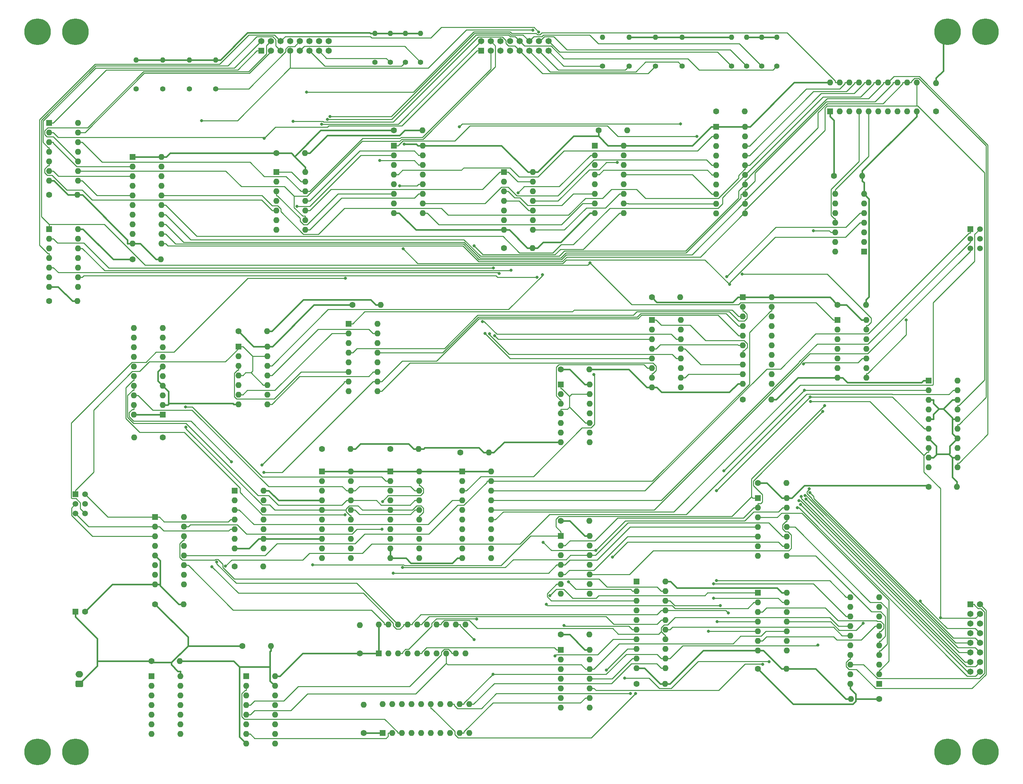
<source format=gbr>
%TF.GenerationSoftware,KiCad,Pcbnew,(5.1.10)-1*%
%TF.CreationDate,2021-10-27T21:30:29+02:00*%
%TF.ProjectId,ALU,414c552e-6b69-4636-9164-5f7063625858,rev1.0*%
%TF.SameCoordinates,Original*%
%TF.FileFunction,Copper,L1,Top*%
%TF.FilePolarity,Positive*%
%FSLAX46Y46*%
G04 Gerber Fmt 4.6, Leading zero omitted, Abs format (unit mm)*
G04 Created by KiCad (PCBNEW (5.1.10)-1) date 2021-10-27 21:30:29*
%MOMM*%
%LPD*%
G01*
G04 APERTURE LIST*
%TA.AperFunction,ComponentPad*%
%ADD10O,2.000000X1.700000*%
%TD*%
%TA.AperFunction,ComponentPad*%
%ADD11R,1.600000X1.600000*%
%TD*%
%TA.AperFunction,ComponentPad*%
%ADD12O,1.600000X1.600000*%
%TD*%
%TA.AperFunction,ComponentPad*%
%ADD13R,1.500000X1.500000*%
%TD*%
%TA.AperFunction,ComponentPad*%
%ADD14C,1.500000*%
%TD*%
%TA.AperFunction,ComponentPad*%
%ADD15R,1.650000X1.650000*%
%TD*%
%TA.AperFunction,ComponentPad*%
%ADD16C,1.650000*%
%TD*%
%TA.AperFunction,ComponentPad*%
%ADD17C,1.600000*%
%TD*%
%TA.AperFunction,ComponentPad*%
%ADD18C,7.000000*%
%TD*%
%TA.AperFunction,ComponentPad*%
%ADD19C,0.800000*%
%TD*%
%TA.AperFunction,ComponentPad*%
%ADD20O,1.400000X1.400000*%
%TD*%
%TA.AperFunction,ComponentPad*%
%ADD21C,1.400000*%
%TD*%
%TA.AperFunction,ViaPad*%
%ADD22C,0.800000*%
%TD*%
%TA.AperFunction,Conductor*%
%ADD23C,0.400000*%
%TD*%
%TA.AperFunction,Conductor*%
%ADD24C,0.250000*%
%TD*%
G04 APERTURE END LIST*
%TO.P,5V/GND1,1*%
%TO.N,+5V*%
%TA.AperFunction,ComponentPad*%
G36*
G01*
X96750000Y-207850000D02*
X95250000Y-207850000D01*
G75*
G02*
X95000000Y-207600000I0J250000D01*
G01*
X95000000Y-206400000D01*
G75*
G02*
X95250000Y-206150000I250000J0D01*
G01*
X96750000Y-206150000D01*
G75*
G02*
X97000000Y-206400000I0J-250000D01*
G01*
X97000000Y-207600000D01*
G75*
G02*
X96750000Y-207850000I-250000J0D01*
G01*
G37*
%TD.AperFunction*%
D10*
%TO.P,5V/GND1,2*%
%TO.N,GNDREF*%
X96000000Y-204500000D03*
%TD*%
D11*
%TO.P,ADD4.3,1*%
%TO.N,/S13*%
X247000000Y-111000000D03*
D12*
%TO.P,ADD4.3,9*%
%TO.N,Net-(ADD4.3-Pad9)*%
X254620000Y-128780000D03*
%TO.P,ADD4.3,2*%
%TO.N,Net-(ADD4.3-Pad2)*%
X247000000Y-113540000D03*
%TO.P,ADD4.3,10*%
%TO.N,/S15*%
X254620000Y-126240000D03*
%TO.P,ADD4.3,3*%
%TO.N,/A13*%
X247000000Y-116080000D03*
%TO.P,ADD4.3,11*%
%TO.N,Net-(ADD4.3-Pad11)*%
X254620000Y-123700000D03*
%TO.P,ADD4.3,4*%
%TO.N,/S12*%
X247000000Y-118620000D03*
%TO.P,ADD4.3,12*%
%TO.N,/A15*%
X254620000Y-121160000D03*
%TO.P,ADD4.3,5*%
%TO.N,/A12*%
X247000000Y-121160000D03*
%TO.P,ADD4.3,13*%
%TO.N,/S14*%
X254620000Y-118620000D03*
%TO.P,ADD4.3,6*%
%TO.N,Net-(ADD4.3-Pad6)*%
X247000000Y-123700000D03*
%TO.P,ADD4.3,14*%
%TO.N,/A14*%
X254620000Y-116080000D03*
%TO.P,ADD4.3,7*%
%TO.N,Net-(ADD4.2-Pad9)*%
X247000000Y-126240000D03*
%TO.P,ADD4.3,15*%
%TO.N,Net-(ADD4.3-Pad15)*%
X254620000Y-113540000D03*
%TO.P,ADD4.3,8*%
%TO.N,GNDREF*%
X247000000Y-128780000D03*
%TO.P,ADD4.3,16*%
%TO.N,+5V*%
X254620000Y-111000000D03*
%TD*%
%TO.P,ADD4.2,16*%
%TO.N,+5V*%
X174620000Y-112000000D03*
%TO.P,ADD4.2,8*%
%TO.N,GNDREF*%
X167000000Y-129780000D03*
%TO.P,ADD4.2,15*%
%TO.N,Net-(ADD4.2-Pad15)*%
X174620000Y-114540000D03*
%TO.P,ADD4.2,7*%
%TO.N,ADD_COUT*%
X167000000Y-127240000D03*
%TO.P,ADD4.2,14*%
%TO.N,/A10*%
X174620000Y-117080000D03*
%TO.P,ADD4.2,6*%
%TO.N,Net-(ADD4.2-Pad6)*%
X167000000Y-124700000D03*
%TO.P,ADD4.2,13*%
%TO.N,/S10*%
X174620000Y-119620000D03*
%TO.P,ADD4.2,5*%
%TO.N,/A8*%
X167000000Y-122160000D03*
%TO.P,ADD4.2,12*%
%TO.N,/A11*%
X174620000Y-122160000D03*
%TO.P,ADD4.2,4*%
%TO.N,/S8*%
X167000000Y-119620000D03*
%TO.P,ADD4.2,11*%
%TO.N,Net-(ADD4.2-Pad11)*%
X174620000Y-124700000D03*
%TO.P,ADD4.2,3*%
%TO.N,/A9*%
X167000000Y-117080000D03*
%TO.P,ADD4.2,10*%
%TO.N,ADD_CX*%
X174620000Y-127240000D03*
%TO.P,ADD4.2,2*%
%TO.N,Net-(ADD4.2-Pad2)*%
X167000000Y-114540000D03*
%TO.P,ADD4.2,9*%
%TO.N,Net-(ADD4.2-Pad9)*%
X174620000Y-129780000D03*
D11*
%TO.P,ADD4.2,1*%
%TO.N,/S9*%
X167000000Y-112000000D03*
%TD*%
%TO.P,ADD4.1,1*%
%TO.N,/S5*%
X232000000Y-65000000D03*
D12*
%TO.P,ADD4.1,9*%
%TO.N,ADD_COUT*%
X239620000Y-82780000D03*
%TO.P,ADD4.1,2*%
%TO.N,Net-(ADD4.1-Pad2)*%
X232000000Y-67540000D03*
%TO.P,ADD4.1,10*%
%TO.N,ADD_N*%
X239620000Y-80240000D03*
%TO.P,ADD4.1,3*%
%TO.N,/A5*%
X232000000Y-70080000D03*
%TO.P,ADD4.1,11*%
%TO.N,Net-(ADD4.1-Pad11)*%
X239620000Y-77700000D03*
%TO.P,ADD4.1,4*%
%TO.N,/S4*%
X232000000Y-72620000D03*
%TO.P,ADD4.1,12*%
%TO.N,SL_COUT*%
X239620000Y-75160000D03*
%TO.P,ADD4.1,5*%
%TO.N,/A4*%
X232000000Y-75160000D03*
%TO.P,ADD4.1,13*%
%TO.N,/S6*%
X239620000Y-72620000D03*
%TO.P,ADD4.1,6*%
%TO.N,Net-(ADD4.1-Pad6)*%
X232000000Y-77700000D03*
%TO.P,ADD4.1,14*%
%TO.N,SL_N*%
X239620000Y-70080000D03*
%TO.P,ADD4.1,7*%
%TO.N,Net-(ADD4.0-Pad9)*%
X232000000Y-80240000D03*
%TO.P,ADD4.1,15*%
%TO.N,Net-(ADD4.1-Pad15)*%
X239620000Y-67540000D03*
%TO.P,ADD4.1,8*%
%TO.N,GNDREF*%
X232000000Y-82780000D03*
%TO.P,ADD4.1,16*%
%TO.N,+5V*%
X239620000Y-65000000D03*
%TD*%
%TO.P,ADD4.0,16*%
%TO.N,+5V*%
X186620000Y-65000000D03*
%TO.P,ADD4.0,8*%
%TO.N,GNDREF*%
X179000000Y-82780000D03*
%TO.P,ADD4.0,15*%
%TO.N,Net-(ADD4.0-Pad15)*%
X186620000Y-67540000D03*
%TO.P,ADD4.0,7*%
%TO.N,CarryIn*%
X179000000Y-80240000D03*
%TO.P,ADD4.0,14*%
%TO.N,/A2*%
X186620000Y-70080000D03*
%TO.P,ADD4.0,6*%
%TO.N,Net-(ADD4.0-Pad6)*%
X179000000Y-77700000D03*
%TO.P,ADD4.0,13*%
%TO.N,/S2*%
X186620000Y-72620000D03*
%TO.P,ADD4.0,5*%
%TO.N,SR_COUT*%
X179000000Y-75160000D03*
%TO.P,ADD4.0,12*%
%TO.N,/A3*%
X186620000Y-75160000D03*
%TO.P,ADD4.0,4*%
%TO.N,/S0*%
X179000000Y-72620000D03*
%TO.P,ADD4.0,11*%
%TO.N,Net-(ADD4.0-Pad11)*%
X186620000Y-77700000D03*
%TO.P,ADD4.0,3*%
%TO.N,/A1*%
X179000000Y-70080000D03*
%TO.P,ADD4.0,10*%
%TO.N,/S3*%
X186620000Y-80240000D03*
%TO.P,ADD4.0,2*%
%TO.N,Net-(ADD4.0-Pad2)*%
X179000000Y-67540000D03*
%TO.P,ADD4.0,9*%
%TO.N,Net-(ADD4.0-Pad9)*%
X186620000Y-82780000D03*
D11*
%TO.P,ADD4.0,1*%
%TO.N,/S1*%
X179000000Y-65000000D03*
%TD*%
D12*
%TO.P,ADD_GATE0,20*%
%TO.N,+5V*%
X271620000Y-60000000D03*
%TO.P,ADD_GATE0,10*%
%TO.N,GNDREF*%
X264000000Y-82860000D03*
%TO.P,ADD_GATE0,19*%
%TO.N,~ADDER_EN*%
X271620000Y-62540000D03*
%TO.P,ADD_GATE0,9*%
%TO.N,ADD_N*%
X264000000Y-80320000D03*
%TO.P,ADD_GATE0,18*%
%TO.N,/O0*%
X271620000Y-65080000D03*
%TO.P,ADD_GATE0,8*%
%TO.N,/S6*%
X264000000Y-77780000D03*
%TO.P,ADD_GATE0,17*%
%TO.N,/O1*%
X271620000Y-67620000D03*
%TO.P,ADD_GATE0,7*%
%TO.N,/S5*%
X264000000Y-75240000D03*
%TO.P,ADD_GATE0,16*%
%TO.N,/O2*%
X271620000Y-70160000D03*
%TO.P,ADD_GATE0,6*%
%TO.N,/S4*%
X264000000Y-72700000D03*
%TO.P,ADD_GATE0,15*%
%TO.N,/O3*%
X271620000Y-72700000D03*
%TO.P,ADD_GATE0,5*%
%TO.N,/S3*%
X264000000Y-70160000D03*
%TO.P,ADD_GATE0,14*%
%TO.N,/O4*%
X271620000Y-75240000D03*
%TO.P,ADD_GATE0,4*%
%TO.N,/S2*%
X264000000Y-67620000D03*
%TO.P,ADD_GATE0,13*%
%TO.N,/O5*%
X271620000Y-77780000D03*
%TO.P,ADD_GATE0,3*%
%TO.N,/S1*%
X264000000Y-65080000D03*
%TO.P,ADD_GATE0,12*%
%TO.N,/O6*%
X271620000Y-80320000D03*
%TO.P,ADD_GATE0,2*%
%TO.N,/S0*%
X264000000Y-62540000D03*
%TO.P,ADD_GATE0,11*%
%TO.N,Logical_N*%
X271620000Y-82860000D03*
D11*
%TO.P,ADD_GATE0,1*%
%TO.N,+5V*%
X264000000Y-60000000D03*
%TD*%
%TO.P,ADD_GATE1,1*%
%TO.N,+5V*%
X271000000Y-105000000D03*
D12*
%TO.P,ADD_GATE1,11*%
%TO.N,/O15*%
X278620000Y-127860000D03*
%TO.P,ADD_GATE1,2*%
%TO.N,/S8*%
X271000000Y-107540000D03*
%TO.P,ADD_GATE1,12*%
%TO.N,/O14*%
X278620000Y-125320000D03*
%TO.P,ADD_GATE1,3*%
%TO.N,/S9*%
X271000000Y-110080000D03*
%TO.P,ADD_GATE1,13*%
%TO.N,/O13*%
X278620000Y-122780000D03*
%TO.P,ADD_GATE1,4*%
%TO.N,/S10*%
X271000000Y-112620000D03*
%TO.P,ADD_GATE1,14*%
%TO.N,/O12*%
X278620000Y-120240000D03*
%TO.P,ADD_GATE1,5*%
%TO.N,ADD_CX*%
X271000000Y-115160000D03*
%TO.P,ADD_GATE1,15*%
%TO.N,/O11*%
X278620000Y-117700000D03*
%TO.P,ADD_GATE1,6*%
%TO.N,/S12*%
X271000000Y-117700000D03*
%TO.P,ADD_GATE1,16*%
%TO.N,/O10*%
X278620000Y-115160000D03*
%TO.P,ADD_GATE1,7*%
%TO.N,/S13*%
X271000000Y-120240000D03*
%TO.P,ADD_GATE1,17*%
%TO.N,/O9*%
X278620000Y-112620000D03*
%TO.P,ADD_GATE1,8*%
%TO.N,/S14*%
X271000000Y-122780000D03*
%TO.P,ADD_GATE1,18*%
%TO.N,/O8*%
X278620000Y-110080000D03*
%TO.P,ADD_GATE1,9*%
%TO.N,/S15*%
X271000000Y-125320000D03*
%TO.P,ADD_GATE1,19*%
%TO.N,~ADDER_EN*%
X278620000Y-107540000D03*
%TO.P,ADD_GATE1,10*%
%TO.N,GNDREF*%
X271000000Y-127860000D03*
%TO.P,ADD_GATE1,20*%
%TO.N,+5V*%
X278620000Y-105000000D03*
%TD*%
D13*
%TO.P,ALU_COMM1,1*%
%TO.N,D*%
X95000000Y-157000000D03*
D14*
%TO.P,ALU_COMM1,2*%
%TO.N,/C*%
X95000000Y-159540000D03*
%TO.P,ALU_COMM1,3*%
%TO.N,B*%
X95000000Y-162080000D03*
%TO.P,ALU_COMM1,4*%
%TO.N,A*%
X97540000Y-157000000D03*
%TO.P,ALU_COMM1,5*%
%TO.N,nBit*%
X97540000Y-159540000D03*
%TO.P,ALU_COMM1,6*%
%TO.N,CarryIn*%
X97540000Y-162080000D03*
%TD*%
D15*
%TO.P,ALU_OUT1,1*%
%TO.N,/O0*%
X331000000Y-186000000D03*
D16*
%TO.P,ALU_OUT1,2*%
%TO.N,/O1*%
X333540000Y-186000000D03*
%TO.P,ALU_OUT1,3*%
%TO.N,/O2*%
X331000000Y-188540000D03*
%TO.P,ALU_OUT1,4*%
%TO.N,/O3*%
X333540000Y-188540000D03*
%TO.P,ALU_OUT1,5*%
%TO.N,/O4*%
X331000000Y-191080000D03*
%TO.P,ALU_OUT1,6*%
%TO.N,/O5*%
X333540000Y-191080000D03*
%TO.P,ALU_OUT1,7*%
%TO.N,/O6*%
X331000000Y-193620000D03*
%TO.P,ALU_OUT1,8*%
%TO.N,Logical_N*%
X333540000Y-193620000D03*
%TO.P,ALU_OUT1,9*%
%TO.N,/O8*%
X331000000Y-196160000D03*
%TO.P,ALU_OUT1,10*%
%TO.N,/O9*%
X333540000Y-196160000D03*
%TO.P,ALU_OUT1,11*%
%TO.N,/O10*%
X331000000Y-198700000D03*
%TO.P,ALU_OUT1,12*%
%TO.N,/O11*%
X333540000Y-198700000D03*
%TO.P,ALU_OUT1,13*%
%TO.N,/O12*%
X331000000Y-201240000D03*
%TO.P,ALU_OUT1,14*%
%TO.N,/O13*%
X333540000Y-201240000D03*
%TO.P,ALU_OUT1,15*%
%TO.N,/O14*%
X331000000Y-203780000D03*
%TO.P,ALU_OUT1,16*%
%TO.N,/O15*%
X333540000Y-203780000D03*
%TD*%
D11*
%TO.P,AND0,1*%
%TO.N,SR_COUT*%
X223000000Y-168000000D03*
D12*
%TO.P,AND0,8*%
%TO.N,Net-(AND0-Pad8)*%
X230620000Y-183240000D03*
%TO.P,AND0,2*%
%TO.N,/B0*%
X223000000Y-170540000D03*
%TO.P,AND0,9*%
%TO.N,/A2*%
X230620000Y-180700000D03*
%TO.P,AND0,3*%
%TO.N,Net-(AND0-Pad3)*%
X223000000Y-173080000D03*
%TO.P,AND0,10*%
%TO.N,/B2*%
X230620000Y-178160000D03*
%TO.P,AND0,4*%
%TO.N,/A1*%
X223000000Y-175620000D03*
%TO.P,AND0,11*%
%TO.N,Net-(AND0-Pad11)*%
X230620000Y-175620000D03*
%TO.P,AND0,5*%
%TO.N,/B1*%
X223000000Y-178160000D03*
%TO.P,AND0,12*%
%TO.N,/A3*%
X230620000Y-173080000D03*
%TO.P,AND0,6*%
%TO.N,Net-(AND0-Pad6)*%
X223000000Y-180700000D03*
%TO.P,AND0,13*%
%TO.N,/B3*%
X230620000Y-170540000D03*
%TO.P,AND0,7*%
%TO.N,GNDREF*%
X223000000Y-183240000D03*
%TO.P,AND0,14*%
%TO.N,+5V*%
X230620000Y-168000000D03*
%TD*%
%TO.P,AND1,14*%
%TO.N,+5V*%
X230620000Y-198000000D03*
%TO.P,AND1,7*%
%TO.N,GNDREF*%
X223000000Y-213240000D03*
%TO.P,AND1,13*%
%TO.N,/B7*%
X230620000Y-200540000D03*
%TO.P,AND1,6*%
%TO.N,Net-(AND1-Pad6)*%
X223000000Y-210700000D03*
%TO.P,AND1,12*%
%TO.N,SL_COUT*%
X230620000Y-203080000D03*
%TO.P,AND1,5*%
%TO.N,/B5*%
X223000000Y-208160000D03*
%TO.P,AND1,11*%
%TO.N,Net-(AND1-Pad11)*%
X230620000Y-205620000D03*
%TO.P,AND1,4*%
%TO.N,/A5*%
X223000000Y-205620000D03*
%TO.P,AND1,10*%
%TO.N,/B6*%
X230620000Y-208160000D03*
%TO.P,AND1,3*%
%TO.N,Net-(AND1-Pad3)*%
X223000000Y-203080000D03*
%TO.P,AND1,9*%
%TO.N,SL_N*%
X230620000Y-210700000D03*
%TO.P,AND1,2*%
%TO.N,/B4*%
X223000000Y-200540000D03*
%TO.P,AND1,8*%
%TO.N,Net-(AND1-Pad8)*%
X230620000Y-213240000D03*
D11*
%TO.P,AND1,1*%
%TO.N,/A4*%
X223000000Y-198000000D03*
%TD*%
D12*
%TO.P,AND_GATE1,20*%
%TO.N,+5V*%
X250620000Y-180000000D03*
%TO.P,AND_GATE1,10*%
%TO.N,GNDREF*%
X243000000Y-202860000D03*
%TO.P,AND_GATE1,19*%
%TO.N,~AND_EN*%
X250620000Y-182540000D03*
%TO.P,AND_GATE1,9*%
%TO.N,Net-(AND1-Pad11)*%
X243000000Y-200320000D03*
%TO.P,AND_GATE1,18*%
%TO.N,/O0*%
X250620000Y-185080000D03*
%TO.P,AND_GATE1,8*%
%TO.N,Net-(AND1-Pad8)*%
X243000000Y-197780000D03*
%TO.P,AND_GATE1,17*%
%TO.N,/O1*%
X250620000Y-187620000D03*
%TO.P,AND_GATE1,7*%
%TO.N,Net-(AND1-Pad6)*%
X243000000Y-195240000D03*
%TO.P,AND_GATE1,16*%
%TO.N,/O2*%
X250620000Y-190160000D03*
%TO.P,AND_GATE1,6*%
%TO.N,Net-(AND1-Pad3)*%
X243000000Y-192700000D03*
%TO.P,AND_GATE1,15*%
%TO.N,/O3*%
X250620000Y-192700000D03*
%TO.P,AND_GATE1,5*%
%TO.N,Net-(AND0-Pad11)*%
X243000000Y-190160000D03*
%TO.P,AND_GATE1,14*%
%TO.N,/O4*%
X250620000Y-195240000D03*
%TO.P,AND_GATE1,4*%
%TO.N,Net-(AND0-Pad8)*%
X243000000Y-187620000D03*
%TO.P,AND_GATE1,13*%
%TO.N,/O5*%
X250620000Y-197780000D03*
%TO.P,AND_GATE1,3*%
%TO.N,Net-(AND0-Pad6)*%
X243000000Y-185080000D03*
%TO.P,AND_GATE1,12*%
%TO.N,/O6*%
X250620000Y-200320000D03*
%TO.P,AND_GATE1,2*%
%TO.N,Net-(AND0-Pad3)*%
X243000000Y-182540000D03*
%TO.P,AND_GATE1,11*%
%TO.N,Logical_N*%
X250620000Y-202860000D03*
D11*
%TO.P,AND_GATE1,1*%
%TO.N,+5V*%
X243000000Y-180000000D03*
%TD*%
D17*
%TO.P,C1,1*%
%TO.N,+5V*%
X115000000Y-201000000D03*
D12*
%TO.P,C1,2*%
%TO.N,GNDREF*%
X122500000Y-201000000D03*
%TD*%
%TO.P,C2,2*%
%TO.N,GNDREF*%
X123500000Y-186000000D03*
D17*
%TO.P,C2,1*%
%TO.N,+5V*%
X116000000Y-186000000D03*
%TD*%
%TO.P,C6,1*%
%TO.N,+5V*%
X208000000Y-92000000D03*
D12*
%TO.P,C6,2*%
%TO.N,GNDREF*%
X215500000Y-92000000D03*
%TD*%
%TO.P,C7,2*%
%TO.N,GNDREF*%
X146500000Y-197000000D03*
D17*
%TO.P,C7,1*%
%TO.N,+5V*%
X139000000Y-197000000D03*
%TD*%
%TO.P,C8,1*%
%TO.N,+5V*%
X295000000Y-73000000D03*
D12*
%TO.P,C8,2*%
%TO.N,GNDREF*%
X302500000Y-73000000D03*
%TD*%
D17*
%TO.P,C9,1*%
%TO.N,+5V*%
X88000000Y-106000000D03*
D12*
%TO.P,C9,2*%
%TO.N,GNDREF*%
X95500000Y-106000000D03*
%TD*%
%TO.P,C10,2*%
%TO.N,GNDREF*%
X303500000Y-107000000D03*
D17*
%TO.P,C10,1*%
%TO.N,+5V*%
X296000000Y-107000000D03*
%TD*%
D12*
%TO.P,C11,2*%
%TO.N,GNDREF*%
X95500000Y-78000000D03*
D17*
%TO.P,C11,1*%
%TO.N,+5V*%
X88000000Y-78000000D03*
%TD*%
%TO.P,C12,1*%
%TO.N,+5V*%
X148000000Y-67000000D03*
D12*
%TO.P,C12,2*%
%TO.N,GNDREF*%
X155500000Y-67000000D03*
%TD*%
D17*
%TO.P,C13,1*%
%TO.N,+5V*%
X179000000Y-61000000D03*
D12*
%TO.P,C13,2*%
%TO.N,GNDREF*%
X186500000Y-61000000D03*
%TD*%
D17*
%TO.P,C14,1*%
%TO.N,+5V*%
X110000000Y-95000000D03*
D12*
%TO.P,C14,2*%
%TO.N,GNDREF*%
X117500000Y-95000000D03*
%TD*%
%TO.P,C15,2*%
%TO.N,GNDREF*%
X322000000Y-48500000D03*
D17*
%TO.P,C15,1*%
%TO.N,+5V*%
X322000000Y-56000000D03*
%TD*%
D12*
%TO.P,C16,2*%
%TO.N,GNDREF*%
X240500000Y-61000000D03*
D17*
%TO.P,C16,1*%
%TO.N,+5V*%
X233000000Y-61000000D03*
%TD*%
%TO.P,C17,1*%
%TO.N,+5V*%
X170000000Y-199000000D03*
D12*
%TO.P,C17,2*%
%TO.N,GNDREF*%
X170000000Y-191500000D03*
%TD*%
%TO.P,C18,2*%
%TO.N,GNDREF*%
X230500000Y-124000000D03*
D17*
%TO.P,C18,1*%
%TO.N,+5V*%
X223000000Y-124000000D03*
%TD*%
%TO.P,C19,1*%
%TO.N,+5V*%
X171000000Y-220000000D03*
D12*
%TO.P,C19,2*%
%TO.N,GNDREF*%
X171000000Y-212500000D03*
%TD*%
%TO.P,C20,2*%
%TO.N,GNDREF*%
X145500000Y-114000000D03*
D17*
%TO.P,C20,1*%
%TO.N,+5V*%
X138000000Y-114000000D03*
%TD*%
%TO.P,C21,1*%
%TO.N,+5V*%
X247000000Y-105000000D03*
D12*
%TO.P,C21,2*%
%TO.N,GNDREF*%
X254500000Y-105000000D03*
%TD*%
%TO.P,C22,2*%
%TO.N,GNDREF*%
X175500000Y-107000000D03*
D17*
%TO.P,C22,1*%
%TO.N,+5V*%
X168000000Y-107000000D03*
%TD*%
D12*
%TO.P,C23,2*%
%TO.N,GNDREF*%
X271500000Y-56000000D03*
D17*
%TO.P,C23,1*%
%TO.N,+5V*%
X264000000Y-56000000D03*
%TD*%
%TO.P,C24,1*%
%TO.N,+5V*%
X223000000Y-164000000D03*
D12*
%TO.P,C24,2*%
%TO.N,GNDREF*%
X230500000Y-164000000D03*
%TD*%
%TO.P,C25,2*%
%TO.N,GNDREF*%
X230500000Y-194000000D03*
D17*
%TO.P,C25,1*%
%TO.N,+5V*%
X223000000Y-194000000D03*
%TD*%
D12*
%TO.P,C26,2*%
%TO.N,GNDREF*%
X282500000Y-154000000D03*
D17*
%TO.P,C26,1*%
%TO.N,+5V*%
X275000000Y-154000000D03*
%TD*%
D12*
%TO.P,C27,2*%
%TO.N,GNDREF*%
X282500000Y-203000000D03*
D17*
%TO.P,C27,1*%
%TO.N,+5V*%
X275000000Y-203000000D03*
%TD*%
%TO.P,C28,1*%
%TO.N,+5V*%
X271000000Y-132000000D03*
D12*
%TO.P,C28,2*%
%TO.N,GNDREF*%
X278500000Y-132000000D03*
%TD*%
D17*
%TO.P,C29,1*%
%TO.N,+5V*%
X307000000Y-211000000D03*
D12*
%TO.P,C29,2*%
%TO.N,GNDREF*%
X299500000Y-211000000D03*
%TD*%
D17*
%TO.P,C30,1*%
%TO.N,+5V*%
X320000000Y-155000000D03*
D12*
%TO.P,C30,2*%
%TO.N,GNDREF*%
X327500000Y-155000000D03*
%TD*%
D17*
%TO.P,C31,1*%
%TO.N,+5V*%
X118000000Y-142000000D03*
D12*
%TO.P,C31,2*%
%TO.N,GNDREF*%
X110500000Y-142000000D03*
%TD*%
%TO.P,C32,2*%
%TO.N,GNDREF*%
X204000000Y-146000000D03*
D17*
%TO.P,C32,1*%
%TO.N,+5V*%
X196500000Y-146000000D03*
%TD*%
%TO.P,C33,1*%
%TO.N,+5V*%
X137000000Y-176000000D03*
D12*
%TO.P,C33,2*%
%TO.N,GNDREF*%
X144500000Y-176000000D03*
%TD*%
D17*
%TO.P,C34,1*%
%TO.N,+5V*%
X178000000Y-145000000D03*
D12*
%TO.P,C34,2*%
%TO.N,GNDREF*%
X185500000Y-145000000D03*
%TD*%
%TO.P,C35,2*%
%TO.N,GNDREF*%
X167500000Y-145000000D03*
D17*
%TO.P,C35,1*%
%TO.N,+5V*%
X160000000Y-145000000D03*
%TD*%
D12*
%TO.P,C36,2*%
%TO.N,GNDREF*%
X250500000Y-207000000D03*
D17*
%TO.P,C36,1*%
%TO.N,+5V*%
X243000000Y-207000000D03*
%TD*%
D11*
%TO.P,COMP1,1*%
%TO.N,GNDREF*%
X320000000Y-127000000D03*
D12*
%TO.P,COMP1,11*%
%TO.N,/O4*%
X327620000Y-149860000D03*
%TO.P,COMP1,2*%
%TO.N,/O0*%
X320000000Y-129540000D03*
%TO.P,COMP1,12*%
%TO.N,GNDREF*%
X327620000Y-147320000D03*
%TO.P,COMP1,3*%
X320000000Y-132080000D03*
%TO.P,COMP1,13*%
%TO.N,/O5*%
X327620000Y-144780000D03*
%TO.P,COMP1,4*%
%TO.N,/O1*%
X320000000Y-134620000D03*
%TO.P,COMP1,14*%
%TO.N,GNDREF*%
X327620000Y-142240000D03*
%TO.P,COMP1,5*%
X320000000Y-137160000D03*
%TO.P,COMP1,15*%
%TO.N,/O6*%
X327620000Y-139700000D03*
%TO.P,COMP1,6*%
%TO.N,/O2*%
X320000000Y-139700000D03*
%TO.P,COMP1,16*%
%TO.N,GNDREF*%
X327620000Y-137160000D03*
%TO.P,COMP1,7*%
X320000000Y-142240000D03*
%TO.P,COMP1,17*%
%TO.N,Logical_N*%
X327620000Y-134620000D03*
%TO.P,COMP1,8*%
%TO.N,/O3*%
X320000000Y-144780000D03*
%TO.P,COMP1,18*%
%TO.N,GNDREF*%
X327620000Y-132080000D03*
%TO.P,COMP1,9*%
X320000000Y-147320000D03*
%TO.P,COMP1,19*%
%TO.N,~Z*%
X327620000Y-129540000D03*
%TO.P,COMP1,10*%
%TO.N,GNDREF*%
X320000000Y-149860000D03*
%TO.P,COMP1,20*%
%TO.N,+5V*%
X327620000Y-127000000D03*
%TD*%
D11*
%TO.P,CPOWER1,1*%
%TO.N,+5V*%
X95000000Y-188000000D03*
D17*
%TO.P,CPOWER1,2*%
%TO.N,GNDREF*%
X97500000Y-188000000D03*
%TD*%
D11*
%TO.P,DEC1,1*%
%TO.N,A*%
X116000000Y-163000000D03*
D12*
%TO.P,DEC1,9*%
%TO.N,~NAND_EN*%
X123620000Y-180780000D03*
%TO.P,DEC1,2*%
%TO.N,B*%
X116000000Y-165540000D03*
%TO.P,DEC1,10*%
%TO.N,~XOR_EN*%
X123620000Y-178240000D03*
%TO.P,DEC1,3*%
%TO.N,/C*%
X116000000Y-168080000D03*
%TO.P,DEC1,11*%
%TO.N,~RIGHT_EN*%
X123620000Y-175700000D03*
%TO.P,DEC1,4*%
%TO.N,GNDREF*%
X116000000Y-170620000D03*
%TO.P,DEC1,12*%
%TO.N,~ADDER_EN*%
X123620000Y-173160000D03*
%TO.P,DEC1,5*%
%TO.N,GNDREF*%
X116000000Y-173160000D03*
%TO.P,DEC1,13*%
%TO.N,~OR_EN*%
X123620000Y-170620000D03*
%TO.P,DEC1,6*%
%TO.N,+5V*%
X116000000Y-175700000D03*
%TO.P,DEC1,14*%
%TO.N,~AND_EN*%
X123620000Y-168080000D03*
%TO.P,DEC1,7*%
%TO.N,Net-(DEC1-Pad7)*%
X116000000Y-178240000D03*
%TO.P,DEC1,15*%
%TO.N,~LEFT_EN*%
X123620000Y-165540000D03*
%TO.P,DEC1,8*%
%TO.N,GNDREF*%
X116000000Y-180780000D03*
%TO.P,DEC1,16*%
%TO.N,+5V*%
X123620000Y-163000000D03*
%TD*%
D14*
%TO.P,FLAGS_OUT1,6*%
%TO.N,GNDREF*%
X333540000Y-92080000D03*
%TO.P,FLAGS_OUT1,5*%
%TO.N,+5V*%
X333540000Y-89540000D03*
%TO.P,FLAGS_OUT1,4*%
%TO.N,Z*%
X333540000Y-87000000D03*
%TO.P,FLAGS_OUT1,3*%
%TO.N,/Ov*%
X331000000Y-92080000D03*
%TO.P,FLAGS_OUT1,2*%
%TO.N,/N*%
X331000000Y-89540000D03*
D13*
%TO.P,FLAGS_OUT1,1*%
%TO.N,/Carry*%
X331000000Y-87000000D03*
%TD*%
D12*
%TO.P,FlagsAdd0,20*%
%TO.N,+5V*%
X204620000Y-151000000D03*
%TO.P,FlagsAdd0,10*%
%TO.N,GNDREF*%
X197000000Y-173860000D03*
%TO.P,FlagsAdd0,19*%
%TO.N,~ADDER_EN*%
X204620000Y-153540000D03*
%TO.P,FlagsAdd0,9*%
%TO.N,GNDREF*%
X197000000Y-171320000D03*
%TO.P,FlagsAdd0,18*%
%TO.N,/Carry*%
X204620000Y-156080000D03*
%TO.P,FlagsAdd0,8*%
%TO.N,GNDREF*%
X197000000Y-168780000D03*
%TO.P,FlagsAdd0,17*%
%TO.N,/N*%
X204620000Y-158620000D03*
%TO.P,FlagsAdd0,7*%
%TO.N,GNDREF*%
X197000000Y-166240000D03*
%TO.P,FlagsAdd0,16*%
%TO.N,/Ov*%
X204620000Y-161160000D03*
%TO.P,FlagsAdd0,6*%
%TO.N,GNDREF*%
X197000000Y-163700000D03*
%TO.P,FlagsAdd0,15*%
%TO.N,Z*%
X204620000Y-163700000D03*
%TO.P,FlagsAdd0,5*%
X197000000Y-161160000D03*
%TO.P,FlagsAdd0,14*%
%TO.N,Net-(FlagsAdd0-Pad14)*%
X204620000Y-166240000D03*
%TO.P,FlagsAdd0,4*%
%TO.N,Net-(FlagsAdd0-Pad4)*%
X197000000Y-158620000D03*
%TO.P,FlagsAdd0,13*%
%TO.N,Net-(FlagsAdd0-Pad13)*%
X204620000Y-168780000D03*
%TO.P,FlagsAdd0,3*%
%TO.N,ADD_N*%
X197000000Y-156080000D03*
%TO.P,FlagsAdd0,12*%
%TO.N,Net-(FlagsAdd0-Pad12)*%
X204620000Y-171320000D03*
%TO.P,FlagsAdd0,2*%
%TO.N,ADD_COUT*%
X197000000Y-153540000D03*
%TO.P,FlagsAdd0,11*%
%TO.N,Net-(FlagsAdd0-Pad11)*%
X204620000Y-173860000D03*
D11*
%TO.P,FlagsAdd0,1*%
%TO.N,+5V*%
X197000000Y-151000000D03*
%TD*%
%TO.P,FlagsLeft1,1*%
%TO.N,+5V*%
X178000000Y-151000000D03*
D12*
%TO.P,FlagsLeft1,11*%
%TO.N,Net-(FlagsLeft1-Pad11)*%
X185620000Y-173860000D03*
%TO.P,FlagsLeft1,2*%
%TO.N,SL_COUT*%
X178000000Y-153540000D03*
%TO.P,FlagsLeft1,12*%
%TO.N,Net-(FlagsLeft1-Pad12)*%
X185620000Y-171320000D03*
%TO.P,FlagsLeft1,3*%
%TO.N,SL_N*%
X178000000Y-156080000D03*
%TO.P,FlagsLeft1,13*%
%TO.N,Net-(FlagsLeft1-Pad13)*%
X185620000Y-168780000D03*
%TO.P,FlagsLeft1,4*%
%TO.N,+5V*%
X178000000Y-158620000D03*
%TO.P,FlagsLeft1,14*%
%TO.N,Net-(FlagsLeft1-Pad14)*%
X185620000Y-166240000D03*
%TO.P,FlagsLeft1,5*%
%TO.N,Z*%
X178000000Y-161160000D03*
%TO.P,FlagsLeft1,15*%
X185620000Y-163700000D03*
%TO.P,FlagsLeft1,6*%
%TO.N,GNDREF*%
X178000000Y-163700000D03*
%TO.P,FlagsLeft1,16*%
%TO.N,/Ov*%
X185620000Y-161160000D03*
%TO.P,FlagsLeft1,7*%
%TO.N,GNDREF*%
X178000000Y-166240000D03*
%TO.P,FlagsLeft1,17*%
%TO.N,/N*%
X185620000Y-158620000D03*
%TO.P,FlagsLeft1,8*%
%TO.N,GNDREF*%
X178000000Y-168780000D03*
%TO.P,FlagsLeft1,18*%
%TO.N,/Carry*%
X185620000Y-156080000D03*
%TO.P,FlagsLeft1,9*%
%TO.N,GNDREF*%
X178000000Y-171320000D03*
%TO.P,FlagsLeft1,19*%
%TO.N,~LEFT_EN*%
X185620000Y-153540000D03*
%TO.P,FlagsLeft1,10*%
%TO.N,GNDREF*%
X178000000Y-173860000D03*
%TO.P,FlagsLeft1,20*%
%TO.N,+5V*%
X185620000Y-151000000D03*
%TD*%
%TO.P,FlagsLogical1,20*%
%TO.N,+5V*%
X110380000Y-136000000D03*
%TO.P,FlagsLogical1,10*%
%TO.N,GNDREF*%
X118000000Y-113140000D03*
%TO.P,FlagsLogical1,19*%
%TO.N,~LOG_EN*%
X110380000Y-133460000D03*
%TO.P,FlagsLogical1,9*%
%TO.N,GNDREF*%
X118000000Y-115680000D03*
%TO.P,FlagsLogical1,18*%
%TO.N,/Carry*%
X110380000Y-130920000D03*
%TO.P,FlagsLogical1,8*%
%TO.N,GNDREF*%
X118000000Y-118220000D03*
%TO.P,FlagsLogical1,17*%
%TO.N,/N*%
X110380000Y-128380000D03*
%TO.P,FlagsLogical1,7*%
%TO.N,GNDREF*%
X118000000Y-120760000D03*
%TO.P,FlagsLogical1,16*%
%TO.N,/Ov*%
X110380000Y-125840000D03*
%TO.P,FlagsLogical1,6*%
%TO.N,GNDREF*%
X118000000Y-123300000D03*
%TO.P,FlagsLogical1,15*%
%TO.N,Z*%
X110380000Y-123300000D03*
%TO.P,FlagsLogical1,5*%
X118000000Y-125840000D03*
%TO.P,FlagsLogical1,14*%
%TO.N,Net-(FlagsLogical1-Pad14)*%
X110380000Y-120760000D03*
%TO.P,FlagsLogical1,4*%
%TO.N,GNDREF*%
X118000000Y-128380000D03*
%TO.P,FlagsLogical1,13*%
%TO.N,Net-(FlagsLogical1-Pad13)*%
X110380000Y-118220000D03*
%TO.P,FlagsLogical1,3*%
%TO.N,Logical_N*%
X118000000Y-130920000D03*
%TO.P,FlagsLogical1,12*%
%TO.N,Net-(FlagsLogical1-Pad12)*%
X110380000Y-115680000D03*
%TO.P,FlagsLogical1,2*%
%TO.N,GNDREF*%
X118000000Y-133460000D03*
%TO.P,FlagsLogical1,11*%
%TO.N,Net-(FlagsLogical1-Pad11)*%
X110380000Y-113140000D03*
D11*
%TO.P,FlagsLogical1,1*%
%TO.N,+5V*%
X118000000Y-136000000D03*
%TD*%
D12*
%TO.P,FlagsRight1,20*%
%TO.N,+5V*%
X167620000Y-151000000D03*
%TO.P,FlagsRight1,10*%
%TO.N,GNDREF*%
X160000000Y-173860000D03*
%TO.P,FlagsRight1,19*%
%TO.N,~RIGHT_EN*%
X167620000Y-153540000D03*
%TO.P,FlagsRight1,9*%
%TO.N,GNDREF*%
X160000000Y-171320000D03*
%TO.P,FlagsRight1,18*%
%TO.N,/Carry*%
X167620000Y-156080000D03*
%TO.P,FlagsRight1,8*%
%TO.N,GNDREF*%
X160000000Y-168780000D03*
%TO.P,FlagsRight1,17*%
%TO.N,/N*%
X167620000Y-158620000D03*
%TO.P,FlagsRight1,7*%
%TO.N,GNDREF*%
X160000000Y-166240000D03*
%TO.P,FlagsRight1,16*%
%TO.N,/Ov*%
X167620000Y-161160000D03*
%TO.P,FlagsRight1,6*%
%TO.N,GNDREF*%
X160000000Y-163700000D03*
%TO.P,FlagsRight1,15*%
%TO.N,Z*%
X167620000Y-163700000D03*
%TO.P,FlagsRight1,5*%
X160000000Y-161160000D03*
%TO.P,FlagsRight1,14*%
%TO.N,Net-(FlagsRight1-Pad14)*%
X167620000Y-166240000D03*
%TO.P,FlagsRight1,4*%
%TO.N,+5V*%
X160000000Y-158620000D03*
%TO.P,FlagsRight1,13*%
%TO.N,Net-(FlagsRight1-Pad13)*%
X167620000Y-168780000D03*
%TO.P,FlagsRight1,3*%
%TO.N,SR_N*%
X160000000Y-156080000D03*
%TO.P,FlagsRight1,12*%
%TO.N,Net-(FlagsRight1-Pad12)*%
X167620000Y-171320000D03*
%TO.P,FlagsRight1,2*%
%TO.N,SR_COUT*%
X160000000Y-153540000D03*
%TO.P,FlagsRight1,11*%
%TO.N,Net-(FlagsRight1-Pad11)*%
X167620000Y-173860000D03*
D11*
%TO.P,FlagsRight1,1*%
%TO.N,+5V*%
X160000000Y-151000000D03*
%TD*%
D18*
%TO.P,H1,1*%
%TO.N,GNDREF*%
X325000000Y-35000000D03*
D19*
X327625000Y-35000000D03*
X326856155Y-36856155D03*
X325000000Y-37625000D03*
X323143845Y-36856155D03*
X322375000Y-35000000D03*
X323143845Y-33143845D03*
X325000000Y-32375000D03*
X326856155Y-33143845D03*
%TD*%
%TO.P,H2,1*%
%TO.N,GNDREF*%
X96856155Y-223143845D03*
X95000000Y-222375000D03*
X93143845Y-223143845D03*
X92375000Y-225000000D03*
X93143845Y-226856155D03*
X95000000Y-227625000D03*
X96856155Y-226856155D03*
X97625000Y-225000000D03*
D18*
X95000000Y-225000000D03*
%TD*%
%TO.P,H3,1*%
%TO.N,+5V*%
X325000000Y-225000000D03*
D19*
X327625000Y-225000000D03*
X326856155Y-226856155D03*
X325000000Y-227625000D03*
X323143845Y-226856155D03*
X322375000Y-225000000D03*
X323143845Y-223143845D03*
X325000000Y-222375000D03*
X326856155Y-223143845D03*
%TD*%
D18*
%TO.P,H4,1*%
%TO.N,N/C*%
X85000000Y-35000000D03*
D19*
X87625000Y-35000000D03*
X86856155Y-36856155D03*
X85000000Y-37625000D03*
X83143845Y-36856155D03*
X82375000Y-35000000D03*
X83143845Y-33143845D03*
X85000000Y-32375000D03*
X86856155Y-33143845D03*
%TD*%
%TO.P,H5,1*%
%TO.N,+5V*%
X96856155Y-33143845D03*
X95000000Y-32375000D03*
X93143845Y-33143845D03*
X92375000Y-35000000D03*
X93143845Y-36856155D03*
X95000000Y-37625000D03*
X96856155Y-36856155D03*
X97625000Y-35000000D03*
D18*
X95000000Y-35000000D03*
%TD*%
D19*
%TO.P,H6,1*%
%TO.N,N/C*%
X86856155Y-223143845D03*
X85000000Y-222375000D03*
X83143845Y-223143845D03*
X82375000Y-225000000D03*
X83143845Y-226856155D03*
X85000000Y-227625000D03*
X86856155Y-226856155D03*
X87625000Y-225000000D03*
D18*
X85000000Y-225000000D03*
%TD*%
%TO.P,H7,1*%
%TO.N,N/C*%
X335000000Y-225000000D03*
D19*
X337625000Y-225000000D03*
X336856155Y-226856155D03*
X335000000Y-227625000D03*
X333143845Y-226856155D03*
X332375000Y-225000000D03*
X333143845Y-223143845D03*
X335000000Y-222375000D03*
X336856155Y-223143845D03*
%TD*%
%TO.P,H8,1*%
%TO.N,N/C*%
X336856155Y-33143845D03*
X335000000Y-32375000D03*
X333143845Y-33143845D03*
X332375000Y-35000000D03*
X333143845Y-36856155D03*
X335000000Y-37625000D03*
X336856155Y-36856155D03*
X337625000Y-35000000D03*
D18*
X335000000Y-35000000D03*
%TD*%
D12*
%TO.P,MUXCout1,16*%
%TO.N,+5V*%
X147620000Y-205000000D03*
%TO.P,MUXCout1,8*%
%TO.N,GNDREF*%
X140000000Y-222780000D03*
%TO.P,MUXCout1,15*%
X147620000Y-207540000D03*
%TO.P,MUXCout1,7*%
%TO.N,/SL0*%
X140000000Y-220240000D03*
%TO.P,MUXCout1,14*%
%TO.N,Net-(MUXCout1-Pad14)*%
X147620000Y-210080000D03*
%TO.P,MUXCout1,6*%
%TO.N,nBit*%
X140000000Y-217700000D03*
%TO.P,MUXCout1,13*%
%TO.N,Net-(MUXCout1-Pad13)*%
X147620000Y-212620000D03*
%TO.P,MUXCout1,5*%
%TO.N,SL_COUT*%
X140000000Y-215160000D03*
%TO.P,MUXCout1,12*%
%TO.N,Net-(MUXCout1-Pad12)*%
X147620000Y-215160000D03*
%TO.P,MUXCout1,4*%
%TO.N,SR_N*%
X140000000Y-212620000D03*
%TO.P,MUXCout1,11*%
%TO.N,Net-(MUXCout1-Pad11)*%
X147620000Y-217700000D03*
%TO.P,MUXCout1,3*%
%TO.N,nBit*%
X140000000Y-210080000D03*
%TO.P,MUXCout1,10*%
%TO.N,Net-(MUXCout1-Pad10)*%
X147620000Y-220240000D03*
%TO.P,MUXCout1,2*%
%TO.N,SR_COUT*%
X140000000Y-207540000D03*
%TO.P,MUXCout1,9*%
%TO.N,Net-(MUXCout1-Pad9)*%
X147620000Y-222780000D03*
D11*
%TO.P,MUXCout1,1*%
%TO.N,D*%
X140000000Y-205000000D03*
%TD*%
D12*
%TO.P,NAND0,14*%
%TO.N,+5V*%
X95620000Y-59000000D03*
%TO.P,NAND0,7*%
%TO.N,GNDREF*%
X88000000Y-74240000D03*
%TO.P,NAND0,13*%
%TO.N,/A2*%
X95620000Y-61540000D03*
%TO.P,NAND0,6*%
%TO.N,Net-(NAND0-Pad6)*%
X88000000Y-71700000D03*
%TO.P,NAND0,12*%
%TO.N,/B2*%
X95620000Y-64080000D03*
%TO.P,NAND0,5*%
%TO.N,/B1*%
X88000000Y-69160000D03*
%TO.P,NAND0,11*%
%TO.N,Net-(NAND0-Pad11)*%
X95620000Y-66620000D03*
%TO.P,NAND0,4*%
%TO.N,/A1*%
X88000000Y-66620000D03*
%TO.P,NAND0,10*%
%TO.N,/A3*%
X95620000Y-69160000D03*
%TO.P,NAND0,3*%
%TO.N,Net-(NAND0-Pad3)*%
X88000000Y-64080000D03*
%TO.P,NAND0,9*%
%TO.N,/B3*%
X95620000Y-71700000D03*
%TO.P,NAND0,2*%
%TO.N,/B0*%
X88000000Y-61540000D03*
%TO.P,NAND0,8*%
%TO.N,Net-(NAND0-Pad8)*%
X95620000Y-74240000D03*
D11*
%TO.P,NAND0,1*%
%TO.N,SR_COUT*%
X88000000Y-59000000D03*
%TD*%
%TO.P,NAND1,1*%
%TO.N,/A4*%
X88000000Y-87000000D03*
D12*
%TO.P,NAND1,8*%
%TO.N,Net-(NAND1-Pad8)*%
X95620000Y-102240000D03*
%TO.P,NAND1,2*%
%TO.N,/B4*%
X88000000Y-89540000D03*
%TO.P,NAND1,9*%
%TO.N,/B7*%
X95620000Y-99700000D03*
%TO.P,NAND1,3*%
%TO.N,Net-(NAND1-Pad3)*%
X88000000Y-92080000D03*
%TO.P,NAND1,10*%
%TO.N,SL_COUT*%
X95620000Y-97160000D03*
%TO.P,NAND1,4*%
%TO.N,/A5*%
X88000000Y-94620000D03*
%TO.P,NAND1,11*%
%TO.N,Net-(NAND1-Pad11)*%
X95620000Y-94620000D03*
%TO.P,NAND1,5*%
%TO.N,/B5*%
X88000000Y-97160000D03*
%TO.P,NAND1,12*%
%TO.N,/B6*%
X95620000Y-92080000D03*
%TO.P,NAND1,6*%
%TO.N,Net-(NAND1-Pad6)*%
X88000000Y-99700000D03*
%TO.P,NAND1,13*%
%TO.N,SL_N*%
X95620000Y-89540000D03*
%TO.P,NAND1,7*%
%TO.N,GNDREF*%
X88000000Y-102240000D03*
%TO.P,NAND1,14*%
%TO.N,+5V*%
X95620000Y-87000000D03*
%TD*%
%TO.P,NAND41,14*%
%TO.N,+5V*%
X122620000Y-205000000D03*
%TO.P,NAND41,7*%
%TO.N,GNDREF*%
X115000000Y-220240000D03*
%TO.P,NAND41,13*%
%TO.N,Net-(NAND41-Pad13)*%
X122620000Y-207540000D03*
%TO.P,NAND41,6*%
%TO.N,Net-(NAND41-Pad6)*%
X115000000Y-217700000D03*
%TO.P,NAND41,12*%
%TO.N,Net-(NAND41-Pad12)*%
X122620000Y-210080000D03*
%TO.P,NAND41,5*%
%TO.N,Net-(NAND41-Pad5)*%
X115000000Y-215160000D03*
%TO.P,NAND41,11*%
%TO.N,Net-(NAND41-Pad11)*%
X122620000Y-212620000D03*
%TO.P,NAND41,4*%
%TO.N,Net-(NAND41-Pad4)*%
X115000000Y-212620000D03*
%TO.P,NAND41,10*%
%TO.N,Net-(NAND41-Pad10)*%
X122620000Y-215160000D03*
%TO.P,NAND41,3*%
%TO.N,Z*%
X115000000Y-210080000D03*
%TO.P,NAND41,9*%
%TO.N,Net-(NAND41-Pad9)*%
X122620000Y-217700000D03*
%TO.P,NAND41,2*%
%TO.N,~Z*%
X115000000Y-207540000D03*
%TO.P,NAND41,8*%
%TO.N,Net-(NAND41-Pad8)*%
X122620000Y-220240000D03*
D11*
%TO.P,NAND41,1*%
%TO.N,~Z*%
X115000000Y-205000000D03*
%TD*%
%TO.P,NAND_GATE0,1*%
%TO.N,+5V*%
X110000000Y-68000000D03*
D12*
%TO.P,NAND_GATE0,11*%
%TO.N,Logical_N*%
X117620000Y-90860000D03*
%TO.P,NAND_GATE0,2*%
%TO.N,Net-(NAND0-Pad3)*%
X110000000Y-70540000D03*
%TO.P,NAND_GATE0,12*%
%TO.N,/O6*%
X117620000Y-88320000D03*
%TO.P,NAND_GATE0,3*%
%TO.N,Net-(NAND0-Pad6)*%
X110000000Y-73080000D03*
%TO.P,NAND_GATE0,13*%
%TO.N,/O5*%
X117620000Y-85780000D03*
%TO.P,NAND_GATE0,4*%
%TO.N,Net-(NAND0-Pad11)*%
X110000000Y-75620000D03*
%TO.P,NAND_GATE0,14*%
%TO.N,/O4*%
X117620000Y-83240000D03*
%TO.P,NAND_GATE0,5*%
%TO.N,Net-(NAND0-Pad8)*%
X110000000Y-78160000D03*
%TO.P,NAND_GATE0,15*%
%TO.N,/O3*%
X117620000Y-80700000D03*
%TO.P,NAND_GATE0,6*%
%TO.N,Net-(NAND1-Pad3)*%
X110000000Y-80700000D03*
%TO.P,NAND_GATE0,16*%
%TO.N,/O2*%
X117620000Y-78160000D03*
%TO.P,NAND_GATE0,7*%
%TO.N,Net-(NAND1-Pad6)*%
X110000000Y-83240000D03*
%TO.P,NAND_GATE0,17*%
%TO.N,/O1*%
X117620000Y-75620000D03*
%TO.P,NAND_GATE0,8*%
%TO.N,Net-(NAND1-Pad11)*%
X110000000Y-85780000D03*
%TO.P,NAND_GATE0,18*%
%TO.N,/O0*%
X117620000Y-73080000D03*
%TO.P,NAND_GATE0,9*%
%TO.N,Net-(NAND1-Pad8)*%
X110000000Y-88320000D03*
%TO.P,NAND_GATE0,19*%
%TO.N,~NAND_EN*%
X117620000Y-70540000D03*
%TO.P,NAND_GATE0,10*%
%TO.N,GNDREF*%
X110000000Y-90860000D03*
%TO.P,NAND_GATE0,20*%
%TO.N,+5V*%
X117620000Y-68000000D03*
%TD*%
D16*
%TO.P,OP1,16*%
%TO.N,/A15*%
X161780000Y-37460000D03*
%TO.P,OP1,15*%
%TO.N,/A14*%
X161780000Y-40000000D03*
%TO.P,OP1,14*%
%TO.N,/A13*%
X159240000Y-37460000D03*
%TO.P,OP1,13*%
%TO.N,/A12*%
X159240000Y-40000000D03*
%TO.P,OP1,12*%
%TO.N,/A11*%
X156700000Y-37460000D03*
%TO.P,OP1,11*%
%TO.N,/A10*%
X156700000Y-40000000D03*
%TO.P,OP1,10*%
%TO.N,/A9*%
X154160000Y-37460000D03*
%TO.P,OP1,9*%
%TO.N,/A8*%
X154160000Y-40000000D03*
%TO.P,OP1,8*%
%TO.N,SL_COUT*%
X151620000Y-37460000D03*
%TO.P,OP1,7*%
%TO.N,SL_N*%
X151620000Y-40000000D03*
%TO.P,OP1,6*%
%TO.N,/A5*%
X149080000Y-37460000D03*
%TO.P,OP1,5*%
%TO.N,/A4*%
X149080000Y-40000000D03*
%TO.P,OP1,4*%
%TO.N,/A3*%
X146540000Y-37460000D03*
%TO.P,OP1,3*%
%TO.N,/A2*%
X146540000Y-40000000D03*
%TO.P,OP1,2*%
%TO.N,/A1*%
X144000000Y-37460000D03*
D15*
%TO.P,OP1,1*%
%TO.N,SR_COUT*%
X144000000Y-40000000D03*
%TD*%
%TO.P,OP2,1*%
%TO.N,/B0*%
X202000000Y-40000000D03*
D16*
%TO.P,OP2,2*%
%TO.N,/B1*%
X202000000Y-37460000D03*
%TO.P,OP2,3*%
%TO.N,/B2*%
X204540000Y-40000000D03*
%TO.P,OP2,4*%
%TO.N,/B3*%
X204540000Y-37460000D03*
%TO.P,OP2,5*%
%TO.N,/B4*%
X207080000Y-40000000D03*
%TO.P,OP2,6*%
%TO.N,/B5*%
X207080000Y-37460000D03*
%TO.P,OP2,7*%
%TO.N,/B6*%
X209620000Y-40000000D03*
%TO.P,OP2,8*%
%TO.N,/B7*%
X209620000Y-37460000D03*
%TO.P,OP2,9*%
%TO.N,/B8*%
X212160000Y-40000000D03*
%TO.P,OP2,10*%
%TO.N,/B9*%
X212160000Y-37460000D03*
%TO.P,OP2,11*%
%TO.N,/B10*%
X214700000Y-40000000D03*
%TO.P,OP2,12*%
%TO.N,/B11*%
X214700000Y-37460000D03*
%TO.P,OP2,13*%
%TO.N,/B12*%
X217240000Y-40000000D03*
%TO.P,OP2,14*%
%TO.N,/B13*%
X217240000Y-37460000D03*
%TO.P,OP2,15*%
%TO.N,/B14*%
X219780000Y-40000000D03*
%TO.P,OP2,16*%
%TO.N,/B15*%
X219780000Y-37460000D03*
%TD*%
D11*
%TO.P,OR0,1*%
%TO.N,SR_COUT*%
X275000000Y-158000000D03*
D12*
%TO.P,OR0,8*%
%TO.N,Net-(OR0-Pad8)*%
X282620000Y-173240000D03*
%TO.P,OR0,2*%
%TO.N,/B0*%
X275000000Y-160540000D03*
%TO.P,OR0,9*%
%TO.N,/B3*%
X282620000Y-170700000D03*
%TO.P,OR0,3*%
%TO.N,Net-(OR0-Pad3)*%
X275000000Y-163080000D03*
%TO.P,OR0,10*%
%TO.N,/A3*%
X282620000Y-168160000D03*
%TO.P,OR0,4*%
%TO.N,/A1*%
X275000000Y-165620000D03*
%TO.P,OR0,11*%
%TO.N,Net-(OR0-Pad11)*%
X282620000Y-165620000D03*
%TO.P,OR0,5*%
%TO.N,/B1*%
X275000000Y-168160000D03*
%TO.P,OR0,12*%
%TO.N,/B2*%
X282620000Y-163080000D03*
%TO.P,OR0,6*%
%TO.N,Net-(OR0-Pad6)*%
X275000000Y-170700000D03*
%TO.P,OR0,13*%
%TO.N,/A2*%
X282620000Y-160540000D03*
%TO.P,OR0,7*%
%TO.N,GNDREF*%
X275000000Y-173240000D03*
%TO.P,OR0,14*%
%TO.N,+5V*%
X282620000Y-158000000D03*
%TD*%
D11*
%TO.P,OR1,1*%
%TO.N,/A4*%
X275000000Y-183000000D03*
D12*
%TO.P,OR1,8*%
%TO.N,Net-(OR1-Pad8)*%
X282620000Y-198240000D03*
%TO.P,OR1,2*%
%TO.N,/B4*%
X275000000Y-185540000D03*
%TO.P,OR1,9*%
%TO.N,/B7*%
X282620000Y-195700000D03*
%TO.P,OR1,3*%
%TO.N,Net-(OR1-Pad3)*%
X275000000Y-188080000D03*
%TO.P,OR1,10*%
%TO.N,SL_COUT*%
X282620000Y-193160000D03*
%TO.P,OR1,4*%
%TO.N,/A5*%
X275000000Y-190620000D03*
%TO.P,OR1,11*%
%TO.N,Net-(OR1-Pad11)*%
X282620000Y-190620000D03*
%TO.P,OR1,5*%
%TO.N,/B5*%
X275000000Y-193160000D03*
%TO.P,OR1,12*%
%TO.N,/B6*%
X282620000Y-188080000D03*
%TO.P,OR1,6*%
%TO.N,Net-(OR1-Pad6)*%
X275000000Y-195700000D03*
%TO.P,OR1,13*%
%TO.N,SL_N*%
X282620000Y-185540000D03*
%TO.P,OR1,7*%
%TO.N,GNDREF*%
X275000000Y-198240000D03*
%TO.P,OR1,14*%
%TO.N,+5V*%
X282620000Y-183000000D03*
%TD*%
D11*
%TO.P,OR_GATE1,1*%
%TO.N,+5V*%
X307000000Y-207000000D03*
D12*
%TO.P,OR_GATE1,11*%
%TO.N,Logical_N*%
X299380000Y-184140000D03*
%TO.P,OR_GATE1,2*%
%TO.N,Net-(OR0-Pad3)*%
X307000000Y-204460000D03*
%TO.P,OR_GATE1,12*%
%TO.N,/O6*%
X299380000Y-186680000D03*
%TO.P,OR_GATE1,3*%
%TO.N,Net-(OR0-Pad6)*%
X307000000Y-201920000D03*
%TO.P,OR_GATE1,13*%
%TO.N,/O5*%
X299380000Y-189220000D03*
%TO.P,OR_GATE1,4*%
%TO.N,Net-(OR0-Pad11)*%
X307000000Y-199380000D03*
%TO.P,OR_GATE1,14*%
%TO.N,/O4*%
X299380000Y-191760000D03*
%TO.P,OR_GATE1,5*%
%TO.N,Net-(OR0-Pad8)*%
X307000000Y-196840000D03*
%TO.P,OR_GATE1,15*%
%TO.N,/O3*%
X299380000Y-194300000D03*
%TO.P,OR_GATE1,6*%
%TO.N,Net-(OR1-Pad3)*%
X307000000Y-194300000D03*
%TO.P,OR_GATE1,16*%
%TO.N,/O2*%
X299380000Y-196840000D03*
%TO.P,OR_GATE1,7*%
%TO.N,Net-(OR1-Pad6)*%
X307000000Y-191760000D03*
%TO.P,OR_GATE1,17*%
%TO.N,/O1*%
X299380000Y-199380000D03*
%TO.P,OR_GATE1,8*%
%TO.N,Net-(OR1-Pad11)*%
X307000000Y-189220000D03*
%TO.P,OR_GATE1,18*%
%TO.N,/O0*%
X299380000Y-201920000D03*
%TO.P,OR_GATE1,9*%
%TO.N,Net-(OR1-Pad8)*%
X307000000Y-186680000D03*
%TO.P,OR_GATE1,19*%
%TO.N,~OR_EN*%
X299380000Y-204460000D03*
%TO.P,OR_GATE1,10*%
%TO.N,GNDREF*%
X307000000Y-184140000D03*
%TO.P,OR_GATE1,20*%
%TO.N,+5V*%
X299380000Y-207000000D03*
%TD*%
%TO.P,OverflowXOR1,14*%
%TO.N,+5V*%
X144620000Y-156000000D03*
%TO.P,OverflowXOR1,7*%
%TO.N,GNDREF*%
X137000000Y-171240000D03*
%TO.P,OverflowXOR1,13*%
%TO.N,Net-(OverflowXOR1-Pad13)*%
X144620000Y-158540000D03*
%TO.P,OverflowXOR1,6*%
%TO.N,~LOG_EN*%
X137000000Y-168700000D03*
%TO.P,OverflowXOR1,12*%
%TO.N,Net-(OverflowXOR1-Pad12)*%
X144620000Y-161080000D03*
%TO.P,OverflowXOR1,5*%
%TO.N,B*%
X137000000Y-166160000D03*
%TO.P,OverflowXOR1,11*%
%TO.N,Net-(OverflowXOR1-Pad11)*%
X144620000Y-163620000D03*
%TO.P,OverflowXOR1,4*%
%TO.N,A*%
X137000000Y-163620000D03*
%TO.P,OverflowXOR1,10*%
%TO.N,Net-(OverflowXOR1-Pad10)*%
X144620000Y-166160000D03*
%TO.P,OverflowXOR1,3*%
%TO.N,Net-(FlagsAdd0-Pad4)*%
X137000000Y-161080000D03*
%TO.P,OverflowXOR1,9*%
%TO.N,GNDREF*%
X144620000Y-168700000D03*
%TO.P,OverflowXOR1,2*%
%TO.N,ADD_CX*%
X137000000Y-158540000D03*
%TO.P,OverflowXOR1,8*%
%TO.N,Net-(OverflowXOR1-Pad8)*%
X144620000Y-171240000D03*
D11*
%TO.P,OverflowXOR1,1*%
%TO.N,ADD_COUT*%
X137000000Y-156000000D03*
%TD*%
D20*
%TO.P,PD8,2*%
%TO.N,GNDREF*%
X186000000Y-35380000D03*
D21*
%TO.P,PD8,1*%
%TO.N,/A8*%
X186000000Y-43000000D03*
%TD*%
%TO.P,PD9,1*%
%TO.N,/A9*%
X132000000Y-50000000D03*
D20*
%TO.P,PD9,2*%
%TO.N,GNDREF*%
X132000000Y-42380000D03*
%TD*%
%TO.P,PD10,2*%
%TO.N,GNDREF*%
X182000000Y-35380000D03*
D21*
%TO.P,PD10,1*%
%TO.N,/A10*%
X182000000Y-43000000D03*
%TD*%
%TO.P,PD11,1*%
%TO.N,/A11*%
X125000000Y-50000000D03*
D20*
%TO.P,PD11,2*%
%TO.N,GNDREF*%
X125000000Y-42380000D03*
%TD*%
%TO.P,PD12,2*%
%TO.N,GNDREF*%
X178000000Y-35380000D03*
D21*
%TO.P,PD12,1*%
%TO.N,/A12*%
X178000000Y-43000000D03*
%TD*%
%TO.P,PD13,1*%
%TO.N,/A13*%
X118000000Y-50000000D03*
D20*
%TO.P,PD13,2*%
%TO.N,GNDREF*%
X118000000Y-42380000D03*
%TD*%
%TO.P,PD14,2*%
%TO.N,GNDREF*%
X174000000Y-35380000D03*
D21*
%TO.P,PD14,1*%
%TO.N,/A14*%
X174000000Y-43000000D03*
%TD*%
%TO.P,PD15,1*%
%TO.N,/A15*%
X111000000Y-50000000D03*
D20*
%TO.P,PD15,2*%
%TO.N,GNDREF*%
X111000000Y-42380000D03*
%TD*%
D21*
%TO.P,PDB8,1*%
%TO.N,/B8*%
X248000000Y-44000000D03*
D20*
%TO.P,PDB8,2*%
%TO.N,GNDREF*%
X248000000Y-36380000D03*
%TD*%
%TO.P,PDB9,2*%
%TO.N,GNDREF*%
X280000000Y-36380000D03*
D21*
%TO.P,PDB9,1*%
%TO.N,/B9*%
X280000000Y-44000000D03*
%TD*%
%TO.P,PDB10,1*%
%TO.N,/B10*%
X255000000Y-44000000D03*
D20*
%TO.P,PDB10,2*%
%TO.N,GNDREF*%
X255000000Y-36380000D03*
%TD*%
%TO.P,PDB11,2*%
%TO.N,GNDREF*%
X276000000Y-36380000D03*
D21*
%TO.P,PDB11,1*%
%TO.N,/B11*%
X276000000Y-44000000D03*
%TD*%
%TO.P,PDB12,1*%
%TO.N,/B12*%
X241000000Y-44000000D03*
D20*
%TO.P,PDB12,2*%
%TO.N,GNDREF*%
X241000000Y-36380000D03*
%TD*%
%TO.P,PDB13,2*%
%TO.N,GNDREF*%
X272000000Y-36380000D03*
D21*
%TO.P,PDB13,1*%
%TO.N,/B13*%
X272000000Y-44000000D03*
%TD*%
D20*
%TO.P,PDB14,2*%
%TO.N,GNDREF*%
X234000000Y-36380000D03*
D21*
%TO.P,PDB14,1*%
%TO.N,/B14*%
X234000000Y-44000000D03*
%TD*%
%TO.P,PDB15,1*%
%TO.N,/B15*%
X268000000Y-44000000D03*
D20*
%TO.P,PDB15,2*%
%TO.N,GNDREF*%
X268000000Y-36380000D03*
%TD*%
D11*
%TO.P,SL_GATE0,1*%
%TO.N,+5V*%
X176000000Y-220000000D03*
D12*
%TO.P,SL_GATE0,11*%
%TO.N,Logical_N*%
X198860000Y-212380000D03*
%TO.P,SL_GATE0,2*%
%TO.N,/SL0*%
X178540000Y-220000000D03*
%TO.P,SL_GATE0,12*%
%TO.N,/O6*%
X196320000Y-212380000D03*
%TO.P,SL_GATE0,3*%
%TO.N,SR_COUT*%
X181080000Y-220000000D03*
%TO.P,SL_GATE0,13*%
%TO.N,/O5*%
X193780000Y-212380000D03*
%TO.P,SL_GATE0,4*%
%TO.N,/A1*%
X183620000Y-220000000D03*
%TO.P,SL_GATE0,14*%
%TO.N,/O4*%
X191240000Y-212380000D03*
%TO.P,SL_GATE0,5*%
%TO.N,/A2*%
X186160000Y-220000000D03*
%TO.P,SL_GATE0,15*%
%TO.N,/O3*%
X188700000Y-212380000D03*
%TO.P,SL_GATE0,6*%
%TO.N,/A3*%
X188700000Y-220000000D03*
%TO.P,SL_GATE0,16*%
%TO.N,/O2*%
X186160000Y-212380000D03*
%TO.P,SL_GATE0,7*%
%TO.N,/A4*%
X191240000Y-220000000D03*
%TO.P,SL_GATE0,17*%
%TO.N,/O1*%
X183620000Y-212380000D03*
%TO.P,SL_GATE0,8*%
%TO.N,/A5*%
X193780000Y-220000000D03*
%TO.P,SL_GATE0,18*%
%TO.N,/O0*%
X181080000Y-212380000D03*
%TO.P,SL_GATE0,9*%
%TO.N,SL_N*%
X196320000Y-220000000D03*
%TO.P,SL_GATE0,19*%
%TO.N,~LEFT_EN*%
X178540000Y-212380000D03*
%TO.P,SL_GATE0,10*%
%TO.N,GNDREF*%
X198860000Y-220000000D03*
%TO.P,SL_GATE0,20*%
%TO.N,+5V*%
X176000000Y-212380000D03*
%TD*%
D11*
%TO.P,SR_GATE0,1*%
%TO.N,+5V*%
X175000000Y-199000000D03*
D12*
%TO.P,SR_GATE0,11*%
%TO.N,Logical_N*%
X197860000Y-191380000D03*
%TO.P,SR_GATE0,2*%
%TO.N,/A1*%
X177540000Y-199000000D03*
%TO.P,SR_GATE0,12*%
%TO.N,/O6*%
X195320000Y-191380000D03*
%TO.P,SR_GATE0,3*%
%TO.N,/A2*%
X180080000Y-199000000D03*
%TO.P,SR_GATE0,13*%
%TO.N,/O5*%
X192780000Y-191380000D03*
%TO.P,SR_GATE0,4*%
%TO.N,/A3*%
X182620000Y-199000000D03*
%TO.P,SR_GATE0,14*%
%TO.N,/O4*%
X190240000Y-191380000D03*
%TO.P,SR_GATE0,5*%
%TO.N,/A4*%
X185160000Y-199000000D03*
%TO.P,SR_GATE0,15*%
%TO.N,/O3*%
X187700000Y-191380000D03*
%TO.P,SR_GATE0,6*%
%TO.N,/A5*%
X187700000Y-199000000D03*
%TO.P,SR_GATE0,16*%
%TO.N,/O2*%
X185160000Y-191380000D03*
%TO.P,SR_GATE0,7*%
%TO.N,SL_N*%
X190240000Y-199000000D03*
%TO.P,SR_GATE0,17*%
%TO.N,/O1*%
X182620000Y-191380000D03*
%TO.P,SR_GATE0,8*%
%TO.N,SL_COUT*%
X192780000Y-199000000D03*
%TO.P,SR_GATE0,18*%
%TO.N,/O0*%
X180080000Y-191380000D03*
%TO.P,SR_GATE0,9*%
%TO.N,SR_N*%
X195320000Y-199000000D03*
%TO.P,SR_GATE0,19*%
%TO.N,~RIGHT_EN*%
X177540000Y-191380000D03*
%TO.P,SR_GATE0,10*%
%TO.N,GNDREF*%
X197860000Y-199000000D03*
%TO.P,SR_GATE0,20*%
%TO.N,+5V*%
X175000000Y-191380000D03*
%TD*%
D11*
%TO.P,XOR0,1*%
%TO.N,SR_COUT*%
X303000000Y-93000000D03*
D12*
%TO.P,XOR0,8*%
%TO.N,Net-(XOR0-Pad8)*%
X295380000Y-77760000D03*
%TO.P,XOR0,2*%
%TO.N,/B0*%
X303000000Y-90460000D03*
%TO.P,XOR0,9*%
%TO.N,/B3*%
X295380000Y-80300000D03*
%TO.P,XOR0,3*%
%TO.N,Net-(XOR0-Pad3)*%
X303000000Y-87920000D03*
%TO.P,XOR0,10*%
%TO.N,/A3*%
X295380000Y-82840000D03*
%TO.P,XOR0,4*%
%TO.N,/A1*%
X303000000Y-85380000D03*
%TO.P,XOR0,11*%
%TO.N,Net-(XOR0-Pad11)*%
X295380000Y-85380000D03*
%TO.P,XOR0,5*%
%TO.N,/B1*%
X303000000Y-82840000D03*
%TO.P,XOR0,12*%
%TO.N,/B2*%
X295380000Y-87920000D03*
%TO.P,XOR0,6*%
%TO.N,Net-(XOR0-Pad6)*%
X303000000Y-80300000D03*
%TO.P,XOR0,13*%
%TO.N,/A2*%
X295380000Y-90460000D03*
%TO.P,XOR0,7*%
%TO.N,GNDREF*%
X303000000Y-77760000D03*
%TO.P,XOR0,14*%
%TO.N,+5V*%
X295380000Y-93000000D03*
%TD*%
%TO.P,XOR1,14*%
%TO.N,+5V*%
X303620000Y-111000000D03*
%TO.P,XOR1,7*%
%TO.N,GNDREF*%
X296000000Y-126240000D03*
%TO.P,XOR1,13*%
%TO.N,SL_N*%
X303620000Y-113540000D03*
%TO.P,XOR1,6*%
%TO.N,Net-(XOR1-Pad6)*%
X296000000Y-123700000D03*
%TO.P,XOR1,12*%
%TO.N,/B6*%
X303620000Y-116080000D03*
%TO.P,XOR1,5*%
%TO.N,/B5*%
X296000000Y-121160000D03*
%TO.P,XOR1,11*%
%TO.N,Net-(XOR1-Pad11)*%
X303620000Y-118620000D03*
%TO.P,XOR1,4*%
%TO.N,/A5*%
X296000000Y-118620000D03*
%TO.P,XOR1,10*%
%TO.N,SL_COUT*%
X303620000Y-121160000D03*
%TO.P,XOR1,3*%
%TO.N,Net-(XOR1-Pad3)*%
X296000000Y-116080000D03*
%TO.P,XOR1,9*%
%TO.N,/B7*%
X303620000Y-123700000D03*
%TO.P,XOR1,2*%
%TO.N,/B4*%
X296000000Y-113540000D03*
%TO.P,XOR1,8*%
%TO.N,Net-(XOR1-Pad8)*%
X303620000Y-126240000D03*
D11*
%TO.P,XOR1,1*%
%TO.N,/A4*%
X296000000Y-111000000D03*
%TD*%
D12*
%TO.P,XOR2,14*%
%TO.N,+5V*%
X215620000Y-72000000D03*
%TO.P,XOR2,7*%
%TO.N,GNDREF*%
X208000000Y-87240000D03*
%TO.P,XOR2,13*%
%TO.N,D*%
X215620000Y-74540000D03*
%TO.P,XOR2,6*%
%TO.N,Net-(ADD4.1-Pad2)*%
X208000000Y-84700000D03*
%TO.P,XOR2,12*%
%TO.N,/B6*%
X215620000Y-77080000D03*
%TO.P,XOR2,5*%
%TO.N,/B5*%
X208000000Y-82160000D03*
%TO.P,XOR2,11*%
%TO.N,Net-(ADD4.1-Pad15)*%
X215620000Y-79620000D03*
%TO.P,XOR2,4*%
%TO.N,D*%
X208000000Y-79620000D03*
%TO.P,XOR2,10*%
X215620000Y-82160000D03*
%TO.P,XOR2,3*%
%TO.N,Net-(ADD4.1-Pad6)*%
X208000000Y-77080000D03*
%TO.P,XOR2,9*%
%TO.N,/B7*%
X215620000Y-84700000D03*
%TO.P,XOR2,2*%
%TO.N,/B4*%
X208000000Y-74540000D03*
%TO.P,XOR2,8*%
%TO.N,Net-(ADD4.1-Pad11)*%
X215620000Y-87240000D03*
D11*
%TO.P,XOR2,1*%
%TO.N,D*%
X208000000Y-72000000D03*
%TD*%
%TO.P,XOR3,1*%
%TO.N,D*%
X138000000Y-118000000D03*
D12*
%TO.P,XOR3,8*%
%TO.N,Net-(ADD4.2-Pad11)*%
X145620000Y-133240000D03*
%TO.P,XOR3,2*%
%TO.N,/B8*%
X138000000Y-120540000D03*
%TO.P,XOR3,9*%
%TO.N,/B11*%
X145620000Y-130700000D03*
%TO.P,XOR3,3*%
%TO.N,Net-(ADD4.2-Pad6)*%
X138000000Y-123080000D03*
%TO.P,XOR3,10*%
%TO.N,D*%
X145620000Y-128160000D03*
%TO.P,XOR3,4*%
X138000000Y-125620000D03*
%TO.P,XOR3,11*%
%TO.N,Net-(ADD4.2-Pad15)*%
X145620000Y-125620000D03*
%TO.P,XOR3,5*%
%TO.N,/B9*%
X138000000Y-128160000D03*
%TO.P,XOR3,12*%
%TO.N,/B10*%
X145620000Y-123080000D03*
%TO.P,XOR3,6*%
%TO.N,Net-(ADD4.2-Pad2)*%
X138000000Y-130700000D03*
%TO.P,XOR3,13*%
%TO.N,D*%
X145620000Y-120540000D03*
%TO.P,XOR3,7*%
%TO.N,GNDREF*%
X138000000Y-133240000D03*
%TO.P,XOR3,14*%
%TO.N,+5V*%
X145620000Y-118000000D03*
%TD*%
%TO.P,XOR4,14*%
%TO.N,+5V*%
X230620000Y-128000000D03*
%TO.P,XOR4,7*%
%TO.N,GNDREF*%
X223000000Y-143240000D03*
%TO.P,XOR4,13*%
%TO.N,D*%
X230620000Y-130540000D03*
%TO.P,XOR4,6*%
%TO.N,Net-(ADD4.3-Pad2)*%
X223000000Y-140700000D03*
%TO.P,XOR4,12*%
%TO.N,/B14*%
X230620000Y-133080000D03*
%TO.P,XOR4,5*%
%TO.N,/B13*%
X223000000Y-138160000D03*
%TO.P,XOR4,11*%
%TO.N,Net-(ADD4.3-Pad15)*%
X230620000Y-135620000D03*
%TO.P,XOR4,4*%
%TO.N,D*%
X223000000Y-135620000D03*
%TO.P,XOR4,10*%
X230620000Y-138160000D03*
%TO.P,XOR4,3*%
%TO.N,Net-(ADD4.3-Pad6)*%
X223000000Y-133080000D03*
%TO.P,XOR4,9*%
%TO.N,/B15*%
X230620000Y-140700000D03*
%TO.P,XOR4,2*%
%TO.N,/B12*%
X223000000Y-130540000D03*
%TO.P,XOR4,8*%
%TO.N,Net-(ADD4.3-Pad11)*%
X230620000Y-143240000D03*
D11*
%TO.P,XOR4,1*%
%TO.N,D*%
X223000000Y-128000000D03*
%TD*%
%TO.P,XOR41,1*%
%TO.N,D*%
X148000000Y-72000000D03*
D12*
%TO.P,XOR41,8*%
%TO.N,Net-(ADD4.0-Pad11)*%
X155620000Y-87240000D03*
%TO.P,XOR41,2*%
%TO.N,/B0*%
X148000000Y-74540000D03*
%TO.P,XOR41,9*%
%TO.N,/B3*%
X155620000Y-84700000D03*
%TO.P,XOR41,3*%
%TO.N,Net-(ADD4.0-Pad6)*%
X148000000Y-77080000D03*
%TO.P,XOR41,10*%
%TO.N,D*%
X155620000Y-82160000D03*
%TO.P,XOR41,4*%
X148000000Y-79620000D03*
%TO.P,XOR41,11*%
%TO.N,Net-(ADD4.0-Pad15)*%
X155620000Y-79620000D03*
%TO.P,XOR41,5*%
%TO.N,/B1*%
X148000000Y-82160000D03*
%TO.P,XOR41,12*%
%TO.N,/B2*%
X155620000Y-77080000D03*
%TO.P,XOR41,6*%
%TO.N,Net-(ADD4.0-Pad2)*%
X148000000Y-84700000D03*
%TO.P,XOR41,13*%
%TO.N,D*%
X155620000Y-74540000D03*
%TO.P,XOR41,7*%
%TO.N,GNDREF*%
X148000000Y-87240000D03*
%TO.P,XOR41,14*%
%TO.N,+5V*%
X155620000Y-72000000D03*
%TD*%
%TO.P,XOR_GATE0,20*%
%TO.N,+5V*%
X294000000Y-48380000D03*
%TO.P,XOR_GATE0,10*%
%TO.N,GNDREF*%
X316860000Y-56000000D03*
%TO.P,XOR_GATE0,19*%
%TO.N,~XOR_EN*%
X296540000Y-48380000D03*
%TO.P,XOR_GATE0,9*%
%TO.N,Net-(XOR1-Pad8)*%
X314320000Y-56000000D03*
%TO.P,XOR_GATE0,18*%
%TO.N,/O0*%
X299080000Y-48380000D03*
%TO.P,XOR_GATE0,8*%
%TO.N,Net-(XOR1-Pad11)*%
X311780000Y-56000000D03*
%TO.P,XOR_GATE0,17*%
%TO.N,/O1*%
X301620000Y-48380000D03*
%TO.P,XOR_GATE0,7*%
%TO.N,Net-(XOR1-Pad6)*%
X309240000Y-56000000D03*
%TO.P,XOR_GATE0,16*%
%TO.N,/O2*%
X304160000Y-48380000D03*
%TO.P,XOR_GATE0,6*%
%TO.N,Net-(XOR1-Pad3)*%
X306700000Y-56000000D03*
%TO.P,XOR_GATE0,15*%
%TO.N,/O3*%
X306700000Y-48380000D03*
%TO.P,XOR_GATE0,5*%
%TO.N,Net-(XOR0-Pad8)*%
X304160000Y-56000000D03*
%TO.P,XOR_GATE0,14*%
%TO.N,/O4*%
X309240000Y-48380000D03*
%TO.P,XOR_GATE0,4*%
%TO.N,Net-(XOR0-Pad11)*%
X301620000Y-56000000D03*
%TO.P,XOR_GATE0,13*%
%TO.N,/O5*%
X311780000Y-48380000D03*
%TO.P,XOR_GATE0,3*%
%TO.N,Net-(XOR0-Pad6)*%
X299080000Y-56000000D03*
%TO.P,XOR_GATE0,12*%
%TO.N,/O6*%
X314320000Y-48380000D03*
%TO.P,XOR_GATE0,2*%
%TO.N,Net-(XOR0-Pad3)*%
X296540000Y-56000000D03*
%TO.P,XOR_GATE0,11*%
%TO.N,Logical_N*%
X316860000Y-48380000D03*
D11*
%TO.P,XOR_GATE0,1*%
%TO.N,+5V*%
X294000000Y-56000000D03*
%TD*%
D22*
%TO.N,+5V*%
X181635000Y-64566000D03*
%TO.N,/S1*%
X258850700Y-62534000D03*
%TO.N,Net-(ADD4.0-Pad2)*%
X153390600Y-81034600D03*
%TO.N,/A1*%
X178791900Y-177759200D03*
X181381000Y-92207100D03*
X267518500Y-101629800D03*
%TO.N,/A3*%
X181205400Y-176284300D03*
X180444000Y-75606500D03*
%TO.N,SR_COUT*%
X157509700Y-175557000D03*
X292564500Y-133626700D03*
%TO.N,/S2*%
X196269500Y-60021100D03*
X254562400Y-59307700D03*
%TO.N,/A2*%
X200818600Y-189932800D03*
X218355300Y-169671200D03*
X175198800Y-68954700D03*
X232208400Y-171810000D03*
%TO.N,CarryIn*%
X166157200Y-100016500D03*
%TO.N,ADD_COUT*%
X200139800Y-91463500D03*
X144186000Y-149251700D03*
%TO.N,Net-(ADD4.1-Pad2)*%
X211693200Y-77491800D03*
%TO.N,ADD_N*%
X231745300Y-125365200D03*
%TO.N,/A5*%
X217185200Y-35032800D03*
X264237300Y-190620000D03*
%TO.N,SL_COUT*%
X287022700Y-122585800D03*
X123995700Y-133946400D03*
%TO.N,/A4*%
X230667700Y-95923700D03*
X220121600Y-183686900D03*
%TO.N,SL_N*%
X270834100Y-98893200D03*
X215659000Y-34580500D03*
X128209800Y-58377800D03*
X263296700Y-184370800D03*
%TO.N,Net-(ADD4.1-Pad15)*%
X237855400Y-69454700D03*
%TO.N,ADD_CX*%
X144672400Y-151239000D03*
%TO.N,/A13*%
X205519300Y-115132100D03*
%TO.N,/A15*%
X204205800Y-114601400D03*
%TO.N,/A12*%
X202975800Y-114516100D03*
%TO.N,/A14*%
X202362400Y-111379800D03*
%TO.N,Logical_N*%
X317855700Y-185170400D03*
X264037100Y-179781600D03*
%TO.N,/O6*%
X290823800Y-196733200D03*
X200091000Y-195357300D03*
X205095000Y-204449000D03*
%TO.N,/O5*%
X263270500Y-180619800D03*
X241371000Y-209554300D03*
%TO.N,/O3*%
X323124700Y-189538700D03*
X288835900Y-132486700D03*
X242723600Y-209544000D03*
%TO.N,/O2*%
X264037000Y-155999400D03*
X288734000Y-131302400D03*
%TO.N,/O1*%
X267168800Y-188291100D03*
X130965700Y-176089900D03*
%TO.N,/O0*%
X265042500Y-186361400D03*
X132234500Y-174871700D03*
X265989800Y-150815000D03*
X287264800Y-129540000D03*
%TO.N,/O15*%
X285386100Y-160540200D03*
%TO.N,/O14*%
X286216100Y-159710200D03*
%TO.N,/O13*%
X285843100Y-158631900D03*
%TO.N,/O12*%
X286377500Y-157571100D03*
%TO.N,/O11*%
X287385200Y-157283000D03*
%TO.N,/O10*%
X287642900Y-158283400D03*
%TO.N,/O9*%
X288728300Y-156574400D03*
%TO.N,/O8*%
X288545100Y-155574000D03*
%TO.N,/B0*%
X292110900Y-135139900D03*
X144785500Y-63100400D03*
%TO.N,Net-(AND0-Pad3)*%
X224980800Y-180093900D03*
%TO.N,/B2*%
X289659600Y-87420500D03*
%TO.N,/B1*%
X159909100Y-59333500D03*
X266730000Y-99528100D03*
%TO.N,/B3*%
X236586000Y-173566100D03*
%TO.N,Net-(AND1-Pad8)*%
X235017800Y-203368700D03*
%TO.N,/B4*%
X219136000Y-186051000D03*
X205202800Y-97253500D03*
%TO.N,Net-(AND1-Pad3)*%
X223826600Y-191635200D03*
%TO.N,/B6*%
X209872100Y-97899600D03*
X276225700Y-201815400D03*
%TO.N,/B5*%
X206747300Y-98753800D03*
X261964700Y-193106900D03*
%TO.N,Net-(AND1-Pad6)*%
X221424200Y-199608200D03*
%TO.N,/B7*%
X277936700Y-201158800D03*
X239800100Y-205500300D03*
X216683800Y-99700000D03*
%TO.N,~Z*%
X134546800Y-175952900D03*
%TO.N,Z*%
X124078300Y-139285700D03*
%TO.N,~LOG_EN*%
X136115000Y-148389700D03*
%TO.N,~XOR_EN*%
X155917400Y-50892400D03*
%TO.N,~LEFT_EN*%
X176021500Y-158958300D03*
X175860000Y-166193500D03*
%TO.N,/Ov*%
X166077200Y-162350000D03*
%TO.N,/B11*%
X162127600Y-57327600D03*
%TO.N,/B10*%
X218165600Y-99069600D03*
%TO.N,/B9*%
X161449000Y-58063800D03*
%TO.N,/B8*%
X152372000Y-58608200D03*
%TO.N,Net-(OR1-Pad11)*%
X302761600Y-191019800D03*
%TO.N,Net-(XOR1-Pad8)*%
X314118000Y-111020700D03*
%TD*%
D23*
%TO.N,+5V*%
X271620000Y-60000000D02*
X272920300Y-60000000D01*
X294000000Y-48380000D02*
X284540300Y-48380000D01*
X284540300Y-48380000D02*
X272920300Y-60000000D01*
X264000000Y-60000000D02*
X271620000Y-60000000D01*
X263349900Y-60000000D02*
X264000000Y-60000000D01*
X263349900Y-60000000D02*
X262699700Y-60000000D01*
X320000000Y-155000000D02*
X319673700Y-154673700D01*
X319673700Y-154673700D02*
X287246600Y-154673700D01*
X287246600Y-154673700D02*
X283920300Y-158000000D01*
X145620000Y-118000000D02*
X146920300Y-118000000D01*
X146920300Y-118000000D02*
X157920300Y-107000000D01*
X157920300Y-107000000D02*
X168000000Y-107000000D01*
X138000000Y-114000000D02*
X142000000Y-118000000D01*
X142000000Y-118000000D02*
X145620000Y-118000000D01*
X160000000Y-158620000D02*
X148540300Y-158620000D01*
X148540300Y-158620000D02*
X145920300Y-156000000D01*
X323143900Y-226856100D02*
X324231100Y-226856100D01*
X324231100Y-226856100D02*
X325000000Y-227625000D01*
X323143900Y-225768900D02*
X323143900Y-226856100D01*
X322375000Y-225000000D02*
X323143900Y-225768900D01*
X325000000Y-225000000D02*
X323912800Y-225000000D01*
X323912800Y-225000000D02*
X323143900Y-225768900D01*
X325000000Y-222375000D02*
X326087400Y-222375000D01*
X326087400Y-222375000D02*
X326856200Y-223143800D01*
X251920300Y-180000000D02*
X253615700Y-181695400D01*
X253615700Y-181695400D02*
X280015100Y-181695400D01*
X280015100Y-181695400D02*
X281319700Y-183000000D01*
X185319700Y-65000000D02*
X184885700Y-64566000D01*
X184885700Y-64566000D02*
X181635000Y-64566000D01*
X167620000Y-151000000D02*
X176699700Y-151000000D01*
X160000000Y-151000000D02*
X167620000Y-151000000D01*
X178000000Y-151000000D02*
X176699700Y-151000000D01*
X178000000Y-151000000D02*
X185620000Y-151000000D01*
X300800400Y-211000000D02*
X300800400Y-209720700D01*
X300800400Y-209720700D02*
X299380000Y-208300300D01*
X275000000Y-203000000D02*
X284321700Y-212321700D01*
X284321700Y-212321700D02*
X300038000Y-212321700D01*
X300038000Y-212321700D02*
X300800400Y-211559300D01*
X300800400Y-211559300D02*
X300800400Y-211000000D01*
X307000000Y-211000000D02*
X300800400Y-211000000D01*
X299380000Y-207000000D02*
X299380000Y-208300300D01*
X230620000Y-198000000D02*
X229319700Y-198000000D01*
X229319700Y-198000000D02*
X225319700Y-194000000D01*
X225319700Y-194000000D02*
X223000000Y-194000000D01*
X175000000Y-199000000D02*
X175000000Y-192680300D01*
X175000000Y-191380000D02*
X175000000Y-192680300D01*
X170000000Y-199000000D02*
X175000000Y-199000000D01*
X144620000Y-156000000D02*
X145920300Y-156000000D01*
X186620000Y-65000000D02*
X185319700Y-65000000D01*
X230620000Y-128000000D02*
X229319700Y-128000000D01*
X229319700Y-128000000D02*
X225319700Y-124000000D01*
X225319700Y-124000000D02*
X223000000Y-124000000D01*
X294000000Y-56000000D02*
X294000000Y-57300300D01*
X294000000Y-57300300D02*
X295000000Y-58300300D01*
X295000000Y-58300300D02*
X295000000Y-73000000D01*
X296000000Y-107000000D02*
X294000000Y-105000000D01*
X294000000Y-105000000D02*
X278620000Y-105000000D01*
X302319700Y-111000000D02*
X298319700Y-107000000D01*
X298319700Y-107000000D02*
X296000000Y-107000000D01*
X240920300Y-65000000D02*
X257699700Y-65000000D01*
X257699700Y-65000000D02*
X262699700Y-60000000D01*
X124654300Y-197000000D02*
X120287300Y-201367000D01*
X139000000Y-197000000D02*
X124654300Y-197000000D01*
X124654300Y-197000000D02*
X124654300Y-194654300D01*
X124654300Y-194654300D02*
X116000000Y-186000000D01*
X120287300Y-201367000D02*
X120287300Y-201966400D01*
X120287300Y-201966400D02*
X122020600Y-203699700D01*
X122020600Y-203699700D02*
X122620000Y-203699700D01*
X115000000Y-201000000D02*
X115367000Y-201367000D01*
X115367000Y-201367000D02*
X120287300Y-201367000D01*
X148920300Y-205000000D02*
X154920300Y-199000000D01*
X154920300Y-199000000D02*
X170000000Y-199000000D01*
X95620000Y-87000000D02*
X96920300Y-87000000D01*
X96920300Y-87000000D02*
X104920300Y-95000000D01*
X104920300Y-95000000D02*
X110000000Y-95000000D01*
X250620000Y-180000000D02*
X251920300Y-180000000D01*
X282620000Y-183000000D02*
X281319700Y-183000000D01*
X215620000Y-72000000D02*
X214319700Y-72000000D01*
X186620000Y-65000000D02*
X207319700Y-65000000D01*
X207319700Y-65000000D02*
X214319700Y-72000000D01*
X122620000Y-205000000D02*
X122620000Y-203699700D01*
X100750100Y-201000000D02*
X115000000Y-201000000D01*
X93912800Y-33143800D02*
X94231200Y-33143800D01*
X94231200Y-33143800D02*
X95000000Y-32375000D01*
X93143900Y-33143800D02*
X93912800Y-33143800D01*
X93912800Y-33143800D02*
X93912800Y-35000000D01*
X93912800Y-35000000D02*
X93143900Y-35768900D01*
X95000000Y-35000000D02*
X93912800Y-35000000D01*
X93143900Y-35768900D02*
X93143900Y-36856100D01*
X92375000Y-35000000D02*
X93143900Y-35768900D01*
X230620000Y-168000000D02*
X229319700Y-168000000D01*
X229319700Y-168000000D02*
X225319700Y-164000000D01*
X225319700Y-164000000D02*
X223000000Y-164000000D01*
X282620000Y-158000000D02*
X281319700Y-158000000D01*
X275000000Y-154000000D02*
X277319700Y-154000000D01*
X277319700Y-154000000D02*
X281319700Y-158000000D01*
X117620000Y-68000000D02*
X118920300Y-68000000D01*
X152784200Y-67863900D02*
X159648100Y-61000000D01*
X159648100Y-61000000D02*
X179000000Y-61000000D01*
X148000000Y-67000000D02*
X151920300Y-67000000D01*
X151920300Y-67000000D02*
X152784200Y-67863900D01*
X152784200Y-67863900D02*
X155620000Y-70699700D01*
X155620000Y-72000000D02*
X155620000Y-70699700D01*
X118920300Y-68000000D02*
X119920300Y-67000000D01*
X119920300Y-67000000D02*
X148000000Y-67000000D01*
X110000000Y-68000000D02*
X117620000Y-68000000D01*
X100750100Y-201000000D02*
X100750100Y-195050400D01*
X100750100Y-195050400D02*
X95000000Y-189300300D01*
X96000000Y-207000000D02*
X100750100Y-202249900D01*
X100750100Y-202249900D02*
X100750100Y-201000000D01*
X95000000Y-188000000D02*
X95000000Y-189300300D01*
X233000000Y-62524900D02*
X233000000Y-61000000D01*
X239620000Y-65000000D02*
X235475100Y-65000000D01*
X235475100Y-65000000D02*
X233000000Y-62524900D01*
X216920300Y-72000000D02*
X226395400Y-62524900D01*
X226395400Y-62524900D02*
X233000000Y-62524900D01*
X215620000Y-72000000D02*
X216920300Y-72000000D01*
X148270200Y-205000000D02*
X147620000Y-205000000D01*
X148270200Y-205000000D02*
X148920300Y-205000000D01*
X282620000Y-158000000D02*
X283920300Y-158000000D01*
X269699700Y-105000000D02*
X268387300Y-106312400D01*
X268387300Y-106312400D02*
X248312400Y-106312400D01*
X248312400Y-106312400D02*
X247000000Y-105000000D01*
X239620000Y-65000000D02*
X240920300Y-65000000D01*
X197000000Y-151000000D02*
X204620000Y-151000000D01*
X185620000Y-151000000D02*
X197000000Y-151000000D01*
X118000000Y-136000000D02*
X110380000Y-136000000D01*
X271000000Y-105000000D02*
X269699700Y-105000000D01*
X278620000Y-105000000D02*
X271000000Y-105000000D01*
X303620000Y-111000000D02*
X302319700Y-111000000D01*
X171000000Y-220000000D02*
X176000000Y-220000000D01*
%TO.N,GNDREF*%
X144620000Y-168700000D02*
X145920300Y-168700000D01*
X160000000Y-168780000D02*
X146000300Y-168780000D01*
X146000300Y-168780000D02*
X145920300Y-168700000D01*
X185199700Y-61000000D02*
X181829300Y-61000000D01*
X181829300Y-61000000D02*
X180485100Y-62344200D01*
X180485100Y-62344200D02*
X161456100Y-62344200D01*
X161456100Y-62344200D02*
X156800300Y-67000000D01*
X326856200Y-35768800D02*
X326856200Y-36856100D01*
X327625000Y-35000000D02*
X326856200Y-35768800D01*
X325000000Y-35000000D02*
X326087400Y-35000000D01*
X326087400Y-35000000D02*
X326856200Y-35768800D01*
X232000000Y-82780000D02*
X230699700Y-82780000D01*
X215500000Y-92000000D02*
X216800300Y-92000000D01*
X216800300Y-92000000D02*
X218290500Y-90509800D01*
X218290500Y-90509800D02*
X222969900Y-90509800D01*
X222969900Y-90509800D02*
X230699700Y-82780000D01*
X214849900Y-92000000D02*
X215500000Y-92000000D01*
X214849900Y-92000000D02*
X214199700Y-92000000D01*
X93143900Y-226856100D02*
X93143900Y-226312500D01*
X93143900Y-226312500D02*
X92375000Y-225543600D01*
X92375000Y-225543600D02*
X92375000Y-225000000D01*
X93143900Y-226856100D02*
X94231100Y-226856100D01*
X118000000Y-42380000D02*
X111000000Y-42380000D01*
X125000000Y-42380000D02*
X118000000Y-42380000D01*
X110000000Y-90860000D02*
X108699700Y-90860000D01*
X95500000Y-78000000D02*
X96800300Y-78000000D01*
X108699700Y-90860000D02*
X108699700Y-89899400D01*
X108699700Y-89899400D02*
X96800300Y-78000000D01*
X116199700Y-95000000D02*
X112059700Y-90860000D01*
X112059700Y-90860000D02*
X110000000Y-90860000D01*
X146308700Y-202524900D02*
X146308700Y-206228700D01*
X146308700Y-206228700D02*
X147620000Y-207540000D01*
X146500000Y-198300300D02*
X146308700Y-198491600D01*
X146308700Y-198491600D02*
X146308700Y-202524900D01*
X138218900Y-202524900D02*
X146308700Y-202524900D01*
X138218900Y-202524900D02*
X136694000Y-201000000D01*
X136694000Y-201000000D02*
X122500000Y-201000000D01*
X140000000Y-222780000D02*
X138218900Y-220998900D01*
X138218900Y-220998900D02*
X138218900Y-202524900D01*
X146500000Y-197000000D02*
X146500000Y-198300300D01*
X172799700Y-35380000D02*
X172622200Y-35202500D01*
X172622200Y-35202500D02*
X140377800Y-35202500D01*
X140377800Y-35202500D02*
X133200300Y-42380000D01*
X119520300Y-133046100D02*
X119520300Y-129900300D01*
X119520300Y-129900300D02*
X118000000Y-128380000D01*
X119300300Y-133460000D02*
X119520300Y-133240000D01*
X119520300Y-133240000D02*
X119520300Y-133046100D01*
X136699700Y-133240000D02*
X136505800Y-133046100D01*
X136505800Y-133046100D02*
X119520300Y-133046100D01*
X138000000Y-133240000D02*
X136699700Y-133240000D01*
X327500000Y-155000000D02*
X327500000Y-153699700D01*
X327500000Y-153699700D02*
X326319700Y-152519400D01*
X326319700Y-152519400D02*
X326319700Y-147320000D01*
X322037500Y-146369600D02*
X322037500Y-144277500D01*
X322037500Y-144277500D02*
X320000000Y-142240000D01*
X321300300Y-147320000D02*
X322037500Y-146582800D01*
X322037500Y-146582800D02*
X322037500Y-146369600D01*
X325369300Y-146369600D02*
X322037500Y-146369600D01*
X327620000Y-142240000D02*
X325582500Y-144277500D01*
X325582500Y-144277500D02*
X325582500Y-146156400D01*
X325582500Y-146156400D02*
X325369300Y-146369600D01*
X325369300Y-146369600D02*
X326319700Y-147320000D01*
X327620000Y-147320000D02*
X326319700Y-147320000D01*
X320000000Y-147320000D02*
X321300300Y-147320000D01*
X322716000Y-134465700D02*
X321300300Y-135881400D01*
X321300300Y-135881400D02*
X321300300Y-137160000D01*
X323934000Y-134465700D02*
X322716000Y-134465700D01*
X321300300Y-132080000D02*
X321300300Y-133050000D01*
X321300300Y-133050000D02*
X322716000Y-134465700D01*
X320000000Y-132080000D02*
X321300300Y-132080000D01*
X320000000Y-137160000D02*
X321300300Y-137160000D01*
X323934000Y-134465700D02*
X326319700Y-136851400D01*
X326319700Y-136851400D02*
X326319700Y-137160000D01*
X326319700Y-132080000D02*
X323934000Y-134465700D01*
X96856200Y-225384400D02*
X95384400Y-225384400D01*
X95384400Y-225384400D02*
X95000000Y-225000000D01*
X97625000Y-225000000D02*
X97240600Y-225384400D01*
X97240600Y-225384400D02*
X96856200Y-225384400D01*
X96856200Y-225384400D02*
X96856200Y-226856100D01*
X94231100Y-226856100D02*
X95000000Y-227625000D01*
X204000000Y-146000000D02*
X205300300Y-146000000D01*
X223000000Y-143240000D02*
X208060300Y-143240000D01*
X208060300Y-143240000D02*
X205300300Y-146000000D01*
X195699700Y-173860000D02*
X194396500Y-175163200D01*
X194396500Y-175163200D02*
X183483100Y-175163200D01*
X183483100Y-175163200D02*
X182179900Y-173860000D01*
X182179900Y-173860000D02*
X179300300Y-173860000D01*
X327620000Y-142240000D02*
X326319700Y-140939700D01*
X326319700Y-140939700D02*
X326319700Y-137160000D01*
X327620000Y-132080000D02*
X326319700Y-132080000D01*
X327620000Y-137160000D02*
X326319700Y-137160000D01*
X247000000Y-128780000D02*
X245699700Y-128780000D01*
X245699700Y-128780000D02*
X240919700Y-124000000D01*
X240919700Y-124000000D02*
X231800300Y-124000000D01*
X214199700Y-92000000D02*
X209439700Y-87240000D01*
X209439700Y-87240000D02*
X208000000Y-87240000D01*
X185500000Y-145000000D02*
X184199700Y-145000000D01*
X167500000Y-145000000D02*
X168800300Y-145000000D01*
X168800300Y-145000000D02*
X170118100Y-143682200D01*
X170118100Y-143682200D02*
X182881900Y-143682200D01*
X182881900Y-143682200D02*
X184199700Y-145000000D01*
X118000000Y-123300000D02*
X116699500Y-124600500D01*
X116699500Y-124600500D02*
X116699500Y-127079500D01*
X116699500Y-127079500D02*
X118000000Y-128380000D01*
X302500000Y-73000000D02*
X302500000Y-74300300D01*
X302500000Y-74300300D02*
X303000000Y-74800300D01*
X303000000Y-74800300D02*
X303000000Y-77760000D01*
X316860000Y-57300300D02*
X302500000Y-71660300D01*
X302500000Y-71660300D02*
X302500000Y-73000000D01*
X316860000Y-56000000D02*
X316860000Y-57300300D01*
X303500000Y-105699700D02*
X304301700Y-104898000D01*
X304301700Y-104898000D02*
X304301700Y-79061700D01*
X304301700Y-79061700D02*
X303000000Y-77760000D01*
X247000000Y-128780000D02*
X248300300Y-128780000D01*
X271000000Y-127860000D02*
X269699700Y-127860000D01*
X269699700Y-127860000D02*
X267470100Y-130089600D01*
X267470100Y-130089600D02*
X249609900Y-130089600D01*
X249609900Y-130089600D02*
X248300300Y-128780000D01*
X175500000Y-107000000D02*
X174199700Y-107000000D01*
X145500000Y-114000000D02*
X146800300Y-114000000D01*
X146800300Y-114000000D02*
X155101300Y-105699000D01*
X155101300Y-105699000D02*
X172898700Y-105699000D01*
X172898700Y-105699000D02*
X174199700Y-107000000D01*
X206699700Y-87240000D02*
X184760300Y-87240000D01*
X184760300Y-87240000D02*
X180300300Y-82780000D01*
X132000000Y-42380000D02*
X125000000Y-42380000D01*
X208000000Y-87240000D02*
X206699700Y-87240000D01*
X179000000Y-82780000D02*
X180300300Y-82780000D01*
X249199700Y-207000000D02*
X245059700Y-202860000D01*
X245059700Y-202860000D02*
X243000000Y-202860000D01*
X272000000Y-36380000D02*
X276000000Y-36380000D01*
X186800300Y-145000000D02*
X187129700Y-144670600D01*
X187129700Y-144670600D02*
X201370300Y-144670600D01*
X201370300Y-144670600D02*
X202699700Y-146000000D01*
X282500000Y-203000000D02*
X281199700Y-203000000D01*
X275000000Y-198240000D02*
X276439700Y-198240000D01*
X276439700Y-198240000D02*
X281199700Y-203000000D01*
X251800300Y-207000000D02*
X260560300Y-198240000D01*
X260560300Y-198240000D02*
X275000000Y-198240000D01*
X294699700Y-126240000D02*
X285560300Y-126240000D01*
X285560300Y-126240000D02*
X279800300Y-132000000D01*
X116000000Y-173160000D02*
X117300300Y-174460300D01*
X117300300Y-174460300D02*
X117300300Y-180780000D01*
X116000000Y-180780000D02*
X117300300Y-180780000D01*
X123500000Y-186000000D02*
X122199700Y-186000000D01*
X122199700Y-186000000D02*
X117300300Y-181100600D01*
X117300300Y-181100600D02*
X117300300Y-180780000D01*
X88000000Y-74240000D02*
X89300300Y-74240000D01*
X89300300Y-74240000D02*
X93060300Y-78000000D01*
X93060300Y-78000000D02*
X95500000Y-78000000D01*
X95500000Y-106000000D02*
X94199700Y-106000000D01*
X94199700Y-106000000D02*
X90439700Y-102240000D01*
X90439700Y-102240000D02*
X88000000Y-102240000D01*
X322000000Y-48500000D02*
X322000000Y-47199700D01*
X323912800Y-37625000D02*
X323143900Y-36856100D01*
X325000000Y-37625000D02*
X323912800Y-37625000D01*
X323912800Y-37625000D02*
X323912800Y-45286900D01*
X323912800Y-45286900D02*
X322000000Y-47199700D01*
X303500000Y-107000000D02*
X303500000Y-105699700D01*
X186000000Y-35380000D02*
X182000000Y-35380000D01*
X94231100Y-226856100D02*
X94231100Y-225768900D01*
X94231100Y-225768900D02*
X95000000Y-225000000D01*
X230500000Y-124000000D02*
X231800300Y-124000000D01*
X204000000Y-146000000D02*
X202699700Y-146000000D01*
X185500000Y-145000000D02*
X186800300Y-145000000D01*
X186500000Y-61000000D02*
X185199700Y-61000000D01*
X155500000Y-67000000D02*
X156800300Y-67000000D01*
X174000000Y-35380000D02*
X172799700Y-35380000D01*
X278500000Y-132000000D02*
X279800300Y-132000000D01*
X197000000Y-173860000D02*
X195699700Y-173860000D01*
X116000000Y-180780000D02*
X104720000Y-180780000D01*
X104720000Y-180780000D02*
X97500000Y-188000000D01*
X296000000Y-126240000D02*
X294699700Y-126240000D01*
X178000000Y-173860000D02*
X179300300Y-173860000D01*
X178000000Y-173860000D02*
X178000000Y-171320000D01*
X250500000Y-207000000D02*
X251800300Y-207000000D01*
X118000000Y-133460000D02*
X119300300Y-133460000D01*
X144620000Y-168700000D02*
X143319700Y-168700000D01*
X143319700Y-168700000D02*
X140779700Y-171240000D01*
X140779700Y-171240000D02*
X137000000Y-171240000D01*
X320000000Y-127000000D02*
X318699700Y-127000000D01*
X296000000Y-126240000D02*
X297300300Y-126240000D01*
X297300300Y-126240000D02*
X298602600Y-127542300D01*
X298602600Y-127542300D02*
X318157400Y-127542300D01*
X318157400Y-127542300D02*
X318699700Y-127000000D01*
X117500000Y-95000000D02*
X116199700Y-95000000D01*
X299500000Y-211000000D02*
X298199700Y-211000000D01*
X298199700Y-211000000D02*
X290199700Y-203000000D01*
X290199700Y-203000000D02*
X282500000Y-203000000D01*
X250500000Y-207000000D02*
X249199700Y-207000000D01*
X178000000Y-35380000D02*
X182000000Y-35380000D01*
X174000000Y-35380000D02*
X178000000Y-35380000D01*
X276000000Y-36380000D02*
X280000000Y-36380000D01*
X255000000Y-36380000D02*
X266799700Y-36380000D01*
X248000000Y-36380000D02*
X255000000Y-36380000D01*
X268000000Y-36380000D02*
X266799700Y-36380000D01*
X132000000Y-42380000D02*
X133200300Y-42380000D01*
X248000000Y-36380000D02*
X241000000Y-36380000D01*
D24*
%TO.N,/S1*%
X179000000Y-65000000D02*
X180125300Y-65000000D01*
X258850700Y-62534000D02*
X238044800Y-62534000D01*
X238044800Y-62534000D02*
X235268900Y-59758100D01*
X235268900Y-59758100D02*
X199011800Y-59758100D01*
X199011800Y-59758100D02*
X195029200Y-63740700D01*
X195029200Y-63740700D02*
X181293200Y-63740700D01*
X181293200Y-63740700D02*
X180125300Y-64908600D01*
X180125300Y-64908600D02*
X180125300Y-65000000D01*
%TO.N,Net-(ADD4.0-Pad9)*%
X186620000Y-82780000D02*
X187745300Y-82780000D01*
X187745300Y-82780000D02*
X190795900Y-85830600D01*
X190795900Y-85830600D02*
X223176000Y-85830600D01*
X223176000Y-85830600D02*
X228766600Y-80240000D01*
X228766600Y-80240000D02*
X232000000Y-80240000D01*
%TO.N,Net-(ADD4.0-Pad2)*%
X153390600Y-81034600D02*
X156748300Y-81034600D01*
X156748300Y-81034600D02*
X170242900Y-67540000D01*
X170242900Y-67540000D02*
X177874700Y-67540000D01*
X179000000Y-67540000D02*
X177874700Y-67540000D01*
%TO.N,/S3*%
X186620000Y-80240000D02*
X203008000Y-80240000D01*
X203008000Y-80240000D02*
X207300600Y-75947400D01*
X207300600Y-75947400D02*
X209123100Y-75947400D01*
X209123100Y-75947400D02*
X211426400Y-78250700D01*
X211426400Y-78250700D02*
X222212700Y-78250700D01*
X222212700Y-78250700D02*
X231734000Y-68729400D01*
X231734000Y-68729400D02*
X261444100Y-68729400D01*
X261444100Y-68729400D02*
X262874700Y-70160000D01*
X264000000Y-70160000D02*
X262874700Y-70160000D01*
%TO.N,/A1*%
X301874700Y-85380000D02*
X298064700Y-89190000D01*
X298064700Y-89190000D02*
X279511600Y-89190000D01*
X279511600Y-89190000D02*
X267518500Y-101183100D01*
X267518500Y-101183100D02*
X267518500Y-101629800D01*
X88000000Y-65494700D02*
X87795500Y-65494700D01*
X87795500Y-65494700D02*
X86414200Y-64113400D01*
X86414200Y-64113400D02*
X86414200Y-58499500D01*
X86414200Y-58499500D02*
X100340600Y-44573100D01*
X100340600Y-44573100D02*
X136886900Y-44573100D01*
X136886900Y-44573100D02*
X144000000Y-37460000D01*
X181381000Y-92207100D02*
X185244200Y-96070300D01*
X185244200Y-96070300D02*
X223501700Y-96070300D01*
X223501700Y-96070300D02*
X224421300Y-95150700D01*
X224421300Y-95150700D02*
X261039400Y-95150700D01*
X261039400Y-95150700D02*
X267518500Y-101629800D01*
X223000000Y-175620000D02*
X221874700Y-175620000D01*
X221874700Y-175620000D02*
X219735500Y-177759200D01*
X219735500Y-177759200D02*
X178791900Y-177759200D01*
X223562700Y-175620000D02*
X223000000Y-175620000D01*
X223562700Y-175620000D02*
X224125300Y-175620000D01*
X275000000Y-165620000D02*
X241299100Y-165620000D01*
X241299100Y-165620000D02*
X232552000Y-174367100D01*
X232552000Y-174367100D02*
X225378200Y-174367100D01*
X225378200Y-174367100D02*
X224125300Y-175620000D01*
X303000000Y-85380000D02*
X301874700Y-85380000D01*
X88000000Y-66620000D02*
X88000000Y-65494700D01*
%TO.N,Net-(ADD4.0-Pad11)*%
X186620000Y-77700000D02*
X185494700Y-77700000D01*
X155620000Y-87240000D02*
X156745300Y-87240000D01*
X156745300Y-87240000D02*
X165160000Y-78825300D01*
X165160000Y-78825300D02*
X184369400Y-78825300D01*
X184369400Y-78825300D02*
X185494700Y-77700000D01*
%TO.N,/S0*%
X179000000Y-72620000D02*
X180125300Y-72620000D01*
X264000000Y-62540000D02*
X262874700Y-62540000D01*
X262874700Y-62540000D02*
X259052000Y-66362700D01*
X259052000Y-66362700D02*
X223865400Y-66362700D01*
X223865400Y-66362700D02*
X216993600Y-73234500D01*
X216993600Y-73234500D02*
X211951000Y-73234500D01*
X211951000Y-73234500D02*
X209591100Y-70874600D01*
X209591100Y-70874600D02*
X197392200Y-70874600D01*
X197392200Y-70874600D02*
X196772100Y-71494700D01*
X196772100Y-71494700D02*
X181250600Y-71494700D01*
X181250600Y-71494700D02*
X180125300Y-72620000D01*
%TO.N,/A3*%
X95620000Y-69160000D02*
X89125400Y-62665400D01*
X89125400Y-62665400D02*
X87450800Y-62665400D01*
X87450800Y-62665400D02*
X86864500Y-62079100D01*
X86864500Y-62079100D02*
X86864500Y-61074000D01*
X86864500Y-61074000D02*
X87687000Y-60251500D01*
X87687000Y-60251500D02*
X98160500Y-60251500D01*
X98160500Y-60251500D02*
X112938300Y-45473700D01*
X112938300Y-45473700D02*
X140669400Y-45473700D01*
X140669400Y-45473700D02*
X145362900Y-40780200D01*
X145362900Y-40780200D02*
X145362900Y-38637100D01*
X145362900Y-38637100D02*
X146540000Y-37460000D01*
X230620000Y-173080000D02*
X225535300Y-173080000D01*
X225535300Y-173080000D02*
X224409900Y-174205400D01*
X224409900Y-174205400D02*
X210436900Y-174205400D01*
X210436900Y-174205400D02*
X208358000Y-176284300D01*
X208358000Y-176284300D02*
X181205400Y-176284300D01*
X281494700Y-168160000D02*
X277829300Y-164494600D01*
X277829300Y-164494600D02*
X240713100Y-164494600D01*
X240713100Y-164494600D02*
X232127700Y-173080000D01*
X232127700Y-173080000D02*
X230620000Y-173080000D01*
X186620000Y-75160000D02*
X185494700Y-75160000D01*
X180444000Y-75606500D02*
X185048200Y-75606500D01*
X185048200Y-75606500D02*
X185494700Y-75160000D01*
X282620000Y-168160000D02*
X281494700Y-168160000D01*
%TO.N,SR_COUT*%
X89125300Y-59000000D02*
X103101900Y-45023400D01*
X103101900Y-45023400D02*
X137826300Y-45023400D01*
X137826300Y-45023400D02*
X142849700Y-40000000D01*
X273248500Y-157650100D02*
X273248500Y-152942700D01*
X273248500Y-152942700D02*
X292564500Y-133626700D01*
X273874700Y-158000000D02*
X273598400Y-158000000D01*
X273598400Y-158000000D02*
X273248500Y-157650100D01*
X273248500Y-157650100D02*
X268126200Y-162772400D01*
X268126200Y-162772400D02*
X222454700Y-162772400D01*
X222454700Y-162772400D02*
X221680900Y-163546200D01*
X221680900Y-163546200D02*
X221680900Y-165555600D01*
X221680900Y-165555600D02*
X223000000Y-166874700D01*
X223000000Y-168000000D02*
X223000000Y-166874700D01*
X223000000Y-168000000D02*
X214998400Y-168000000D01*
X214998400Y-168000000D02*
X207209800Y-175788600D01*
X207209800Y-175788600D02*
X181735600Y-175788600D01*
X181735600Y-175788600D02*
X181504000Y-175557000D01*
X181504000Y-175557000D02*
X157509700Y-175557000D01*
X275000000Y-158000000D02*
X273874700Y-158000000D01*
X181080000Y-220000000D02*
X179954700Y-220000000D01*
X140000000Y-207540000D02*
X140000000Y-208665300D01*
X140000000Y-208665300D02*
X139718700Y-208665300D01*
X139718700Y-208665300D02*
X138844200Y-209539800D01*
X138844200Y-209539800D02*
X138844200Y-215637900D01*
X138844200Y-215637900D02*
X139503000Y-216296700D01*
X139503000Y-216296700D02*
X176532700Y-216296700D01*
X176532700Y-216296700D02*
X179954700Y-219718700D01*
X179954700Y-219718700D02*
X179954700Y-220000000D01*
X88000000Y-59000000D02*
X89125300Y-59000000D01*
X144000000Y-40000000D02*
X142849700Y-40000000D01*
%TO.N,/S2*%
X196269500Y-60021100D02*
X196982900Y-59307700D01*
X196982900Y-59307700D02*
X254562400Y-59307700D01*
%TO.N,Net-(ADD4.0-Pad6)*%
X148000000Y-77080000D02*
X148000000Y-78205300D01*
X148000000Y-78205300D02*
X148239600Y-78205300D01*
X148239600Y-78205300D02*
X154200900Y-84166600D01*
X154200900Y-84166600D02*
X154200900Y-84907900D01*
X154200900Y-84907900D02*
X155148400Y-85855400D01*
X155148400Y-85855400D02*
X156106800Y-85855400D01*
X156106800Y-85855400D02*
X164262200Y-77700000D01*
X164262200Y-77700000D02*
X179000000Y-77700000D01*
%TO.N,/A2*%
X185494700Y-70080000D02*
X184369400Y-68954700D01*
X184369400Y-68954700D02*
X175198800Y-68954700D01*
X96745300Y-61540000D02*
X97508900Y-61540000D01*
X97508900Y-61540000D02*
X113124900Y-45924000D01*
X113124900Y-45924000D02*
X140856000Y-45924000D01*
X140856000Y-45924000D02*
X146540000Y-40240000D01*
X146540000Y-40240000D02*
X146540000Y-40000000D01*
X181205300Y-199000000D02*
X181205300Y-198718600D01*
X181205300Y-198718600D02*
X182049200Y-197874700D01*
X182049200Y-197874700D02*
X182877200Y-197874700D01*
X182877200Y-197874700D02*
X188970000Y-191781900D01*
X188970000Y-191781900D02*
X188970000Y-191007200D01*
X188970000Y-191007200D02*
X190179800Y-189797400D01*
X190179800Y-189797400D02*
X200683200Y-189797400D01*
X200683200Y-189797400D02*
X200818600Y-189932800D01*
X180080000Y-199000000D02*
X181205300Y-199000000D01*
X218355300Y-169671200D02*
X220494100Y-171810000D01*
X220494100Y-171810000D02*
X232208400Y-171810000D01*
X186620000Y-70080000D02*
X185494700Y-70080000D01*
X282620000Y-160540000D02*
X281494700Y-160540000D01*
X232208400Y-171810000D02*
X240010300Y-164008100D01*
X240010300Y-164008100D02*
X271536600Y-164008100D01*
X271536600Y-164008100D02*
X273879400Y-161665300D01*
X273879400Y-161665300D02*
X280369400Y-161665300D01*
X280369400Y-161665300D02*
X281494700Y-160540000D01*
X95620000Y-61540000D02*
X96745300Y-61540000D01*
%TO.N,CarryIn*%
X97540000Y-162080000D02*
X96270000Y-160810000D01*
X96270000Y-160810000D02*
X96270000Y-159220200D01*
X96270000Y-159220200D02*
X95160500Y-158110700D01*
X95160500Y-158110700D02*
X94032500Y-158110700D01*
X94032500Y-158110700D02*
X93877500Y-157955700D01*
X93877500Y-157955700D02*
X93877500Y-138205500D01*
X93877500Y-138205500D02*
X109908400Y-122174600D01*
X109908400Y-122174600D02*
X113573400Y-122174600D01*
X113573400Y-122174600D02*
X116258000Y-119490000D01*
X116258000Y-119490000D02*
X120925900Y-119490000D01*
X120925900Y-119490000D02*
X140399400Y-100016500D01*
X140399400Y-100016500D02*
X166157200Y-100016500D01*
%TO.N,Net-(ADD4.0-Pad15)*%
X156745300Y-79620000D02*
X169950600Y-66414700D01*
X169950600Y-66414700D02*
X184369400Y-66414700D01*
X184369400Y-66414700D02*
X185494700Y-67540000D01*
X155620000Y-79620000D02*
X156745300Y-79620000D01*
X186620000Y-67540000D02*
X185494700Y-67540000D01*
%TO.N,ADD_COUT*%
X238494700Y-82780000D02*
X228940300Y-92334400D01*
X228940300Y-92334400D02*
X222885600Y-92334400D01*
X222885600Y-92334400D02*
X221486300Y-93733700D01*
X221486300Y-93733700D02*
X202410000Y-93733700D01*
X202410000Y-93733700D02*
X200139800Y-91463500D01*
X239620000Y-82780000D02*
X238494700Y-82780000D01*
X167000000Y-127240000D02*
X165874700Y-127240000D01*
X144186000Y-149251700D02*
X165874700Y-127563000D01*
X165874700Y-127563000D02*
X165874700Y-127240000D01*
%TO.N,Net-(ADD4.1-Pad2)*%
X232000000Y-67540000D02*
X230874700Y-67540000D01*
X211693200Y-77491800D02*
X213375000Y-75810000D01*
X213375000Y-75810000D02*
X222604700Y-75810000D01*
X222604700Y-75810000D02*
X230874700Y-67540000D01*
%TO.N,ADD_N*%
X231745300Y-125365200D02*
X231845400Y-125465300D01*
X231845400Y-125465300D02*
X231845400Y-138544200D01*
X231845400Y-138544200D02*
X230959600Y-139430000D01*
X230959600Y-139430000D02*
X228605800Y-139430000D01*
X228605800Y-139430000D02*
X215749600Y-152286200D01*
X215749600Y-152286200D02*
X201919000Y-152286200D01*
X201919000Y-152286200D02*
X201919000Y-152286300D01*
X201919000Y-152286300D02*
X198125300Y-156080000D01*
X197000000Y-156080000D02*
X198125300Y-156080000D01*
X240745300Y-80240000D02*
X240825300Y-80320000D01*
X240825300Y-80320000D02*
X262874700Y-80320000D01*
X264000000Y-80320000D02*
X262874700Y-80320000D01*
X239620000Y-80240000D02*
X240745300Y-80240000D01*
%TO.N,/A5*%
X149080000Y-37460000D02*
X150310300Y-36229700D01*
X150310300Y-36229700D02*
X172765000Y-36229700D01*
X172765000Y-36229700D02*
X173085300Y-36550000D01*
X173085300Y-36550000D02*
X188686100Y-36550000D01*
X188686100Y-36550000D02*
X191450700Y-33785400D01*
X191450700Y-33785400D02*
X215937800Y-33785400D01*
X215937800Y-33785400D02*
X217185200Y-35032800D01*
X149080000Y-37460000D02*
X147447800Y-35827800D01*
X147447800Y-35827800D02*
X140681500Y-35827800D01*
X140681500Y-35827800D02*
X133003900Y-43505400D01*
X133003900Y-43505400D02*
X100134500Y-43505400D01*
X100134500Y-43505400D02*
X85481800Y-58158100D01*
X85481800Y-58158100D02*
X85481800Y-91257800D01*
X85481800Y-91257800D02*
X87718700Y-93494700D01*
X87718700Y-93494700D02*
X88000000Y-93494700D01*
X275000000Y-190620000D02*
X264237300Y-190620000D01*
X88000000Y-94620000D02*
X88000000Y-93494700D01*
%TO.N,Net-(ADD4.1-Pad11)*%
X239620000Y-77700000D02*
X238494700Y-77700000D01*
X215620000Y-87240000D02*
X223941500Y-87240000D01*
X223941500Y-87240000D02*
X229742200Y-81439300D01*
X229742200Y-81439300D02*
X234755400Y-81439300D01*
X234755400Y-81439300D02*
X238494700Y-77700000D01*
%TO.N,/S4*%
X232000000Y-72620000D02*
X233125300Y-72620000D01*
X264000000Y-72700000D02*
X262874700Y-72700000D01*
X262874700Y-72700000D02*
X261669400Y-71494700D01*
X261669400Y-71494700D02*
X234250600Y-71494700D01*
X234250600Y-71494700D02*
X233125300Y-72620000D01*
%TO.N,SL_COUT*%
X192780000Y-201582100D02*
X193152600Y-201954700D01*
X193152600Y-201954700D02*
X228369400Y-201954700D01*
X228369400Y-201954700D02*
X229494700Y-203080000D01*
X141125300Y-215160000D02*
X142250600Y-214034700D01*
X142250600Y-214034700D02*
X151764900Y-214034700D01*
X151764900Y-214034700D02*
X156149300Y-209650300D01*
X156149300Y-209650300D02*
X184711800Y-209650300D01*
X184711800Y-209650300D02*
X192780000Y-201582100D01*
X192780000Y-200125300D02*
X192780000Y-201582100D01*
X230620000Y-203080000D02*
X229494700Y-203080000D01*
X303620000Y-121160000D02*
X302494700Y-121160000D01*
X302494700Y-121160000D02*
X301369400Y-122285300D01*
X301369400Y-122285300D02*
X287323200Y-122285300D01*
X287323200Y-122285300D02*
X287022700Y-122585800D01*
X230620000Y-203080000D02*
X231745300Y-203080000D01*
X231745300Y-203080000D02*
X238427900Y-196397400D01*
X238427900Y-196397400D02*
X268447400Y-196397400D01*
X268447400Y-196397400D02*
X270414800Y-194430000D01*
X270414800Y-194430000D02*
X275819700Y-194430000D01*
X275819700Y-194430000D02*
X277089700Y-193160000D01*
X277089700Y-193160000D02*
X282620000Y-193160000D01*
X176874700Y-153540000D02*
X175749400Y-152414700D01*
X175749400Y-152414700D02*
X144266600Y-152414700D01*
X144266600Y-152414700D02*
X125798300Y-133946400D01*
X125798300Y-133946400D02*
X123995700Y-133946400D01*
X178000000Y-153540000D02*
X176874700Y-153540000D01*
X192780000Y-199000000D02*
X192780000Y-200125300D01*
X140000000Y-215160000D02*
X141125300Y-215160000D01*
%TO.N,/A4*%
X88000000Y-85747400D02*
X88000000Y-85874700D01*
X149080000Y-40000000D02*
X147810000Y-38730000D01*
X147810000Y-38730000D02*
X147810000Y-37064800D01*
X147810000Y-37064800D02*
X147023400Y-36278200D01*
X147023400Y-36278200D02*
X142849600Y-36278200D01*
X142849600Y-36278200D02*
X135172000Y-43955800D01*
X135172000Y-43955800D02*
X100321000Y-43955800D01*
X100321000Y-43955800D02*
X85963800Y-58313000D01*
X85963800Y-58313000D02*
X85963800Y-83711200D01*
X85963800Y-83711200D02*
X88000000Y-85747400D01*
X88000000Y-85747400D02*
X102591600Y-85747400D01*
X102591600Y-85747400D02*
X113364900Y-96520700D01*
X113364900Y-96520700D02*
X230070700Y-96520700D01*
X230070700Y-96520700D02*
X230667700Y-95923700D01*
X296000000Y-111000000D02*
X294874700Y-111000000D01*
X294874700Y-111000000D02*
X290278200Y-106403500D01*
X290278200Y-106403500D02*
X270408900Y-106403500D01*
X270408900Y-106403500D02*
X269874600Y-106937800D01*
X269874600Y-106937800D02*
X241681800Y-106937800D01*
X241681800Y-106937800D02*
X230667700Y-95923700D01*
X88000000Y-87000000D02*
X88000000Y-85874700D01*
X275000000Y-183000000D02*
X261709900Y-183000000D01*
X261709900Y-183000000D02*
X261020200Y-183689700D01*
X261020200Y-183689700D02*
X232984000Y-183689700D01*
X232984000Y-183689700D02*
X232281300Y-184392400D01*
X232281300Y-184392400D02*
X226152600Y-184392400D01*
X226152600Y-184392400D02*
X223762100Y-182001900D01*
X223762100Y-182001900D02*
X221806600Y-182001900D01*
X221806600Y-182001900D02*
X220121600Y-183686900D01*
X185160000Y-199000000D02*
X186285300Y-199000000D01*
X223000000Y-198000000D02*
X221874700Y-198000000D01*
X221874700Y-198000000D02*
X221289100Y-197414400D01*
X221289100Y-197414400D02*
X187589600Y-197414400D01*
X187589600Y-197414400D02*
X186285300Y-198718700D01*
X186285300Y-198718700D02*
X186285300Y-199000000D01*
%TO.N,/S6*%
X264000000Y-77780000D02*
X262874700Y-77780000D01*
X262874700Y-77780000D02*
X257714700Y-72620000D01*
X257714700Y-72620000D02*
X239620000Y-72620000D01*
%TO.N,Net-(ADD4.1-Pad6)*%
X208000000Y-77080000D02*
X209125300Y-77080000D01*
X209125300Y-77080000D02*
X210821300Y-78776000D01*
X210821300Y-78776000D02*
X212240700Y-78776000D01*
X212240700Y-78776000D02*
X214224100Y-80759400D01*
X214224100Y-80759400D02*
X223212500Y-80759400D01*
X223212500Y-80759400D02*
X226271900Y-77700000D01*
X226271900Y-77700000D02*
X232000000Y-77700000D01*
%TO.N,SL_N*%
X151620000Y-44480800D02*
X151675700Y-44536500D01*
X151675700Y-44536500D02*
X188052300Y-44536500D01*
X188052300Y-44536500D02*
X198134800Y-34454000D01*
X198134800Y-34454000D02*
X215532500Y-34454000D01*
X215532500Y-34454000D02*
X215659000Y-34580500D01*
X303620000Y-113540000D02*
X303620000Y-112414700D01*
X270834100Y-98893200D02*
X293262100Y-98893200D01*
X293262100Y-98893200D02*
X304852400Y-110483500D01*
X304852400Y-110483500D02*
X304852400Y-111604300D01*
X304852400Y-111604300D02*
X304042000Y-112414700D01*
X304042000Y-112414700D02*
X303620000Y-112414700D01*
X151620000Y-44480800D02*
X137723000Y-58377800D01*
X137723000Y-58377800D02*
X128209800Y-58377800D01*
X151620000Y-40000000D02*
X151620000Y-44480800D01*
X281494700Y-185540000D02*
X280325500Y-184370800D01*
X280325500Y-184370800D02*
X263296700Y-184370800D01*
X282620000Y-185540000D02*
X281494700Y-185540000D01*
X197445300Y-220000000D02*
X197445300Y-219654800D01*
X197445300Y-219654800D02*
X205088200Y-212011900D01*
X205088200Y-212011900D02*
X228182900Y-212011900D01*
X228182900Y-212011900D02*
X228182900Y-212011800D01*
X228182900Y-212011800D02*
X229494700Y-210700000D01*
X196320000Y-220000000D02*
X197445300Y-220000000D01*
X230620000Y-210700000D02*
X229494700Y-210700000D01*
%TO.N,Net-(ADD4.1-Pad15)*%
X237855400Y-69454700D02*
X235020700Y-69454700D01*
X235020700Y-69454700D02*
X233125400Y-71350000D01*
X233125400Y-71350000D02*
X230489100Y-71350000D01*
X230489100Y-71350000D02*
X222219100Y-79620000D01*
X222219100Y-79620000D02*
X215620000Y-79620000D01*
%TO.N,/S9*%
X167000000Y-112000000D02*
X168125300Y-112000000D01*
X271000000Y-110080000D02*
X269874700Y-110080000D01*
X269874700Y-110080000D02*
X268179700Y-108385000D01*
X268179700Y-108385000D02*
X226507600Y-108385000D01*
X226507600Y-108385000D02*
X226065000Y-108827600D01*
X226065000Y-108827600D02*
X171297700Y-108827600D01*
X171297700Y-108827600D02*
X168125300Y-112000000D01*
%TO.N,ADD_CX*%
X173494700Y-127240000D02*
X149495700Y-151239000D01*
X149495700Y-151239000D02*
X144672400Y-151239000D01*
X174620000Y-127240000D02*
X173494700Y-127240000D01*
X269874700Y-115160000D02*
X264463200Y-109748500D01*
X264463200Y-109748500D02*
X244268200Y-109748500D01*
X244268200Y-109748500D02*
X243367600Y-110649100D01*
X243367600Y-110649100D02*
X201427100Y-110649100D01*
X201427100Y-110649100D02*
X190217900Y-121858300D01*
X190217900Y-121858300D02*
X181127000Y-121858300D01*
X181127000Y-121858300D02*
X175745300Y-127240000D01*
X271000000Y-115160000D02*
X269874700Y-115160000D01*
X174620000Y-127240000D02*
X175745300Y-127240000D01*
%TO.N,Net-(ADD4.2-Pad2)*%
X139125300Y-130700000D02*
X140250600Y-129574700D01*
X140250600Y-129574700D02*
X147587400Y-129574700D01*
X147587400Y-129574700D02*
X162622100Y-114540000D01*
X162622100Y-114540000D02*
X167000000Y-114540000D01*
X138000000Y-130700000D02*
X139125300Y-130700000D01*
%TO.N,/A9*%
X132000000Y-50000000D02*
X140727000Y-50000000D01*
X140727000Y-50000000D02*
X150469600Y-40257400D01*
X150469600Y-40257400D02*
X150469600Y-39472900D01*
X150469600Y-39472900D02*
X151092900Y-38849600D01*
X151092900Y-38849600D02*
X152770400Y-38849600D01*
X152770400Y-38849600D02*
X154160000Y-37460000D01*
%TO.N,Net-(ADD4.2-Pad11)*%
X146745300Y-133240000D02*
X154105500Y-125879800D01*
X154105500Y-125879800D02*
X172315000Y-125879800D01*
X172315000Y-125879800D02*
X172315000Y-125879700D01*
X172315000Y-125879700D02*
X173494700Y-124700000D01*
X145620000Y-133240000D02*
X146745300Y-133240000D01*
X174620000Y-124700000D02*
X173494700Y-124700000D01*
%TO.N,/S8*%
X168125300Y-119620000D02*
X169250600Y-118494700D01*
X169250600Y-118494700D02*
X192307700Y-118494700D01*
X192307700Y-118494700D02*
X201053900Y-109748500D01*
X201053900Y-109748500D02*
X242132500Y-109748500D01*
X242132500Y-109748500D02*
X243045600Y-108835400D01*
X243045600Y-108835400D02*
X267466300Y-108835400D01*
X267466300Y-108835400D02*
X269889300Y-111258400D01*
X269889300Y-111258400D02*
X271422300Y-111258400D01*
X271422300Y-111258400D02*
X272125300Y-110555400D01*
X272125300Y-110555400D02*
X272125300Y-109509200D01*
X272125300Y-109509200D02*
X271281400Y-108665300D01*
X271281400Y-108665300D02*
X271000000Y-108665300D01*
X271000000Y-107540000D02*
X271000000Y-108665300D01*
X167000000Y-119620000D02*
X168125300Y-119620000D01*
%TO.N,/A8*%
X186000000Y-43000000D02*
X181809400Y-38809400D01*
X181809400Y-38809400D02*
X155350600Y-38809400D01*
X155350600Y-38809400D02*
X154160000Y-40000000D01*
%TO.N,/S10*%
X269874700Y-112620000D02*
X266552900Y-109298200D01*
X266552900Y-109298200D02*
X244043200Y-109298200D01*
X244043200Y-109298200D02*
X243142600Y-110198800D01*
X243142600Y-110198800D02*
X201240500Y-110198800D01*
X201240500Y-110198800D02*
X191819300Y-119620000D01*
X191819300Y-119620000D02*
X175745300Y-119620000D01*
X174620000Y-119620000D02*
X175745300Y-119620000D01*
X271000000Y-112620000D02*
X269874700Y-112620000D01*
%TO.N,Net-(ADD4.2-Pad6)*%
X138000000Y-123080000D02*
X138000000Y-124205300D01*
X138000000Y-124205300D02*
X137718700Y-124205300D01*
X137718700Y-124205300D02*
X136867800Y-125056200D01*
X136867800Y-125056200D02*
X136867800Y-131237900D01*
X136867800Y-131237900D02*
X137469300Y-131839400D01*
X137469300Y-131839400D02*
X147375700Y-131839400D01*
X147375700Y-131839400D02*
X154515100Y-124700000D01*
X154515100Y-124700000D02*
X165874700Y-124700000D01*
X167000000Y-124700000D02*
X165874700Y-124700000D01*
%TO.N,/A10*%
X182000000Y-43000000D02*
X180969400Y-44030600D01*
X180969400Y-44030600D02*
X160730600Y-44030600D01*
X160730600Y-44030600D02*
X156700000Y-40000000D01*
%TO.N,Net-(ADD4.2-Pad15)*%
X174620000Y-114540000D02*
X173494700Y-114540000D01*
X145620000Y-125620000D02*
X146745300Y-125620000D01*
X146745300Y-125620000D02*
X158950600Y-113414700D01*
X158950600Y-113414700D02*
X172369400Y-113414700D01*
X172369400Y-113414700D02*
X173494700Y-114540000D01*
%TO.N,/S13*%
X247000000Y-111000000D02*
X248125300Y-111000000D01*
X271000000Y-120240000D02*
X271000000Y-119114700D01*
X271000000Y-119114700D02*
X271281300Y-119114700D01*
X271281300Y-119114700D02*
X272136900Y-118259100D01*
X272136900Y-118259100D02*
X272136900Y-117222700D01*
X272136900Y-117222700D02*
X271344200Y-116430000D01*
X271344200Y-116430000D02*
X261165700Y-116430000D01*
X261165700Y-116430000D02*
X257076400Y-112340700D01*
X257076400Y-112340700D02*
X249466000Y-112340700D01*
X249466000Y-112340700D02*
X248125300Y-111000000D01*
%TO.N,/S15*%
X254620000Y-126240000D02*
X255745300Y-126240000D01*
X271000000Y-125320000D02*
X256665300Y-125320000D01*
X256665300Y-125320000D02*
X255745300Y-126240000D01*
%TO.N,/A13*%
X245874700Y-116080000D02*
X206467200Y-116080000D01*
X206467200Y-116080000D02*
X205519300Y-115132100D01*
X247000000Y-116080000D02*
X245874700Y-116080000D01*
%TO.N,/S12*%
X247000000Y-118620000D02*
X248125300Y-118620000D01*
X271000000Y-117700000D02*
X269874700Y-117700000D01*
X269874700Y-117700000D02*
X269669400Y-117494700D01*
X269669400Y-117494700D02*
X249250600Y-117494700D01*
X249250600Y-117494700D02*
X248125300Y-118620000D01*
%TO.N,/A15*%
X254620000Y-121160000D02*
X253494700Y-121160000D01*
X204205800Y-114601400D02*
X204205800Y-114855300D01*
X204205800Y-114855300D02*
X209385200Y-120034700D01*
X209385200Y-120034700D02*
X252369400Y-120034700D01*
X252369400Y-120034700D02*
X253494700Y-121160000D01*
%TO.N,/A12*%
X202975800Y-114516100D02*
X209619700Y-121160000D01*
X209619700Y-121160000D02*
X247000000Y-121160000D01*
X178000000Y-43000000D02*
X176966700Y-41966700D01*
X176966700Y-41966700D02*
X161206700Y-41966700D01*
X161206700Y-41966700D02*
X159240000Y-40000000D01*
%TO.N,/S14*%
X254620000Y-118620000D02*
X255745300Y-118620000D01*
X271000000Y-122780000D02*
X259905300Y-122780000D01*
X259905300Y-122780000D02*
X255745300Y-118620000D01*
%TO.N,Net-(ADD4.3-Pad6)*%
X247000000Y-123700000D02*
X245874700Y-123700000D01*
X223000000Y-133080000D02*
X223000000Y-131954700D01*
X223000000Y-131954700D02*
X222718700Y-131954700D01*
X222718700Y-131954700D02*
X221774300Y-131010300D01*
X221774300Y-131010300D02*
X221774300Y-123483500D01*
X221774300Y-123483500D02*
X222487200Y-122770600D01*
X222487200Y-122770600D02*
X244945300Y-122770600D01*
X244945300Y-122770600D02*
X245874700Y-123700000D01*
%TO.N,/A14*%
X253494700Y-116080000D02*
X252148800Y-114734100D01*
X252148800Y-114734100D02*
X206147100Y-114734100D01*
X206147100Y-114734100D02*
X202792800Y-111379800D01*
X202792800Y-111379800D02*
X202362400Y-111379800D01*
X254620000Y-116080000D02*
X253494700Y-116080000D01*
%TO.N,Logical_N*%
X333540000Y-193620000D02*
X332270000Y-192350000D01*
X332270000Y-192350000D02*
X324885400Y-192350000D01*
X324885400Y-192350000D02*
X317855700Y-185320300D01*
X317855700Y-185320300D02*
X317855700Y-185170400D01*
X118745300Y-90860000D02*
X119315400Y-91430100D01*
X119315400Y-91430100D02*
X197146800Y-91430100D01*
X197146800Y-91430100D02*
X201303300Y-95586600D01*
X201303300Y-95586600D02*
X223348500Y-95586600D01*
X223348500Y-95586600D02*
X224562900Y-94372200D01*
X224562900Y-94372200D02*
X259826400Y-94372200D01*
X259826400Y-94372200D02*
X271620000Y-82578600D01*
X271620000Y-81734700D02*
X271901300Y-81734700D01*
X271901300Y-81734700D02*
X292639200Y-60996800D01*
X292639200Y-60996800D02*
X292639200Y-55115500D01*
X292639200Y-55115500D02*
X293196400Y-54558300D01*
X293196400Y-54558300D02*
X316860000Y-54558300D01*
X117620000Y-90860000D02*
X118745300Y-90860000D01*
X271620000Y-82578600D02*
X271620000Y-82297300D01*
X271620000Y-82860000D02*
X271620000Y-82578600D01*
X271620000Y-82297300D02*
X271620000Y-81978700D01*
X271620000Y-81978700D02*
X271620000Y-81734700D01*
X327620000Y-133494700D02*
X328042000Y-133494700D01*
X328042000Y-133494700D02*
X334726900Y-126809800D01*
X334726900Y-126809800D02*
X334726900Y-72133300D01*
X334726900Y-72133300D02*
X317151900Y-54558300D01*
X317151900Y-54558300D02*
X316860000Y-54558300D01*
X316860000Y-49392700D02*
X316860000Y-54558300D01*
X198860000Y-212380000D02*
X199985300Y-212380000D01*
X250620000Y-202860000D02*
X249494700Y-202860000D01*
X249494700Y-202860000D02*
X248269300Y-201634600D01*
X248269300Y-201634600D02*
X241615400Y-201634600D01*
X241615400Y-201634600D02*
X236360000Y-206890000D01*
X236360000Y-206890000D02*
X205475300Y-206890000D01*
X205475300Y-206890000D02*
X199985300Y-212380000D01*
X316860000Y-48380000D02*
X316860000Y-49392700D01*
X299380000Y-184140000D02*
X298254700Y-184140000D01*
X298254700Y-184140000D02*
X293896300Y-179781600D01*
X293896300Y-179781600D02*
X264037100Y-179781600D01*
X327620000Y-134620000D02*
X327620000Y-133494700D01*
%TO.N,/O6*%
X250620000Y-200320000D02*
X251745300Y-200320000D01*
X290823800Y-196733200D02*
X290657700Y-196899300D01*
X290657700Y-196899300D02*
X255166000Y-196899300D01*
X255166000Y-196899300D02*
X251745300Y-200320000D01*
X118745300Y-88320000D02*
X121379500Y-90954200D01*
X121379500Y-90954200D02*
X197307800Y-90954200D01*
X197307800Y-90954200D02*
X201438400Y-95084800D01*
X201438400Y-95084800D02*
X223157900Y-95084800D01*
X223157900Y-95084800D02*
X224453000Y-93789700D01*
X224453000Y-93789700D02*
X257587700Y-93789700D01*
X257587700Y-93789700D02*
X257587700Y-93789600D01*
X257587700Y-93789600D02*
X271620000Y-79757300D01*
X271620000Y-79194700D02*
X271901500Y-79194700D01*
X271901500Y-79194700D02*
X290826800Y-60269400D01*
X290826800Y-60269400D02*
X290826800Y-56291000D01*
X290826800Y-56291000D02*
X293226100Y-53891700D01*
X293226100Y-53891700D02*
X307964300Y-53891700D01*
X307964300Y-53891700D02*
X313194700Y-48661300D01*
X313194700Y-48661300D02*
X313194700Y-48380000D01*
X250057400Y-200320000D02*
X250620000Y-200320000D01*
X315445300Y-48380000D02*
X315445300Y-48098600D01*
X315445300Y-48098600D02*
X316289200Y-47254700D01*
X316289200Y-47254700D02*
X317392600Y-47254700D01*
X317392600Y-47254700D02*
X335182900Y-65045000D01*
X335182900Y-65045000D02*
X335182900Y-131433800D01*
X335182900Y-131433800D02*
X328042000Y-138574700D01*
X328042000Y-138574700D02*
X327620000Y-138574700D01*
X200091000Y-195357300D02*
X196445300Y-191711600D01*
X196445300Y-191711600D02*
X196445300Y-191380000D01*
X314320000Y-48380000D02*
X315445300Y-48380000D01*
X314320000Y-48380000D02*
X313194700Y-48380000D01*
X327620000Y-139700000D02*
X327620000Y-138574700D01*
X117620000Y-88320000D02*
X118745300Y-88320000D01*
X271620000Y-79757300D02*
X271620000Y-79194700D01*
X271620000Y-80320000D02*
X271620000Y-79757300D01*
X249494700Y-200320000D02*
X248369400Y-199194700D01*
X248369400Y-199194700D02*
X240217800Y-199194700D01*
X240217800Y-199194700D02*
X234963500Y-204449000D01*
X234963500Y-204449000D02*
X205095000Y-204449000D01*
X250057400Y-200320000D02*
X249494700Y-200320000D01*
X195320000Y-191380000D02*
X196445300Y-191380000D01*
X205095000Y-204449000D02*
X197445300Y-212098700D01*
X197445300Y-212098700D02*
X197445300Y-212380000D01*
X196320000Y-212380000D02*
X197445300Y-212380000D01*
%TO.N,/O5*%
X271620000Y-76654700D02*
X271901300Y-76654700D01*
X271901300Y-76654700D02*
X274215900Y-74340100D01*
X274215900Y-74340100D02*
X274215900Y-72234900D01*
X274215900Y-72234900D02*
X293047800Y-53403000D01*
X293047800Y-53403000D02*
X305913100Y-53403000D01*
X305913100Y-53403000D02*
X310654700Y-48661400D01*
X310654700Y-48661400D02*
X310654700Y-48380000D01*
X118745300Y-85780000D02*
X123469200Y-90503900D01*
X123469200Y-90503900D02*
X197494400Y-90503900D01*
X197494400Y-90503900D02*
X201625000Y-94634500D01*
X201625000Y-94634500D02*
X222971200Y-94634500D01*
X222971200Y-94634500D02*
X224304600Y-93301100D01*
X224304600Y-93301100D02*
X256002000Y-93301100D01*
X256002000Y-93301100D02*
X270494700Y-78808400D01*
X270494700Y-78808400D02*
X270494700Y-77780000D01*
X271620000Y-77780000D02*
X271620000Y-76654700D01*
X311780000Y-48380000D02*
X310654700Y-48380000D01*
X194905300Y-212380000D02*
X194905300Y-212661400D01*
X194905300Y-212661400D02*
X195749200Y-213505300D01*
X195749200Y-213505300D02*
X202042800Y-213505300D01*
X202042800Y-213505300D02*
X205993800Y-209554300D01*
X205993800Y-209554300D02*
X241371000Y-209554300D01*
X263270500Y-180619800D02*
X289654500Y-180619800D01*
X289654500Y-180619800D02*
X298254700Y-189220000D01*
X299380000Y-189220000D02*
X298254700Y-189220000D01*
X271620000Y-77780000D02*
X270494700Y-77780000D01*
X117620000Y-85780000D02*
X118745300Y-85780000D01*
X193780000Y-212380000D02*
X194905300Y-212380000D01*
%TO.N,/O4*%
X249494700Y-193192200D02*
X250417200Y-194114700D01*
X250417200Y-194114700D02*
X250620000Y-194114700D01*
X298254700Y-191760000D02*
X296247900Y-191760000D01*
X296247900Y-191760000D02*
X293934400Y-189446500D01*
X293934400Y-189446500D02*
X253133700Y-189446500D01*
X253133700Y-189446500D02*
X251150200Y-191430000D01*
X251150200Y-191430000D02*
X250222100Y-191430000D01*
X250222100Y-191430000D02*
X249494700Y-192157400D01*
X249494700Y-192157400D02*
X249494700Y-193192200D01*
X191365300Y-191380000D02*
X191365300Y-191098700D01*
X191365300Y-191098700D02*
X192216200Y-190247800D01*
X192216200Y-190247800D02*
X198840800Y-190247800D01*
X198840800Y-190247800D02*
X200993500Y-192400500D01*
X200993500Y-192400500D02*
X236706300Y-192400500D01*
X236706300Y-192400500D02*
X238163100Y-193857300D01*
X238163100Y-193857300D02*
X248829600Y-193857300D01*
X248829600Y-193857300D02*
X249494700Y-193192200D01*
X190240000Y-191380000D02*
X191365300Y-191380000D01*
X250620000Y-195240000D02*
X250620000Y-194114700D01*
X299380000Y-191760000D02*
X298254700Y-191760000D01*
X271620000Y-75240000D02*
X271620000Y-74114700D01*
X309240000Y-48380000D02*
X308114700Y-48380000D01*
X308114700Y-48380000D02*
X308114700Y-48661300D01*
X308114700Y-48661300D02*
X304188700Y-52587300D01*
X304188700Y-52587300D02*
X293226600Y-52587300D01*
X293226600Y-52587300D02*
X272745300Y-73068600D01*
X272745300Y-73068600D02*
X272745300Y-73199500D01*
X272745300Y-73199500D02*
X271830100Y-74114700D01*
X271830100Y-74114700D02*
X271620000Y-74114700D01*
X327620000Y-148734700D02*
X328042000Y-148734700D01*
X328042000Y-148734700D02*
X335633300Y-141143400D01*
X335633300Y-141143400D02*
X335633300Y-64858500D01*
X335633300Y-64858500D02*
X317551200Y-46776400D01*
X317551200Y-46776400D02*
X310843600Y-46776400D01*
X310843600Y-46776400D02*
X309240000Y-48380000D01*
X118745300Y-83240000D02*
X125333800Y-89828500D01*
X125333800Y-89828500D02*
X197455900Y-89828500D01*
X197455900Y-89828500D02*
X201811500Y-94184100D01*
X201811500Y-94184100D02*
X222534900Y-94184100D01*
X222534900Y-94184100D02*
X223934200Y-92784800D01*
X223934200Y-92784800D02*
X255881400Y-92784800D01*
X255881400Y-92784800D02*
X269867800Y-78798400D01*
X269867800Y-78798400D02*
X269867800Y-76992200D01*
X269867800Y-76992200D02*
X271620000Y-75240000D01*
X117620000Y-83240000D02*
X118745300Y-83240000D01*
X327620000Y-149860000D02*
X327620000Y-148734700D01*
%TO.N,/O3*%
X251745300Y-192700000D02*
X252411100Y-192034200D01*
X252411100Y-192034200D02*
X294930000Y-192034200D01*
X294930000Y-192034200D02*
X297195800Y-194300000D01*
X297195800Y-194300000D02*
X298254700Y-194300000D01*
X318767600Y-146715700D02*
X304538600Y-132486700D01*
X304538600Y-132486700D02*
X288835900Y-132486700D01*
X306700000Y-48380000D02*
X305574700Y-48380000D01*
X271620000Y-72700000D02*
X292183100Y-52136900D01*
X292183100Y-52136900D02*
X302099100Y-52136900D01*
X302099100Y-52136900D02*
X305574700Y-48661300D01*
X305574700Y-48661300D02*
X305574700Y-48380000D01*
X118745300Y-80700000D02*
X126973100Y-88927800D01*
X126973100Y-88927800D02*
X207758400Y-88927800D01*
X207758400Y-88927800D02*
X212096900Y-93266300D01*
X212096900Y-93266300D02*
X220905100Y-93266300D01*
X220905100Y-93266300D02*
X223036200Y-91135200D01*
X223036200Y-91135200D02*
X226306300Y-91135200D01*
X226306300Y-91135200D02*
X235931600Y-81509900D01*
X235931600Y-81509900D02*
X264438100Y-81509900D01*
X264438100Y-81509900D02*
X265619000Y-80329000D01*
X265619000Y-80329000D02*
X265619000Y-78701000D01*
X265619000Y-78701000D02*
X271620000Y-72700000D01*
X117620000Y-80700000D02*
X118745300Y-80700000D01*
X323124700Y-189538700D02*
X323124700Y-155454000D01*
X323124700Y-155454000D02*
X318767600Y-151096900D01*
X318767600Y-151096900D02*
X318767600Y-146715700D01*
X333540000Y-188540000D02*
X332388400Y-189691600D01*
X332388400Y-189691600D02*
X323277600Y-189691600D01*
X323277600Y-189691600D02*
X323124700Y-189538700D01*
X250620000Y-192700000D02*
X251745300Y-192700000D01*
X299380000Y-194300000D02*
X298254700Y-194300000D01*
X320000000Y-145905300D02*
X319578000Y-145905300D01*
X319578000Y-145905300D02*
X318767600Y-146715700D01*
X188700000Y-213505300D02*
X188981300Y-213505300D01*
X188981300Y-213505300D02*
X195050000Y-219574000D01*
X195050000Y-219574000D02*
X195050000Y-220349600D01*
X195050000Y-220349600D02*
X195929100Y-221228700D01*
X195929100Y-221228700D02*
X231038900Y-221228700D01*
X231038900Y-221228700D02*
X242723600Y-209544000D01*
X320000000Y-144780000D02*
X320000000Y-145905300D01*
X188700000Y-212380000D02*
X188700000Y-213505300D01*
%TO.N,/O2*%
X117620000Y-78160000D02*
X144144600Y-78160000D01*
X144144600Y-78160000D02*
X146874600Y-80890000D01*
X146874600Y-80890000D02*
X148341600Y-80890000D01*
X148341600Y-80890000D02*
X149141100Y-81689500D01*
X149141100Y-81689500D02*
X149141100Y-82418600D01*
X149141100Y-82418600D02*
X155091800Y-88369300D01*
X155091800Y-88369300D02*
X159070300Y-88369300D01*
X159070300Y-88369300D02*
X165904700Y-81534900D01*
X165904700Y-81534900D02*
X191466600Y-81534900D01*
X191466600Y-81534900D02*
X193249300Y-83317600D01*
X193249300Y-83317600D02*
X225052100Y-83317600D01*
X225052100Y-83317600D02*
X229479500Y-78890200D01*
X229479500Y-78890200D02*
X234017700Y-78890200D01*
X234017700Y-78890200D02*
X236333200Y-76574700D01*
X236333200Y-76574700D02*
X242993900Y-76574700D01*
X242993900Y-76574700D02*
X245338600Y-78919400D01*
X245338600Y-78919400D02*
X264524300Y-78919400D01*
X264524300Y-78919400D02*
X269857900Y-73585800D01*
X269857900Y-73585800D02*
X269857900Y-72857500D01*
X269857900Y-72857500D02*
X271430100Y-71285300D01*
X271430100Y-71285300D02*
X271620000Y-71285300D01*
X303034700Y-48380000D02*
X303034700Y-48584500D01*
X303034700Y-48584500D02*
X300390700Y-51228500D01*
X300390700Y-51228500D02*
X291676800Y-51228500D01*
X291676800Y-51228500D02*
X272745300Y-70160000D01*
X271620000Y-70160000D02*
X271620000Y-71285300D01*
X272182700Y-70160000D02*
X271620000Y-70160000D01*
X288734000Y-131302400D02*
X264037000Y-155999400D01*
X186285300Y-191380000D02*
X186285300Y-191164300D01*
X186285300Y-191164300D02*
X188247900Y-189201700D01*
X188247900Y-189201700D02*
X234892100Y-189201700D01*
X234892100Y-189201700D02*
X236975700Y-191285300D01*
X236975700Y-191285300D02*
X248369400Y-191285300D01*
X248369400Y-191285300D02*
X249494700Y-190160000D01*
X318874700Y-139700000D02*
X310477100Y-131302400D01*
X310477100Y-131302400D02*
X288734000Y-131302400D01*
X185160000Y-191380000D02*
X186285300Y-191380000D01*
X250620000Y-190160000D02*
X249494700Y-190160000D01*
X320000000Y-139700000D02*
X318874700Y-139700000D01*
X272182700Y-70160000D02*
X272745300Y-70160000D01*
X304160000Y-48380000D02*
X303034700Y-48380000D01*
%TO.N,/O1*%
X267168800Y-188291100D02*
X266497700Y-187620000D01*
X266497700Y-187620000D02*
X250620000Y-187620000D01*
X300494700Y-48380000D02*
X300494700Y-48584500D01*
X300494700Y-48584500D02*
X298339700Y-50739500D01*
X298339700Y-50739500D02*
X289625800Y-50739500D01*
X289625800Y-50739500D02*
X272745300Y-67620000D01*
X299380000Y-200505300D02*
X299098700Y-200505300D01*
X299098700Y-200505300D02*
X298249900Y-201354100D01*
X298249900Y-201354100D02*
X298249900Y-202395800D01*
X298249900Y-202395800D02*
X299044100Y-203190000D01*
X299044100Y-203190000D02*
X300965200Y-203190000D01*
X300965200Y-203190000D02*
X306006200Y-208231000D01*
X306006200Y-208231000D02*
X331476400Y-208231000D01*
X331476400Y-208231000D02*
X335189600Y-204517800D01*
X335189600Y-204517800D02*
X335189600Y-187649600D01*
X335189600Y-187649600D02*
X333540000Y-186000000D01*
X181494700Y-191380000D02*
X181494700Y-191661300D01*
X181494700Y-191661300D02*
X180609000Y-192547000D01*
X180609000Y-192547000D02*
X179655500Y-192547000D01*
X179655500Y-192547000D02*
X178810000Y-191701500D01*
X178810000Y-191701500D02*
X178810000Y-190985600D01*
X178810000Y-190985600D02*
X170905400Y-183081000D01*
X170905400Y-183081000D02*
X137956800Y-183081000D01*
X137956800Y-183081000D02*
X130965700Y-176089900D01*
X182620000Y-191380000D02*
X181494700Y-191380000D01*
X182620000Y-191380000D02*
X183745300Y-191380000D01*
X183745300Y-191380000D02*
X183745300Y-191098700D01*
X183745300Y-191098700D02*
X186098700Y-188745300D01*
X186098700Y-188745300D02*
X248369400Y-188745300D01*
X248369400Y-188745300D02*
X249494700Y-187620000D01*
X299380000Y-199380000D02*
X299380000Y-200505300D01*
X250620000Y-187620000D02*
X249494700Y-187620000D01*
X271620000Y-67620000D02*
X272745300Y-67620000D01*
X301620000Y-48380000D02*
X300494700Y-48380000D01*
%TO.N,/O0*%
X271620000Y-65080000D02*
X272745300Y-65080000D01*
X265042500Y-186361400D02*
X253026700Y-186361400D01*
X253026700Y-186361400D02*
X251745300Y-185080000D01*
X299380000Y-201920000D02*
X302855500Y-201920000D01*
X302855500Y-201920000D02*
X306531000Y-205595500D01*
X306531000Y-205595500D02*
X333369300Y-205595500D01*
X333369300Y-205595500D02*
X334735100Y-204229700D01*
X334735100Y-204229700D02*
X334735100Y-188080300D01*
X334735100Y-188080300D02*
X333805100Y-187150300D01*
X333805100Y-187150300D02*
X333012900Y-187150300D01*
X333012900Y-187150300D02*
X332150300Y-186287700D01*
X332150300Y-186287700D02*
X332150300Y-186000000D01*
X132234500Y-174871700D02*
X132234500Y-175303200D01*
X132234500Y-175303200D02*
X137379900Y-180448600D01*
X137379900Y-180448600D02*
X169148600Y-180448600D01*
X169148600Y-180448600D02*
X180080000Y-191380000D01*
X265989800Y-150815000D02*
X287264800Y-129540000D01*
X250620000Y-185080000D02*
X251745300Y-185080000D01*
X331000000Y-186000000D02*
X332150300Y-186000000D01*
X299080000Y-48380000D02*
X297954700Y-48380000D01*
X272745300Y-65080000D02*
X287768800Y-50056500D01*
X287768800Y-50056500D02*
X296559500Y-50056500D01*
X296559500Y-50056500D02*
X297954700Y-48661300D01*
X297954700Y-48661300D02*
X297954700Y-48380000D01*
X320000000Y-129540000D02*
X287264800Y-129540000D01*
%TO.N,~ADDER_EN*%
X124745300Y-173160000D02*
X145050500Y-173160000D01*
X145050500Y-173160000D02*
X148181800Y-170028700D01*
X148181800Y-170028700D02*
X168679200Y-170028700D01*
X168679200Y-170028700D02*
X171242500Y-167465400D01*
X171242500Y-167465400D02*
X188199200Y-167465400D01*
X188199200Y-167465400D02*
X195774600Y-159890000D01*
X195774600Y-159890000D02*
X197426000Y-159890000D01*
X197426000Y-159890000D02*
X203494700Y-153821300D01*
X203494700Y-153821300D02*
X203494700Y-153540000D01*
X278620000Y-107540000D02*
X278620000Y-108665300D01*
X278620000Y-108665300D02*
X278338700Y-108665300D01*
X278338700Y-108665300D02*
X272734800Y-114269200D01*
X272734800Y-114269200D02*
X272734800Y-127895500D01*
X272734800Y-127895500D02*
X247090300Y-153540000D01*
X247090300Y-153540000D02*
X204620000Y-153540000D01*
X123620000Y-173160000D02*
X124745300Y-173160000D01*
X204620000Y-153540000D02*
X203494700Y-153540000D01*
%TO.N,/O15*%
X333540000Y-203780000D02*
X332384500Y-204935500D01*
X332384500Y-204935500D02*
X330198800Y-204935500D01*
X330198800Y-204935500D02*
X285803500Y-160540200D01*
X285803500Y-160540200D02*
X285386100Y-160540200D01*
%TO.N,/O14*%
X331000000Y-203780000D02*
X330285900Y-203780000D01*
X330285900Y-203780000D02*
X286216100Y-159710200D01*
%TO.N,/O13*%
X333540000Y-201240000D02*
X332383600Y-202396400D01*
X332383600Y-202396400D02*
X329983200Y-202396400D01*
X329983200Y-202396400D02*
X286218700Y-158631900D01*
X286218700Y-158631900D02*
X285843100Y-158631900D01*
%TO.N,/O12*%
X286377500Y-157571100D02*
X286377500Y-158043700D01*
X286377500Y-158043700D02*
X329573800Y-201240000D01*
X329573800Y-201240000D02*
X331000000Y-201240000D01*
%TO.N,/O11*%
X333540000Y-198700000D02*
X332270000Y-197430000D01*
X332270000Y-197430000D02*
X327723100Y-197430000D01*
X327723100Y-197430000D02*
X288565000Y-158271900D01*
X288565000Y-158271900D02*
X288565000Y-158179700D01*
X288565000Y-158179700D02*
X287668400Y-157283100D01*
X287668400Y-157283100D02*
X287385200Y-157283100D01*
X287385200Y-157283100D02*
X287385200Y-157283000D01*
%TO.N,/O10*%
X331000000Y-198700000D02*
X328059500Y-198700000D01*
X328059500Y-198700000D02*
X287642900Y-158283400D01*
%TO.N,/O9*%
X333540000Y-196160000D02*
X332270000Y-194890000D01*
X332270000Y-194890000D02*
X326527700Y-194890000D01*
X326527700Y-194890000D02*
X289682100Y-158044400D01*
X289682100Y-158044400D02*
X289682100Y-157528200D01*
X289682100Y-157528200D02*
X288728300Y-156574400D01*
%TO.N,/O8*%
X331000000Y-196160000D02*
X327158600Y-196160000D01*
X327158600Y-196160000D02*
X289231800Y-158233200D01*
X289231800Y-158233200D02*
X289231800Y-158103800D01*
X289231800Y-158103800D02*
X287960100Y-156832100D01*
X287960100Y-156832100D02*
X287960100Y-156316900D01*
X287960100Y-156316900D02*
X288545000Y-155732000D01*
X288545000Y-155732000D02*
X288545100Y-155732000D01*
X288545100Y-155732000D02*
X288545100Y-155574000D01*
%TO.N,/C*%
X95000000Y-159540000D02*
X93915000Y-160625000D01*
X93915000Y-160625000D02*
X93915000Y-162521200D01*
X93915000Y-162521200D02*
X99473800Y-168080000D01*
X99473800Y-168080000D02*
X116000000Y-168080000D01*
%TO.N,D*%
X215620000Y-82160000D02*
X214494700Y-82160000D01*
X214494700Y-82160000D02*
X211954700Y-79620000D01*
X211954700Y-79620000D02*
X208000000Y-79620000D01*
X155620000Y-74540000D02*
X154494700Y-74540000D01*
X154494700Y-74540000D02*
X151954700Y-72000000D01*
X151954700Y-72000000D02*
X148000000Y-72000000D01*
X95000000Y-155924700D02*
X99785300Y-151139400D01*
X99785300Y-151139400D02*
X99785300Y-134778100D01*
X99785300Y-134778100D02*
X109993400Y-124570000D01*
X109993400Y-124570000D02*
X111918200Y-124570000D01*
X111918200Y-124570000D02*
X114458300Y-122029900D01*
X114458300Y-122029900D02*
X134532800Y-122029900D01*
X134532800Y-122029900D02*
X138562700Y-118000000D01*
X95000000Y-157000000D02*
X95000000Y-155924700D01*
X138562700Y-118000000D02*
X139125300Y-118000000D01*
X138000000Y-118000000D02*
X138562700Y-118000000D01*
X141665300Y-120540000D02*
X139125300Y-118000000D01*
X144557300Y-120540000D02*
X141665300Y-120540000D01*
X141665300Y-120540000D02*
X141665300Y-124494600D01*
X141665300Y-124494600D02*
X141247300Y-124912600D01*
X145620000Y-120540000D02*
X144557300Y-120540000D01*
X141247300Y-124912600D02*
X139832700Y-124912600D01*
X139832700Y-124912600D02*
X139125300Y-125620000D01*
X144494700Y-128160000D02*
X141247300Y-124912600D01*
X155620000Y-82160000D02*
X156745300Y-82160000D01*
X206874700Y-72000000D02*
X202365300Y-76509400D01*
X202365300Y-76509400D02*
X162395900Y-76509400D01*
X162395900Y-76509400D02*
X156745300Y-82160000D01*
X225300400Y-131144400D02*
X225300400Y-133965700D01*
X223000000Y-129125300D02*
X223281300Y-129125300D01*
X223281300Y-129125300D02*
X225300400Y-131144400D01*
X230620000Y-130540000D02*
X225904800Y-130540000D01*
X225904800Y-130540000D02*
X225300400Y-131144400D01*
X223000000Y-128000000D02*
X223000000Y-129125300D01*
X225300400Y-133965700D02*
X229494700Y-138160000D01*
X225300400Y-133965700D02*
X224771400Y-134494700D01*
X224771400Y-134494700D02*
X223000000Y-134494700D01*
X230620000Y-138160000D02*
X229494700Y-138160000D01*
X223000000Y-135620000D02*
X223000000Y-134494700D01*
X145620000Y-128160000D02*
X144494700Y-128160000D01*
X138000000Y-125620000D02*
X139125300Y-125620000D01*
X208000000Y-72000000D02*
X206874700Y-72000000D01*
X208562700Y-72000000D02*
X208000000Y-72000000D01*
X208562700Y-72000000D02*
X209125300Y-72000000D01*
X209125300Y-72000000D02*
X211665300Y-74540000D01*
X211665300Y-74540000D02*
X215620000Y-74540000D01*
%TO.N,/B0*%
X292110900Y-135139900D02*
X273772300Y-153478500D01*
X273772300Y-153478500D02*
X273772300Y-154712200D01*
X273772300Y-154712200D02*
X276125300Y-157065200D01*
X276125300Y-157065200D02*
X276125300Y-158992800D01*
X276125300Y-158992800D02*
X275703400Y-159414700D01*
X275703400Y-159414700D02*
X275000000Y-159414700D01*
X275000000Y-160540000D02*
X275000000Y-159414700D01*
X224125300Y-170540000D02*
X225409300Y-169256000D01*
X225409300Y-169256000D02*
X231969900Y-169256000D01*
X231969900Y-169256000D02*
X237950500Y-163275400D01*
X237950500Y-163275400D02*
X271139300Y-163275400D01*
X271139300Y-163275400D02*
X273874700Y-160540000D01*
X144785500Y-63100400D02*
X147752100Y-60133800D01*
X147752100Y-60133800D02*
X161430600Y-60133800D01*
X161430600Y-60133800D02*
X161789800Y-59774600D01*
X161789800Y-59774600D02*
X181075100Y-59774600D01*
X181075100Y-59774600D02*
X200849700Y-40000000D01*
X89125300Y-61540000D02*
X90400100Y-62814800D01*
X90400100Y-62814800D02*
X144499900Y-62814800D01*
X144499900Y-62814800D02*
X144785500Y-63100400D01*
X202000000Y-40000000D02*
X200849700Y-40000000D01*
X274550000Y-160540000D02*
X275000000Y-160540000D01*
X274550000Y-160540000D02*
X273874700Y-160540000D01*
X88000000Y-61540000D02*
X89125300Y-61540000D01*
X223000000Y-170540000D02*
X224125300Y-170540000D01*
%TO.N,Net-(AND0-Pad3)*%
X224980800Y-180093900D02*
X226960600Y-182073700D01*
X226960600Y-182073700D02*
X241408400Y-182073700D01*
X241408400Y-182073700D02*
X241874700Y-182540000D01*
X243000000Y-182540000D02*
X241874700Y-182540000D01*
%TO.N,/B2*%
X204540000Y-40000000D02*
X204540000Y-44759100D01*
X204540000Y-44759100D02*
X186459100Y-62840000D01*
X186459100Y-62840000D02*
X180873600Y-62840000D01*
X180873600Y-62840000D02*
X180609300Y-63104300D01*
X180609300Y-63104300D02*
X170721000Y-63104300D01*
X170721000Y-63104300D02*
X156745300Y-77080000D01*
X289659600Y-87420500D02*
X293755200Y-87420500D01*
X293755200Y-87420500D02*
X294254700Y-87920000D01*
X295380000Y-87920000D02*
X294254700Y-87920000D01*
X155620000Y-77080000D02*
X154494700Y-77080000D01*
X95620000Y-64080000D02*
X96745300Y-64080000D01*
X96745300Y-64080000D02*
X102006000Y-69340700D01*
X102006000Y-69340700D02*
X140987500Y-69340700D01*
X140987500Y-69340700D02*
X144772200Y-73125400D01*
X144772200Y-73125400D02*
X150540100Y-73125400D01*
X150540100Y-73125400D02*
X154494700Y-77080000D01*
X282620000Y-163080000D02*
X282620000Y-164205300D01*
X282620000Y-164205300D02*
X282338700Y-164205300D01*
X282338700Y-164205300D02*
X281494600Y-165049400D01*
X281494600Y-165049400D02*
X281494600Y-166092100D01*
X281494600Y-166092100D02*
X282292500Y-166890000D01*
X282292500Y-166890000D02*
X282941800Y-166890000D01*
X282941800Y-166890000D02*
X283762200Y-167710400D01*
X283762200Y-167710400D02*
X283762200Y-171255400D01*
X283762200Y-171255400D02*
X283118300Y-171899300D01*
X283118300Y-171899300D02*
X247360400Y-171899300D01*
X247360400Y-171899300D02*
X241099700Y-178160000D01*
X241099700Y-178160000D02*
X230620000Y-178160000D01*
X155620000Y-77080000D02*
X156745300Y-77080000D01*
%TO.N,/B1*%
X159909100Y-59333500D02*
X159918400Y-59324200D01*
X159918400Y-59324200D02*
X180135800Y-59324200D01*
X180135800Y-59324200D02*
X202000000Y-37460000D01*
X303000000Y-82840000D02*
X301874700Y-82840000D01*
X301874700Y-82840000D02*
X298202300Y-86512400D01*
X298202300Y-86512400D02*
X279745700Y-86512400D01*
X279745700Y-86512400D02*
X266730000Y-99528100D01*
X88000000Y-70285300D02*
X87718700Y-70285300D01*
X87718700Y-70285300D02*
X86826900Y-71177100D01*
X86826900Y-71177100D02*
X86826900Y-72130900D01*
X86826900Y-72130900D02*
X87521400Y-72825400D01*
X87521400Y-72825400D02*
X88770100Y-72825400D01*
X88770100Y-72825400D02*
X92679500Y-76734800D01*
X92679500Y-76734800D02*
X96745400Y-76734800D01*
X96745400Y-76734800D02*
X99332000Y-79321400D01*
X99332000Y-79321400D02*
X144036100Y-79321400D01*
X144036100Y-79321400D02*
X146874700Y-82160000D01*
X224125300Y-178160000D02*
X225250600Y-177034700D01*
X225250600Y-177034700D02*
X231698100Y-177034700D01*
X231698100Y-177034700D02*
X240572800Y-168160000D01*
X240572800Y-168160000D02*
X273874700Y-168160000D01*
X148000000Y-82160000D02*
X146874700Y-82160000D01*
X88000000Y-69160000D02*
X88000000Y-70285300D01*
X223562700Y-178160000D02*
X223000000Y-178160000D01*
X223562700Y-178160000D02*
X224125300Y-178160000D01*
X275000000Y-168160000D02*
X273874700Y-168160000D01*
%TO.N,Net-(AND0-Pad6)*%
X221874700Y-180700000D02*
X219396300Y-183178400D01*
X219396300Y-183178400D02*
X219396300Y-184017700D01*
X219396300Y-184017700D02*
X220458600Y-185080000D01*
X220458600Y-185080000D02*
X241874700Y-185080000D01*
X243000000Y-185080000D02*
X241874700Y-185080000D01*
X223000000Y-180700000D02*
X221874700Y-180700000D01*
%TO.N,/B3*%
X152629600Y-78350000D02*
X156112200Y-78350000D01*
X156112200Y-78350000D02*
X170587500Y-63874700D01*
X170587500Y-63874700D02*
X180522300Y-63874700D01*
X180522300Y-63874700D02*
X181106700Y-63290300D01*
X181106700Y-63290300D02*
X186655600Y-63290300D01*
X186655600Y-63290300D02*
X205730600Y-44215300D01*
X205730600Y-44215300D02*
X205730600Y-38650600D01*
X205730600Y-38650600D02*
X204540000Y-37460000D01*
X95620000Y-71700000D02*
X134619000Y-71700000D01*
X134619000Y-71700000D02*
X138729000Y-75810000D01*
X138729000Y-75810000D02*
X150089600Y-75810000D01*
X150089600Y-75810000D02*
X152629600Y-78350000D01*
X152629600Y-78350000D02*
X152629600Y-81322800D01*
X152629600Y-81322800D02*
X154881500Y-83574700D01*
X154881500Y-83574700D02*
X155620000Y-83574700D01*
X155620000Y-84700000D02*
X155620000Y-83574700D01*
X282620000Y-170700000D02*
X281494700Y-170700000D01*
X281494700Y-170700000D02*
X280361500Y-169566800D01*
X280361500Y-169566800D02*
X240585300Y-169566800D01*
X240585300Y-169566800D02*
X236586000Y-173566100D01*
%TO.N,Net-(AND1-Pad8)*%
X241874700Y-197780000D02*
X240606500Y-197780000D01*
X240606500Y-197780000D02*
X235017800Y-203368700D01*
X243000000Y-197780000D02*
X241874700Y-197780000D01*
%TO.N,/B4*%
X275000000Y-185540000D02*
X273874700Y-185540000D01*
X273874700Y-185540000D02*
X272318000Y-187096700D01*
X272318000Y-187096700D02*
X253125100Y-187096700D01*
X253125100Y-187096700D02*
X252340100Y-186311700D01*
X252340100Y-186311700D02*
X219396700Y-186311700D01*
X219396700Y-186311700D02*
X219136000Y-186051000D01*
X88000000Y-89540000D02*
X89125300Y-89540000D01*
X205202800Y-97253500D02*
X103778200Y-97253500D01*
X103778200Y-97253500D02*
X97190000Y-90665300D01*
X97190000Y-90665300D02*
X90250600Y-90665300D01*
X90250600Y-90665300D02*
X89125300Y-89540000D01*
%TO.N,Net-(AND1-Pad3)*%
X243000000Y-192700000D02*
X241874700Y-192700000D01*
X223826600Y-191635200D02*
X223927100Y-191735700D01*
X223927100Y-191735700D02*
X240910400Y-191735700D01*
X240910400Y-191735700D02*
X241874700Y-192700000D01*
%TO.N,/B6*%
X231745300Y-208160000D02*
X232325700Y-208740400D01*
X232325700Y-208740400D02*
X264627000Y-208740400D01*
X264627000Y-208740400D02*
X271596400Y-201771000D01*
X271596400Y-201771000D02*
X276181300Y-201771000D01*
X276181300Y-201771000D02*
X276225700Y-201815400D01*
X96745300Y-92080000D02*
X102645000Y-97979700D01*
X102645000Y-97979700D02*
X209792000Y-97979700D01*
X209792000Y-97979700D02*
X209872100Y-97899600D01*
X95620000Y-92080000D02*
X96745300Y-92080000D01*
X230620000Y-208160000D02*
X231745300Y-208160000D01*
%TO.N,Net-(AND1-Pad11)*%
X241874700Y-200320000D02*
X236574700Y-205620000D01*
X236574700Y-205620000D02*
X231745300Y-205620000D01*
X230620000Y-205620000D02*
X231745300Y-205620000D01*
X243000000Y-200320000D02*
X241874700Y-200320000D01*
%TO.N,/B5*%
X89125300Y-97160000D02*
X90469000Y-98503700D01*
X90469000Y-98503700D02*
X206497200Y-98503700D01*
X206497200Y-98503700D02*
X206747300Y-98753800D01*
X88000000Y-97160000D02*
X89125300Y-97160000D01*
X273874700Y-193160000D02*
X273821600Y-193106900D01*
X273821600Y-193106900D02*
X261964700Y-193106900D01*
X275000000Y-193160000D02*
X273874700Y-193160000D01*
%TO.N,Net-(AND1-Pad6)*%
X243000000Y-195240000D02*
X236805400Y-195240000D01*
X236805400Y-195240000D02*
X232704700Y-199340700D01*
X232704700Y-199340700D02*
X221691700Y-199340700D01*
X221691700Y-199340700D02*
X221424200Y-199608200D01*
%TO.N,/B7*%
X239800100Y-205500300D02*
X246258800Y-205500300D01*
X246258800Y-205500300D02*
X248992300Y-208233800D01*
X248992300Y-208233800D02*
X252077500Y-208233800D01*
X252077500Y-208233800D02*
X259247700Y-201063600D01*
X259247700Y-201063600D02*
X277841500Y-201063600D01*
X277841500Y-201063600D02*
X277936700Y-201158800D01*
X96745300Y-99700000D02*
X97154100Y-99291200D01*
X97154100Y-99291200D02*
X205858600Y-99291200D01*
X205858600Y-99291200D02*
X206267400Y-99700000D01*
X206267400Y-99700000D02*
X216683800Y-99700000D01*
X95620000Y-99700000D02*
X96745300Y-99700000D01*
%TO.N,~AND_EN*%
X123620000Y-169205300D02*
X123338600Y-169205300D01*
X123338600Y-169205300D02*
X122494700Y-170049200D01*
X122494700Y-170049200D02*
X122494700Y-173643400D01*
X122494700Y-173643400D02*
X123139500Y-174288200D01*
X123139500Y-174288200D02*
X131792300Y-174288200D01*
X131792300Y-174288200D02*
X131934100Y-174146400D01*
X131934100Y-174146400D02*
X132535000Y-174146400D01*
X132535000Y-174146400D02*
X133821500Y-175432900D01*
X133821500Y-175432900D02*
X133821500Y-176253300D01*
X133821500Y-176253300D02*
X136912600Y-179344400D01*
X136912600Y-179344400D02*
X233099300Y-179344400D01*
X233099300Y-179344400D02*
X235169600Y-181414700D01*
X235169600Y-181414700D02*
X248369400Y-181414700D01*
X248369400Y-181414700D02*
X249494700Y-182540000D01*
X123620000Y-168080000D02*
X123620000Y-169205300D01*
X250620000Y-182540000D02*
X249494700Y-182540000D01*
%TO.N,~Z*%
X327620000Y-129540000D02*
X326494700Y-129540000D01*
X134546800Y-175952900D02*
X136192500Y-174307200D01*
X136192500Y-174307200D02*
X154955300Y-174307200D01*
X154955300Y-174307200D02*
X156672500Y-172590000D01*
X156672500Y-172590000D02*
X170650600Y-172590000D01*
X170650600Y-172590000D02*
X173146000Y-170094600D01*
X173146000Y-170094600D02*
X212264400Y-170094600D01*
X212264400Y-170094600D02*
X220037000Y-162322000D01*
X220037000Y-162322000D02*
X256116300Y-162322000D01*
X256116300Y-162322000D02*
X287875900Y-130562400D01*
X287875900Y-130562400D02*
X310374000Y-130562400D01*
X310374000Y-130562400D02*
X310476900Y-130665300D01*
X310476900Y-130665300D02*
X325369400Y-130665300D01*
X325369400Y-130665300D02*
X326494700Y-129540000D01*
%TO.N,Z*%
X185620000Y-163700000D02*
X185620000Y-162574700D01*
X185620000Y-162574700D02*
X185901300Y-162574700D01*
X185901300Y-162574700D02*
X186779200Y-161696800D01*
X186779200Y-161696800D02*
X186779200Y-160689800D01*
X186779200Y-160689800D02*
X186114800Y-160025400D01*
X186114800Y-160025400D02*
X184992400Y-160025400D01*
X184992400Y-160025400D02*
X183857800Y-161160000D01*
X183857800Y-161160000D02*
X178000000Y-161160000D01*
X166321900Y-161160000D02*
X166321900Y-161557900D01*
X166321900Y-161557900D02*
X167338700Y-162574700D01*
X167338700Y-162574700D02*
X167620000Y-162574700D01*
X178000000Y-161160000D02*
X170648500Y-161160000D01*
X170648500Y-161160000D02*
X169477100Y-159988600D01*
X169477100Y-159988600D02*
X167194700Y-159988600D01*
X167194700Y-159988600D02*
X166321900Y-160861400D01*
X166321900Y-160861400D02*
X166321900Y-161160000D01*
X166321900Y-161160000D02*
X161125300Y-161160000D01*
X160000000Y-161160000D02*
X161125300Y-161160000D01*
X160000000Y-161160000D02*
X147552300Y-161160000D01*
X147552300Y-161160000D02*
X146182900Y-159790600D01*
X146182900Y-159790600D02*
X144207900Y-159790600D01*
X144207900Y-159790600D02*
X124078300Y-139661000D01*
X124078300Y-139661000D02*
X124078300Y-139285700D01*
X333540000Y-87000000D02*
X332110700Y-88429300D01*
X332110700Y-88429300D02*
X332110700Y-95538800D01*
X332110700Y-95538800D02*
X321225400Y-106424100D01*
X321225400Y-106424100D02*
X321225400Y-128003400D01*
X321225400Y-128003400D02*
X321003500Y-128225300D01*
X321003500Y-128225300D02*
X286137100Y-128225300D01*
X286137100Y-128225300D02*
X252752000Y-161610400D01*
X252752000Y-161610400D02*
X207834900Y-161610400D01*
X207834900Y-161610400D02*
X205745300Y-163700000D01*
X167620000Y-163700000D02*
X167620000Y-162574700D01*
X204620000Y-163700000D02*
X205745300Y-163700000D01*
%TO.N,~LOG_EN*%
X136115000Y-148389700D02*
X125420500Y-137695200D01*
X125420500Y-137695200D02*
X110336400Y-137695200D01*
X110336400Y-137695200D02*
X109135700Y-136494500D01*
X109135700Y-136494500D02*
X109135700Y-135407600D01*
X109135700Y-135407600D02*
X109958000Y-134585300D01*
X109958000Y-134585300D02*
X110380000Y-134585300D01*
X110380000Y-133460000D02*
X110380000Y-134585300D01*
%TO.N,~XOR_EN*%
X155917400Y-50892400D02*
X184117500Y-50892400D01*
X184117500Y-50892400D02*
X200055300Y-34954600D01*
X200055300Y-34954600D02*
X209601900Y-34954600D01*
X209601900Y-34954600D02*
X209995300Y-35348000D01*
X209995300Y-35348000D02*
X216474700Y-35348000D01*
X216474700Y-35348000D02*
X216884800Y-35758100D01*
X216884800Y-35758100D02*
X217485700Y-35758100D01*
X217485700Y-35758100D02*
X218008100Y-35235700D01*
X218008100Y-35235700D02*
X282692400Y-35235700D01*
X282692400Y-35235700D02*
X295414700Y-47958000D01*
X295414700Y-47958000D02*
X295414700Y-48380000D01*
X296540000Y-48380000D02*
X295414700Y-48380000D01*
%TO.N,~RIGHT_EN*%
X123620000Y-175700000D02*
X124745300Y-175700000D01*
X177540000Y-191380000D02*
X176414700Y-191380000D01*
X176414700Y-191380000D02*
X176414700Y-190958000D01*
X176414700Y-190958000D02*
X172996000Y-187539300D01*
X172996000Y-187539300D02*
X136584600Y-187539300D01*
X136584600Y-187539300D02*
X124745300Y-175700000D01*
%TO.N,~LEFT_EN*%
X185620000Y-153540000D02*
X185620000Y-154665300D01*
X176021500Y-158958300D02*
X176021500Y-158804700D01*
X176021500Y-158804700D02*
X177476200Y-157350000D01*
X177476200Y-157350000D02*
X185981700Y-157350000D01*
X185981700Y-157350000D02*
X186745300Y-156586400D01*
X186745300Y-156586400D02*
X186745300Y-155509200D01*
X186745300Y-155509200D02*
X185901400Y-154665300D01*
X185901400Y-154665300D02*
X185620000Y-154665300D01*
X124745300Y-165540000D02*
X125283100Y-165002200D01*
X125283100Y-165002200D02*
X137673800Y-165002200D01*
X137673800Y-165002200D02*
X140136900Y-167465300D01*
X140136900Y-167465300D02*
X167986200Y-167465300D01*
X167986200Y-167465300D02*
X169258000Y-166193500D01*
X169258000Y-166193500D02*
X175860000Y-166193500D01*
X123620000Y-165540000D02*
X124745300Y-165540000D01*
%TO.N,/Ov*%
X167620000Y-161160000D02*
X168745300Y-161160000D01*
X185620000Y-161160000D02*
X184494700Y-161160000D01*
X184494700Y-161160000D02*
X183369400Y-162285300D01*
X183369400Y-162285300D02*
X169870600Y-162285300D01*
X169870600Y-162285300D02*
X168745300Y-161160000D01*
X331000000Y-92080000D02*
X331000000Y-92849300D01*
X331000000Y-92849300D02*
X303959300Y-119890000D01*
X303959300Y-119890000D02*
X288692800Y-119890000D01*
X288692800Y-119890000D02*
X286297400Y-122285400D01*
X286297400Y-122285400D02*
X286297400Y-122469700D01*
X286297400Y-122469700D02*
X247607100Y-161160000D01*
X247607100Y-161160000D02*
X204620000Y-161160000D01*
X110380000Y-126965300D02*
X110098700Y-126965300D01*
X110098700Y-126965300D02*
X108235000Y-128829000D01*
X108235000Y-128829000D02*
X108235000Y-136969200D01*
X108235000Y-136969200D02*
X111903100Y-140637300D01*
X111903100Y-140637300D02*
X123704400Y-140637300D01*
X123704400Y-140637300D02*
X138424700Y-155357600D01*
X138424700Y-155357600D02*
X138424700Y-156501700D01*
X138424700Y-156501700D02*
X144273000Y-162350000D01*
X144273000Y-162350000D02*
X166077200Y-162350000D01*
X110380000Y-125840000D02*
X110380000Y-126965300D01*
%TO.N,/N*%
X331000000Y-89540000D02*
X331000000Y-90387600D01*
X331000000Y-90387600D02*
X304037600Y-117350000D01*
X304037600Y-117350000D02*
X290595900Y-117350000D01*
X290595900Y-117350000D02*
X285847100Y-122098800D01*
X285847100Y-122098800D02*
X285847100Y-122283100D01*
X285847100Y-122283100D02*
X249510200Y-158620000D01*
X249510200Y-158620000D02*
X204620000Y-158620000D01*
X166494700Y-158620000D02*
X165237800Y-159876900D01*
X165237800Y-159876900D02*
X148456000Y-159876900D01*
X148456000Y-159876900D02*
X145919800Y-157340700D01*
X145919800Y-157340700D02*
X143159000Y-157340700D01*
X143159000Y-157340700D02*
X143159000Y-157340600D01*
X143159000Y-157340600D02*
X124115200Y-138296800D01*
X124115200Y-138296800D02*
X110301100Y-138296800D01*
X110301100Y-138296800D02*
X108685300Y-136681000D01*
X108685300Y-136681000D02*
X108685300Y-130918700D01*
X108685300Y-130918700D02*
X110098700Y-129505300D01*
X110098700Y-129505300D02*
X110380000Y-129505300D01*
X185620000Y-158620000D02*
X184494700Y-158620000D01*
X184494700Y-158620000D02*
X183259600Y-159855100D01*
X183259600Y-159855100D02*
X175613000Y-159855100D01*
X175613000Y-159855100D02*
X174377900Y-158620000D01*
X174377900Y-158620000D02*
X167620000Y-158620000D01*
X110380000Y-128380000D02*
X110380000Y-129505300D01*
X167620000Y-158620000D02*
X166494700Y-158620000D01*
%TO.N,/Carry*%
X167620000Y-156080000D02*
X168745300Y-156080000D01*
X185620000Y-156080000D02*
X184494700Y-156080000D01*
X184494700Y-156080000D02*
X183369400Y-154954700D01*
X183369400Y-154954700D02*
X169870600Y-154954700D01*
X169870600Y-154954700D02*
X168745300Y-156080000D01*
X110380000Y-130920000D02*
X111505300Y-130920000D01*
X167620000Y-156080000D02*
X166494700Y-156080000D01*
X166494700Y-156080000D02*
X165369400Y-154954700D01*
X165369400Y-154954700D02*
X145906200Y-154954700D01*
X145906200Y-154954700D02*
X125703300Y-134751800D01*
X125703300Y-134751800D02*
X115337100Y-134751800D01*
X115337100Y-134751800D02*
X111505300Y-130920000D01*
X204620000Y-156080000D02*
X245187200Y-156080000D01*
X245187200Y-156080000D02*
X277356100Y-123911100D01*
X277356100Y-123911100D02*
X280987600Y-123911100D01*
X280987600Y-123911100D02*
X290233300Y-114665400D01*
X290233300Y-114665400D02*
X304094900Y-114665400D01*
X304094900Y-114665400D02*
X330685000Y-88075300D01*
X330685000Y-88075300D02*
X331000000Y-88075300D01*
X331000000Y-87000000D02*
X331000000Y-88075300D01*
%TO.N,Net-(FlagsAdd0-Pad4)*%
X137000000Y-161080000D02*
X138125300Y-161080000D01*
X138125300Y-161080000D02*
X142015100Y-164969800D01*
X142015100Y-164969800D02*
X187989300Y-164969800D01*
X187989300Y-164969800D02*
X194339100Y-158620000D01*
X194339100Y-158620000D02*
X197000000Y-158620000D01*
%TO.N,SR_N*%
X140000000Y-212620000D02*
X141125300Y-212620000D01*
X195320000Y-199000000D02*
X194194700Y-199000000D01*
X194194700Y-199000000D02*
X194194700Y-198718700D01*
X194194700Y-198718700D02*
X193340800Y-197864800D01*
X193340800Y-197864800D02*
X192290100Y-197864800D01*
X192290100Y-197864800D02*
X191510000Y-198644900D01*
X191510000Y-198644900D02*
X191510000Y-199336400D01*
X191510000Y-199336400D02*
X183126500Y-207719900D01*
X183126500Y-207719900D02*
X153722900Y-207719900D01*
X153722900Y-207719900D02*
X149948100Y-211494700D01*
X149948100Y-211494700D02*
X142250600Y-211494700D01*
X142250600Y-211494700D02*
X141125300Y-212620000D01*
%TO.N,/SL0*%
X140000000Y-220240000D02*
X141125300Y-220240000D01*
X178540000Y-220000000D02*
X177414700Y-220000000D01*
X177414700Y-220000000D02*
X177414700Y-220844000D01*
X177414700Y-220844000D02*
X176893400Y-221365300D01*
X176893400Y-221365300D02*
X142250600Y-221365300D01*
X142250600Y-221365300D02*
X141125300Y-220240000D01*
%TO.N,Net-(NAND0-Pad8)*%
X110000000Y-78160000D02*
X100665300Y-78160000D01*
X100665300Y-78160000D02*
X96745300Y-74240000D01*
X95620000Y-74240000D02*
X96745300Y-74240000D01*
%TO.N,Net-(NAND0-Pad3)*%
X88000000Y-64080000D02*
X89125300Y-64080000D01*
X89125300Y-64080000D02*
X89125300Y-64361300D01*
X89125300Y-64361300D02*
X95304000Y-70540000D01*
X95304000Y-70540000D02*
X110000000Y-70540000D01*
%TO.N,Net-(NAND0-Pad6)*%
X88000000Y-71700000D02*
X89125300Y-71700000D01*
X89125300Y-71700000D02*
X90505300Y-73080000D01*
X90505300Y-73080000D02*
X110000000Y-73080000D01*
%TO.N,/B15*%
X268000000Y-44000000D02*
X264311800Y-40311800D01*
X264311800Y-40311800D02*
X222631800Y-40311800D01*
X222631800Y-40311800D02*
X219780000Y-37460000D01*
%TO.N,/B14*%
X234000000Y-44000000D02*
X223780000Y-44000000D01*
X223780000Y-44000000D02*
X219780000Y-40000000D01*
%TO.N,/B13*%
X217240000Y-37460000D02*
X217489100Y-37460000D01*
X217489100Y-37460000D02*
X218684400Y-36264700D01*
X218684400Y-36264700D02*
X221136200Y-36264700D01*
X221136200Y-36264700D02*
X224594100Y-39722600D01*
X224594100Y-39722600D02*
X267722600Y-39722600D01*
X267722600Y-39722600D02*
X272000000Y-44000000D01*
%TO.N,/B12*%
X241000000Y-44000000D02*
X239964600Y-45035400D01*
X239964600Y-45035400D02*
X222275400Y-45035400D01*
X222275400Y-45035400D02*
X217240000Y-40000000D01*
%TO.N,/B11*%
X276000000Y-44000000D02*
X270097900Y-38097900D01*
X270097900Y-38097900D02*
X232874600Y-38097900D01*
X232874600Y-38097900D02*
X230591000Y-35814300D01*
X230591000Y-35814300D02*
X218422800Y-35814300D01*
X218422800Y-35814300D02*
X217988300Y-36248800D01*
X217988300Y-36248800D02*
X215911200Y-36248800D01*
X215911200Y-36248800D02*
X214700000Y-37460000D01*
X162127600Y-57327600D02*
X178319300Y-57327600D01*
X178319300Y-57327600D02*
X200242000Y-35404900D01*
X200242000Y-35404900D02*
X209415300Y-35404900D01*
X209415300Y-35404900D02*
X209808700Y-35798300D01*
X209808700Y-35798300D02*
X213038300Y-35798300D01*
X213038300Y-35798300D02*
X214700000Y-37460000D01*
%TO.N,/B10*%
X255000000Y-44000000D02*
X253959200Y-42959200D01*
X253959200Y-42959200D02*
X245322800Y-42959200D01*
X245322800Y-42959200D02*
X242769600Y-45512400D01*
X242769600Y-45512400D02*
X220212400Y-45512400D01*
X220212400Y-45512400D02*
X214700000Y-40000000D01*
X146745300Y-123080000D02*
X161599900Y-108225400D01*
X161599900Y-108225400D02*
X209228100Y-108225400D01*
X209228100Y-108225400D02*
X218165600Y-99287900D01*
X218165600Y-99287900D02*
X218165600Y-99069600D01*
X145620000Y-123080000D02*
X146745300Y-123080000D01*
%TO.N,/B9*%
X280000000Y-44000000D02*
X278968800Y-45031200D01*
X278968800Y-45031200D02*
X259463300Y-45031200D01*
X259463300Y-45031200D02*
X256479800Y-42047700D01*
X256479800Y-42047700D02*
X223730800Y-42047700D01*
X223730800Y-42047700D02*
X220413100Y-38730000D01*
X220413100Y-38730000D02*
X213430000Y-38730000D01*
X213430000Y-38730000D02*
X212160000Y-37460000D01*
X212160000Y-37460000D02*
X210948600Y-36248600D01*
X210948600Y-36248600D02*
X209622100Y-36248600D01*
X209622100Y-36248600D02*
X209228700Y-35855200D01*
X209228700Y-35855200D02*
X200612800Y-35855200D01*
X200612800Y-35855200D02*
X178404200Y-58063800D01*
X178404200Y-58063800D02*
X161449000Y-58063800D01*
%TO.N,/B8*%
X212160000Y-40000000D02*
X210890000Y-38730000D01*
X210890000Y-38730000D02*
X209193200Y-38730000D01*
X209193200Y-38730000D02*
X208469600Y-38006400D01*
X208469600Y-38006400D02*
X208469600Y-37222600D01*
X208469600Y-37222600D02*
X207556400Y-36309400D01*
X207556400Y-36309400D02*
X201248100Y-36309400D01*
X201248100Y-36309400D02*
X178768400Y-58789100D01*
X178768400Y-58789100D02*
X160390500Y-58789100D01*
X160390500Y-58789100D02*
X160209600Y-58608200D01*
X160209600Y-58608200D02*
X152372000Y-58608200D01*
X212160000Y-40000000D02*
X218122800Y-45962800D01*
X218122800Y-45962800D02*
X246037200Y-45962800D01*
X246037200Y-45962800D02*
X248000000Y-44000000D01*
%TO.N,Net-(OR0-Pad8)*%
X282620000Y-173240000D02*
X290230500Y-173240000D01*
X290230500Y-173240000D02*
X304969800Y-187979300D01*
X304969800Y-187979300D02*
X307358100Y-187979300D01*
X307358100Y-187979300D02*
X308602100Y-189223300D01*
X308602100Y-189223300D02*
X308602100Y-194393900D01*
X308602100Y-194393900D02*
X307281300Y-195714700D01*
X307281300Y-195714700D02*
X307000000Y-195714700D01*
X307000000Y-196840000D02*
X307000000Y-195714700D01*
%TO.N,Net-(OR0-Pad3)*%
X275000000Y-163080000D02*
X280084700Y-163080000D01*
X280084700Y-163080000D02*
X281231700Y-161933000D01*
X281231700Y-161933000D02*
X286559400Y-161933000D01*
X286559400Y-161933000D02*
X309516400Y-184890000D01*
X309516400Y-184890000D02*
X309516400Y-201031900D01*
X309516400Y-201031900D02*
X307213600Y-203334700D01*
X307213600Y-203334700D02*
X307000000Y-203334700D01*
X307000000Y-204460000D02*
X307000000Y-203334700D01*
%TO.N,Net-(OR0-Pad11)*%
X282620000Y-165620000D02*
X284771900Y-165620000D01*
X284771900Y-165620000D02*
X304632600Y-185480700D01*
X304632600Y-185480700D02*
X307410300Y-185480700D01*
X307410300Y-185480700D02*
X309052500Y-187122900D01*
X309052500Y-187122900D02*
X309052500Y-196483500D01*
X309052500Y-196483500D02*
X307281300Y-198254700D01*
X307281300Y-198254700D02*
X307000000Y-198254700D01*
X307000000Y-199380000D02*
X307000000Y-198254700D01*
%TO.N,Net-(OR1-Pad3)*%
X275000000Y-188080000D02*
X276125300Y-188080000D01*
X307000000Y-194300000D02*
X307000000Y-193174700D01*
X276125300Y-188080000D02*
X277255600Y-186949700D01*
X277255600Y-186949700D02*
X292711400Y-186949700D01*
X292711400Y-186949700D02*
X296107000Y-190345300D01*
X296107000Y-190345300D02*
X301690400Y-190345300D01*
X301690400Y-190345300D02*
X301746500Y-190289200D01*
X301746500Y-190289200D02*
X306269000Y-190289200D01*
X306269000Y-190289200D02*
X306469800Y-190490000D01*
X306469800Y-190490000D02*
X307342900Y-190490000D01*
X307342900Y-190490000D02*
X308125300Y-191272400D01*
X308125300Y-191272400D02*
X308125300Y-192330800D01*
X308125300Y-192330800D02*
X307281400Y-193174700D01*
X307281400Y-193174700D02*
X307000000Y-193174700D01*
%TO.N,Net-(OR1-Pad11)*%
X282620000Y-190620000D02*
X294152700Y-190620000D01*
X294152700Y-190620000D02*
X296418100Y-192885400D01*
X296418100Y-192885400D02*
X300896000Y-192885400D01*
X300896000Y-192885400D02*
X302761600Y-191019800D01*
%TO.N,Net-(OR1-Pad6)*%
X275000000Y-195700000D02*
X276125300Y-195700000D01*
X305874700Y-191760000D02*
X302209400Y-195425300D01*
X302209400Y-195425300D02*
X295831600Y-195425300D01*
X295831600Y-195425300D02*
X294981000Y-194574700D01*
X294981000Y-194574700D02*
X277250600Y-194574700D01*
X277250600Y-194574700D02*
X276125300Y-195700000D01*
X307000000Y-191760000D02*
X305874700Y-191760000D01*
%TO.N,Net-(XOR0-Pad8)*%
X295380000Y-77760000D02*
X295380000Y-76634700D01*
X295380000Y-76634700D02*
X304160000Y-67854700D01*
X304160000Y-67854700D02*
X304160000Y-56000000D01*
%TO.N,Net-(XOR0-Pad11)*%
X295380000Y-85380000D02*
X295380000Y-84254700D01*
X295380000Y-84254700D02*
X295098700Y-84254700D01*
X295098700Y-84254700D02*
X294251800Y-83407800D01*
X294251800Y-83407800D02*
X294251800Y-76528900D01*
X294251800Y-76528900D02*
X301620000Y-69160700D01*
X301620000Y-69160700D02*
X301620000Y-56000000D01*
%TO.N,Net-(XOR1-Pad8)*%
X303620000Y-126240000D02*
X303620000Y-125114700D01*
X303620000Y-125114700D02*
X303901300Y-125114700D01*
X303901300Y-125114700D02*
X314118000Y-114898000D01*
X314118000Y-114898000D02*
X314118000Y-111020700D01*
%TO.N,A*%
X116000000Y-163000000D02*
X117125300Y-163000000D01*
X137000000Y-163620000D02*
X135874700Y-163620000D01*
X135874700Y-163620000D02*
X135244100Y-164250600D01*
X135244100Y-164250600D02*
X118375900Y-164250600D01*
X118375900Y-164250600D02*
X117125300Y-163000000D01*
X97540000Y-157000000D02*
X103540000Y-163000000D01*
X103540000Y-163000000D02*
X114874700Y-163000000D01*
X116000000Y-163000000D02*
X114874700Y-163000000D01*
%TO.N,B*%
X135874700Y-166160000D02*
X135369400Y-166665300D01*
X135369400Y-166665300D02*
X118250600Y-166665300D01*
X118250600Y-166665300D02*
X117125300Y-165540000D01*
X95000000Y-162080000D02*
X98460000Y-165540000D01*
X98460000Y-165540000D02*
X116000000Y-165540000D01*
X116000000Y-165540000D02*
X117125300Y-165540000D01*
X137000000Y-166160000D02*
X135874700Y-166160000D01*
%TO.N,Net-(ADD4.2-Pad9)*%
X247000000Y-125114700D02*
X247281400Y-125114700D01*
X247281400Y-125114700D02*
X248125300Y-124270800D01*
X248125300Y-124270800D02*
X248125300Y-123193600D01*
X248125300Y-123193600D02*
X247251800Y-122320100D01*
X247251800Y-122320100D02*
X183205200Y-122320100D01*
X183205200Y-122320100D02*
X175745300Y-129780000D01*
X247000000Y-126240000D02*
X247000000Y-125114700D01*
X174620000Y-129780000D02*
X175745300Y-129780000D01*
%TD*%
M02*

</source>
